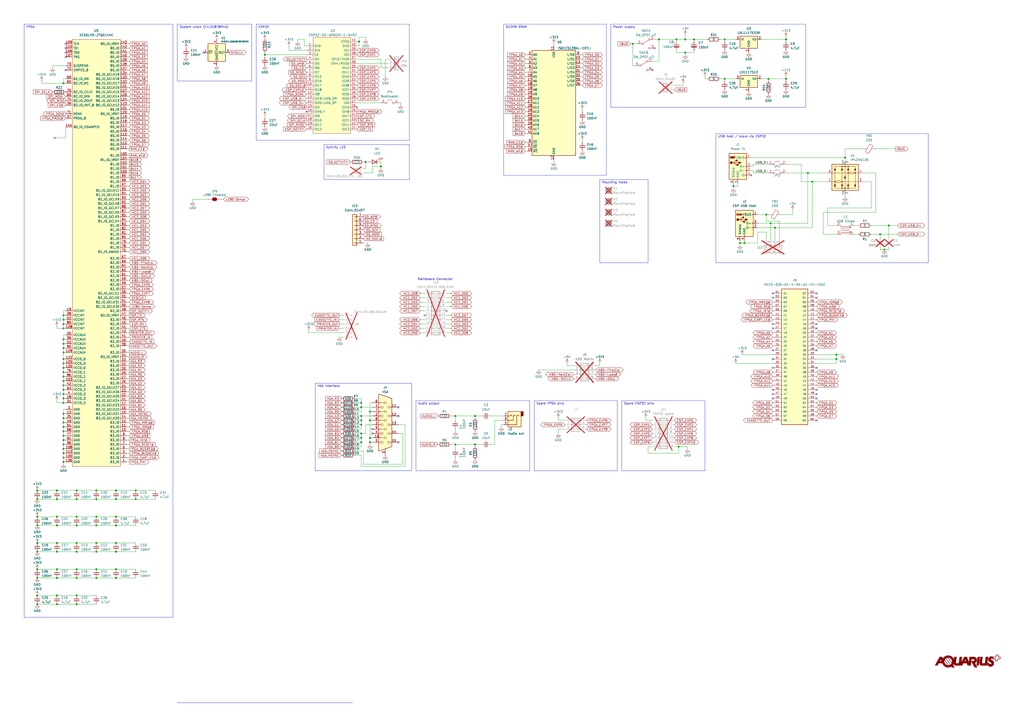
<source format=kicad_sch>
(kicad_sch (version 20231120) (generator "eeschema") (generator_version "8.0")
  (paper "A2")
  (title_block (title "Aquarius+ Standard") (date "2024-08-22") (rev "3") (company "Designed by Frank van den Hoef") (comment 1 "Updated 22 AUG 2024 by Sean P. Harrington"))
  (lib_symbols
    (symbol "Connector:AudioJack3"
      (property "Reference" "J" (at 0 8.89 0))
      (property "Value" "AudioJack3" (at 0 6.35 0))
      (symbol "AudioJack3_1_1"
        (pin passive line (at 5.08 0 180) (length 2.54) (name "~") (number "R"))
        (pin passive line (at 5.08 2.54 180) (length 2.54) (name "~") (number "S"))
        (pin passive line (at 5.08 -2.54 180) (length 2.54) (name "~") (number "T"))
      )
    )
    (symbol "Connector:Conn_01x02_Pin" (pin_names (offset 1.016) hide)
      (property "Reference" "J" (at 0 2.54 0))
      (property "Value" "Conn_01x02_Pin" (at 0 -5.08 0))
      (symbol "Conn_01x02_Pin_1_1"
        (pin passive line (at 5.08 0 180) (length 3.81) (name "Pin_1") (number "1"))
        (pin passive line (at 5.08 -2.54 180) (length 3.81) (name "Pin_2") (number "2"))
      )
    )
    (symbol "Connector:Conn_01x06_Socket" (pin_names (offset 1.016) hide)
      (property "Reference" "J" (at 0 7.62 0))
      (property "Value" "Conn_01x06_Socket" (at 0 -10.16 0))
      (symbol "Conn_01x06_Socket_1_1"
        (pin passive line (at -5.08 5.08 0) (length 3.81) (name "Pin_1") (number "1"))
        (pin passive line (at -5.08 2.54 0) (length 3.81) (name "Pin_2") (number "2"))
        (pin passive line (at -5.08 0 0) (length 3.81) (name "Pin_3") (number "3"))
        (pin passive line (at -5.08 -2.54 0) (length 3.81) (name "Pin_4") (number "4"))
        (pin passive line (at -5.08 -5.08 0) (length 3.81) (name "Pin_5") (number "5"))
        (pin passive line (at -5.08 -7.62 0) (length 3.81) (name "Pin_6") (number "6"))
      )
    )
    (symbol "Connector:DB15_Female_HighDensity_MountingHoles" (pin_names (offset 1.016) hide)
      (property "Reference" "J" (at 0 21.59 0))
      (property "Value" "DB15_Female_HighDensity_MountingHoles" (at 0 19.05 0))
      (symbol "DB15_Female_HighDensity_MountingHoles_1_1"
        (pin passive line (at 0 -17.78 90) (length 3.81) (name "~") (number "0"))
        (pin passive line (at -7.62 10.16 0) (length 5.08) (name "~") (number "1"))
        (pin passive line (at -7.62 -7.62 0) (length 5.08) (name "~") (number "10"))
        (pin passive line (at 7.62 10.16 180) (length 5.08) (name "~") (number "11"))
        (pin passive line (at 7.62 5.08 180) (length 5.08) (name "~") (number "12"))
        (pin passive line (at 7.62 0 180) (length 5.08) (name "~") (number "13"))
        (pin passive line (at 7.62 -5.08 180) (length 5.08) (name "~") (number "14"))
        (pin passive line (at 7.62 -10.16 180) (length 5.08) (name "~") (number "15"))
        (pin passive line (at -7.62 5.08 0) (length 5.08) (name "~") (number "2"))
        (pin passive line (at -7.62 0 0) (length 5.08) (name "~") (number "3"))
        (pin passive line (at -7.62 -5.08 0) (length 5.08) (name "~") (number "4"))
        (pin passive line (at -7.62 -10.16 0) (length 5.08) (name "~") (number "5"))
        (pin passive line (at -7.62 12.7 0) (length 5.08) (name "~") (number "6"))
        (pin passive line (at -7.62 7.62 0) (length 5.08) (name "~") (number "7"))
        (pin passive line (at -7.62 2.54 0) (length 5.08) (name "~") (number "8"))
        (pin passive line (at -7.62 -2.54 0) (length 5.08) (name "~") (number "9"))
      )
    )
    (symbol "Connector:USB_A" (pin_names (offset 1.016))
      (property "Reference" "J" (at -5.08 11.43 0))
      (property "Value" "USB_A" (at -5.08 8.89 0))
      (symbol "USB_A_1_1"
        (pin power_in line (at 7.62 5.08 180) (length 2.54) (name "VBUS") (number "1"))
        (pin bidirectional line (at 7.62 -2.54 180) (length 2.54) (name "D-") (number "2"))
        (pin bidirectional line (at 7.62 0 180) (length 2.54) (name "D+") (number "3"))
        (pin power_in line (at 0 -10.16 90) (length 2.54) (name "GND") (number "4"))
        (pin passive line (at -2.54 -10.16 90) (length 2.54) (name "Shield") (number "5"))
      )
    )
    (symbol "Connector:USB_B_Micro" (pin_names (offset 1.016))
      (property "Reference" "J" (at -5.08 11.43 0))
      (property "Value" "USB_B_Micro" (at -5.08 8.89 0))
      (symbol "USB_B_Micro_1_1"
        (pin power_out line (at 7.62 5.08 180) (length 2.54) (name "VBUS") (number "1"))
        (pin bidirectional line (at 7.62 -2.54 180) (length 2.54) (name "D-") (number "2"))
        (pin bidirectional line (at 7.62 0 180) (length 2.54) (name "D+") (number "3"))
        (pin passive line (at 7.62 -5.08 180) (length 2.54) (name "ID") (number "4"))
        (pin power_out line (at 0 -10.16 90) (length 2.54) (name "GND") (number "5"))
        (pin passive line (at -2.54 -10.16 90) (length 2.54) (name "Shield") (number "6"))
      )
    )
    (symbol "Connector_Generic:Conn_01x02" (pin_names (offset 1.016) hide)
      (property "Reference" "J" (at 0 2.54 0))
      (property "Value" "Conn_01x02" (at 0 -5.08 0))
      (symbol "Conn_01x02_1_1"
        (pin passive line (at -5.08 0 0) (length 3.81) (name "Pin_1") (number "1"))
        (pin passive line (at -5.08 -2.54 0) (length 3.81) (name "Pin_2") (number "2"))
      )
    )
    (symbol "Connector_Generic:Conn_01x03" (pin_names (offset 1.016) hide)
      (property "Reference" "J" (at 0 5.08 0))
      (property "Value" "Conn_01x03" (at 0 -5.08 0))
      (symbol "Conn_01x03_1_1"
        (pin passive line (at -5.08 2.54 0) (length 3.81) (name "Pin_1") (number "1"))
        (pin passive line (at -5.08 0 0) (length 3.81) (name "Pin_2") (number "2"))
        (pin passive line (at -5.08 -2.54 0) (length 3.81) (name "Pin_3") (number "3"))
      )
    )
    (symbol "Connector_Generic:Conn_01x04" (pin_names (offset 1.016) hide)
      (property "Reference" "J" (at 0 5.08 0))
      (property "Value" "Conn_01x04" (at 0 -7.62 0))
      (symbol "Conn_01x04_1_1"
        (pin passive line (at -5.08 2.54 0) (length 3.81) (name "Pin_1") (number "1"))
        (pin passive line (at -5.08 0 0) (length 3.81) (name "Pin_2") (number "2"))
        (pin passive line (at -5.08 -2.54 0) (length 3.81) (name "Pin_3") (number "3"))
        (pin passive line (at -5.08 -5.08 0) (length 3.81) (name "Pin_4") (number "4"))
      )
    )
    (symbol "Connector_Generic:Conn_01x07" (pin_names (offset 1.016) hide)
      (property "Reference" "J" (at 0 10.16 0))
      (property "Value" "Conn_01x07" (at 0 -10.16 0))
      (symbol "Conn_01x07_1_1"
        (pin passive line (at -5.08 7.62 0) (length 3.81) (name "Pin_1") (number "1"))
        (pin passive line (at -5.08 5.08 0) (length 3.81) (name "Pin_2") (number "2"))
        (pin passive line (at -5.08 2.54 0) (length 3.81) (name "Pin_3") (number "3"))
        (pin passive line (at -5.08 0 0) (length 3.81) (name "Pin_4") (number "4"))
        (pin passive line (at -5.08 -2.54 0) (length 3.81) (name "Pin_5") (number "5"))
        (pin passive line (at -5.08 -5.08 0) (length 3.81) (name "Pin_6") (number "6"))
        (pin passive line (at -5.08 -7.62 0) (length 3.81) (name "Pin_7") (number "7"))
      )
    )
    (symbol "Connector_Generic:Conn_02x03_Top_Bottom" (pin_names (offset 1.016) hide)
      (property "Reference" "J" (at 1.27 5.08 0))
      (property "Value" "Conn_02x03_Top_Bottom" (at 1.27 -5.08 0))
      (symbol "Conn_02x03_Top_Bottom_1_1"
        (pin passive line (at -5.08 2.54 0) (length 3.81) (name "Pin_1") (number "1"))
        (pin passive line (at -5.08 0 0) (length 3.81) (name "Pin_2") (number "2"))
        (pin passive line (at -5.08 -2.54 0) (length 3.81) (name "Pin_3") (number "3"))
        (pin passive line (at 7.62 2.54 180) (length 3.81) (name "Pin_4") (number "4"))
        (pin passive line (at 7.62 0 180) (length 3.81) (name "Pin_5") (number "5"))
        (pin passive line (at 7.62 -2.54 180) (length 3.81) (name "Pin_6") (number "6"))
      )
    )
    (symbol "Connector_Generic:Conn_02x04_Top_Bottom" (pin_names (offset 1.016) hide)
      (property "Reference" "J" (at 1.27 5.08 0))
      (property "Value" "Conn_02x04_Top_Bottom" (at 1.27 -7.62 0))
      (symbol "Conn_02x04_Top_Bottom_1_1"
        (pin passive line (at -5.08 2.54 0) (length 3.81) (name "Pin_1") (number "1"))
        (pin passive line (at -5.08 0 0) (length 3.81) (name "Pin_2") (number "2"))
        (pin passive line (at -5.08 -2.54 0) (length 3.81) (name "Pin_3") (number "3"))
        (pin passive line (at -5.08 -5.08 0) (length 3.81) (name "Pin_4") (number "4"))
        (pin passive line (at 7.62 2.54 180) (length 3.81) (name "Pin_5") (number "5"))
        (pin passive line (at 7.62 0 180) (length 3.81) (name "Pin_6") (number "6"))
        (pin passive line (at 7.62 -2.54 180) (length 3.81) (name "Pin_7") (number "7"))
        (pin passive line (at 7.62 -5.08 180) (length 3.81) (name "Pin_8") (number "8"))
      )
    )
    (symbol "Connector_Generic:Conn_02x07_Odd_Even" (pin_names (offset 1.016) hide)
      (property "Reference" "J" (at 1.27 10.16 0))
      (property "Value" "Conn_02x07_Odd_Even" (at 1.27 -10.16 0))
      (symbol "Conn_02x07_Odd_Even_1_1"
        (pin passive line (at -5.08 7.62 0) (length 3.81) (name "Pin_1") (number "1"))
        (pin passive line (at 7.62 -2.54 180) (length 3.81) (name "Pin_10") (number "10"))
        (pin passive line (at -5.08 -5.08 0) (length 3.81) (name "Pin_11") (number "11"))
        (pin passive line (at 7.62 -5.08 180) (length 3.81) (name "Pin_12") (number "12"))
        (pin passive line (at -5.08 -7.62 0) (length 3.81) (name "Pin_13") (number "13"))
        (pin passive line (at 7.62 -7.62 180) (length 3.81) (name "Pin_14") (number "14"))
        (pin passive line (at 7.62 7.62 180) (length 3.81) (name "Pin_2") (number "2"))
        (pin passive line (at -5.08 5.08 0) (length 3.81) (name "Pin_3") (number "3"))
        (pin passive line (at 7.62 5.08 180) (length 3.81) (name "Pin_4") (number "4"))
        (pin passive line (at -5.08 2.54 0) (length 3.81) (name "Pin_5") (number "5"))
        (pin passive line (at 7.62 2.54 180) (length 3.81) (name "Pin_6") (number "6"))
        (pin passive line (at -5.08 0 0) (length 3.81) (name "Pin_7") (number "7"))
        (pin passive line (at 7.62 0 180) (length 3.81) (name "Pin_8") (number "8"))
        (pin passive line (at -5.08 -2.54 0) (length 3.81) (name "Pin_9") (number "9"))
      )
    )
    (symbol "Connector_Generic:Conn_02x10_Odd_Even" (pin_names (offset 1.016) hide)
      (property "Reference" "J" (at 1.27 12.7 0))
      (property "Value" "Conn_02x10_Odd_Even" (at 1.27 -15.24 0))
      (symbol "Conn_02x10_Odd_Even_1_1"
        (pin passive line (at -5.08 10.16 0) (length 3.81) (name "Pin_1") (number "1"))
        (pin passive line (at 7.62 0 180) (length 3.81) (name "Pin_10") (number "10"))
        (pin passive line (at -5.08 -2.54 0) (length 3.81) (name "Pin_11") (number "11"))
        (pin passive line (at 7.62 -2.54 180) (length 3.81) (name "Pin_12") (number "12"))
        (pin passive line (at -5.08 -5.08 0) (length 3.81) (name "Pin_13") (number "13"))
        (pin passive line (at 7.62 -5.08 180) (length 3.81) (name "Pin_14") (number "14"))
        (pin passive line (at -5.08 -7.62 0) (length 3.81) (name "Pin_15") (number "15"))
        (pin passive line (at 7.62 -7.62 180) (length 3.81) (name "Pin_16") (number "16"))
        (pin passive line (at -5.08 -10.16 0) (length 3.81) (name "Pin_17") (number "17"))
        (pin passive line (at 7.62 -10.16 180) (length 3.81) (name "Pin_18") (number "18"))
        (pin passive line (at -5.08 -12.7 0) (length 3.81) (name "Pin_19") (number "19"))
        (pin passive line (at 7.62 10.16 180) (length 3.81) (name "Pin_2") (number "2"))
        (pin passive line (at 7.62 -12.7 180) (length 3.81) (name "Pin_20") (number "20"))
        (pin passive line (at -5.08 7.62 0) (length 3.81) (name "Pin_3") (number "3"))
        (pin passive line (at 7.62 7.62 180) (length 3.81) (name "Pin_4") (number "4"))
        (pin passive line (at -5.08 5.08 0) (length 3.81) (name "Pin_5") (number "5"))
        (pin passive line (at 7.62 5.08 180) (length 3.81) (name "Pin_6") (number "6"))
        (pin passive line (at -5.08 2.54 0) (length 3.81) (name "Pin_7") (number "7"))
        (pin passive line (at 7.62 2.54 180) (length 3.81) (name "Pin_8") (number "8"))
        (pin passive line (at -5.08 0 0) (length 3.81) (name "Pin_9") (number "9"))
      )
    )
    (symbol "Device:C_Polarized_Small" (pin_numbers hide) (pin_names (offset 0.254) hide)
      (property "Reference" "C" (at 0.254 1.778 0))
      (property "Value" "C_Polarized_Small" (at 0.254 -2.032 0))
      (symbol "C_Polarized_Small_1_1"
        (pin passive line (at 0 2.54 270) (length 1.8542) (name "~") (number "1"))
        (pin passive line (at 0 -2.54 90) (length 1.8542) (name "~") (number "2"))
      )
    )
    (symbol "Device:C_Small" (pin_numbers hide) (pin_names (offset 0.254) hide)
      (property "Reference" "C" (at 0.254 1.778 0))
      (property "Value" "C_Small" (at 0.254 -2.032 0))
      (symbol "C_Small_1_1"
        (pin passive line (at 0 2.54 270) (length 2.032) (name "~") (number "1"))
        (pin passive line (at 0 -2.54 90) (length 2.032) (name "~") (number "2"))
      )
    )
    (symbol "Device:FerriteBead" (pin_numbers hide) (pin_names (offset 0))
      (property "Reference" "FB" (at -3.81 0.635 90))
      (property "Value" "FerriteBead" (at 3.81 0 90))
      (symbol "FerriteBead_1_1"
        (pin passive line (at 0 3.81 270) (length 2.54) (name "~") (number "1"))
        (pin passive line (at 0 -3.81 90) (length 2.54) (name "~") (number "2"))
      )
    )
    (symbol "Device:LED" (pin_numbers hide) (pin_names (offset 1.016) hide)
      (property "Reference" "D" (at 0 2.54 0))
      (property "Value" "LED" (at 0 -2.54 0))
      (symbol "LED_1_1"
        (pin passive line (at -3.81 0 0) (length 2.54) (name "K") (number "1"))
        (pin passive line (at 3.81 0 180) (length 2.54) (name "A") (number "2"))
      )
    )
    (symbol "Device:R" (pin_numbers hide) (pin_names (offset 0))
      (property "Reference" "R" (at 2.032 0 90))
      (property "Value" "R" (at 0 0 90))
      (symbol "R_1_1"
        (pin passive line (at 0 3.81 270) (length 1.27) (name "~") (number "1"))
        (pin passive line (at 0 -3.81 90) (length 1.27) (name "~") (number "2"))
      )
    )
    (symbol "Filter:Choke_Wurth_WE-CNSW_744232090"
      (property "Reference" "L" (at 0 5.08 0))
      (property "Value" "Choke_Wurth_WE-CNSW_744232090" (at 0 -5.08 0))
      (symbol "Choke_Wurth_WE-CNSW_744232090_1_1"
        (pin passive line (at -5.08 2.54 0) (length 2.54) (name "") (number "1"))
        (pin passive line (at 5.08 2.54 180) (length 2.54) (name "") (number "2"))
        (pin passive line (at 5.08 -2.54 180) (length 2.54) (name "") (number "3"))
        (pin passive line (at -5.08 -2.54 0) (length 2.54) (name "") (number "4"))
      )
    )
    (symbol "Jumper:Jumper_2_Open" (pin_names (offset 0) hide)
      (property "Reference" "JP" (at 0 2.794 0))
      (property "Value" "Jumper_2_Open" (at 0 -2.286 0))
      (symbol "Jumper_2_Open_1_1"
        (pin passive line (at -5.08 0 0) (length 2.54) (name "A") (number "1"))
        (pin passive line (at 5.08 0 180) (length 2.54) (name "B") (number "2"))
      )
    )
    (symbol "Jumper:SolderJumper_2_Bridged" (pin_numbers hide) (pin_names (offset 0) hide) (exclude_from_sim yes) (in_bom no)
      (property "Reference" "JP" (at 0 2.032 0))
      (property "Value" "SolderJumper_2_Bridged" (at 0 -2.54 0))
      (symbol "SolderJumper_2_Bridged_1_1"
        (pin passive line (at -3.81 0 0) (length 2.54) (name "A") (number "1"))
        (pin passive line (at 3.81 0 180) (length 2.54) (name "B") (number "2"))
      )
    )
    (symbol "Mechanical:MountingHole" (pin_names (offset 1.016))
      (property "Reference" "H" (at 0 5.08 0))
      (property "Value" "MountingHole" (at 0 3.175 0))
    )
    (symbol "Memory_RAM:IS61C5128AL-10TLI"
      (property "Reference" "U" (at -10.16 31.75 0))
      (property "Value" "IS61C5128AL-10TLI" (at 12.7 31.75 0))
      (symbol "IS61C5128AL-10TLI_1_1"
        (pin no_connect line (at 12.7 -27.94 180) (length 2.54) hide (name "NC") (number "1"))
        (pin bidirectional line (at 15.24 25.4 180) (length 2.54) (name "I/O1") (number "10"))
        (pin power_in line (at 0 33.02 270) (length 2.54) (name "VDD") (number "11"))
        (pin power_in line (at 0 -33.02 90) (length 2.54) (name "GND") (number "12"))
        (pin bidirectional line (at 15.24 22.86 180) (length 2.54) (name "I/O2") (number "13"))
        (pin bidirectional line (at 15.24 20.32 180) (length 2.54) (name "I/O3") (number "14"))
        (pin input line (at -15.24 -27.94 0) (length 2.54) (name "~{WE}") (number "15"))
        (pin input line (at -15.24 15.24 0) (length 2.54) (name "A5") (number "16"))
        (pin input line (at -15.24 12.7 0) (length 2.54) (name "A6") (number "17"))
        (pin input line (at -15.24 10.16 0) (length 2.54) (name "A7") (number "18"))
        (pin input line (at -15.24 7.62 0) (length 2.54) (name "A8") (number "19"))
        (pin no_connect line (at 12.7 -25.4 180) (length 2.54) hide (name "NC") (number "2"))
        (pin input line (at -15.24 5.08 0) (length 2.54) (name "A9") (number "20"))
        (pin no_connect line (at 12.7 -22.86 180) (length 2.54) hide (name "NC") (number "21"))
        (pin no_connect line (at 12.7 -20.32 180) (length 2.54) hide (name "NC") (number "22"))
        (pin no_connect line (at 12.7 -17.78 180) (length 2.54) hide (name "NC") (number "23"))
        (pin no_connect line (at 12.7 -15.24 180) (length 2.54) hide (name "NC") (number "24"))
        (pin no_connect line (at 12.7 -12.7 180) (length 2.54) hide (name "NC") (number "25"))
        (pin input line (at -15.24 2.54 0) (length 2.54) (name "A10") (number "26"))
        (pin input line (at -15.24 0 0) (length 2.54) (name "A11") (number "27"))
        (pin input line (at -15.24 -2.54 0) (length 2.54) (name "A12") (number "28"))
        (pin input line (at -15.24 -5.08 0) (length 2.54) (name "A13") (number "29"))
        (pin input line (at -15.24 27.94 0) (length 2.54) (name "A0") (number "3"))
        (pin input line (at -15.24 -7.62 0) (length 2.54) (name "A14") (number "30"))
        (pin bidirectional line (at 15.24 17.78 180) (length 2.54) (name "I/O4") (number "31"))
        (pin bidirectional line (at 15.24 15.24 180) (length 2.54) (name "I/O5") (number "32"))
        (pin passive line (at 0 33.02 270) (length 2.54) hide (name "VDD") (number "33"))
        (pin passive line (at 0 -33.02 90) (length 2.54) hide (name "GND") (number "34"))
        (pin bidirectional line (at 15.24 12.7 180) (length 2.54) (name "I/O6") (number "35"))
        (pin bidirectional line (at 15.24 10.16 180) (length 2.54) (name "I/O7") (number "36"))
        (pin input line (at -15.24 -25.4 0) (length 2.54) (name "~{OE}") (number "37"))
        (pin input line (at -15.24 -10.16 0) (length 2.54) (name "A15") (number "38"))
        (pin input line (at -15.24 -12.7 0) (length 2.54) (name "A16") (number "39"))
        (pin input line (at -15.24 25.4 0) (length 2.54) (name "A1") (number "4"))
        (pin input line (at -15.24 -15.24 0) (length 2.54) (name "A17") (number "40"))
        (pin input line (at -15.24 -17.78 0) (length 2.54) (name "A18") (number "41"))
        (pin no_connect line (at 12.7 -10.16 180) (length 2.54) hide (name "NC") (number "42"))
        (pin no_connect line (at 12.7 -7.62 180) (length 2.54) hide (name "NC") (number "43"))
        (pin no_connect line (at 12.7 -5.08 180) (length 2.54) hide (name "NC") (number "44"))
        (pin input line (at -15.24 22.86 0) (length 2.54) (name "A2") (number "5"))
        (pin input line (at -15.24 20.32 0) (length 2.54) (name "A3") (number "6"))
        (pin input line (at -15.24 17.78 0) (length 2.54) (name "A4") (number "7"))
        (pin input line (at -15.24 -22.86 0) (length 2.54) (name "~{CE}") (number "8"))
        (pin bidirectional line (at 15.24 27.94 180) (length 2.54) (name "I/O0") (number "9"))
      )
    )
    (symbol "Oscillator:SG-5032CAN" (pin_names (offset 0.254))
      (property "Reference" "X" (at -5.08 6.35 0))
      (property "Value" "SG-5032CAN" (at 1.27 -6.35 0))
      (symbol "SG-5032CAN_1_1"
        (pin input line (at -7.62 0 0) (length 2.54) (name "~{ST}") (number "1"))
        (pin power_in line (at 0 -7.62 90) (length 2.54) (name "GND") (number "2"))
        (pin output line (at 7.62 0 180) (length 2.54) (name "OUT") (number "3"))
        (pin power_in line (at 0 7.62 270) (length 2.54) (name "VCC") (number "4"))
      )
    )
    (symbol "Power_Protection:IP4234CZ6" (pin_names (offset 0))
      (property "Reference" "U" (at -6.35 8.89 0))
      (property "Value" "IP4234CZ6" (at 2.794 8.89 0))
      (symbol "IP4234CZ6_1_1"
        (pin passive line (at -10.16 -2.54 0) (length 2.54) (name "") (number "1"))
        (pin passive line (at 0 -10.16 90) (length 2.54) (name "VN") (number "2"))
        (pin passive line (at 10.16 -2.54 180) (length 2.54) (name "") (number "3"))
        (pin passive line (at 10.16 2.54 180) (length 2.54) (name "") (number "4"))
        (pin passive line (at 0 10.16 270) (length 2.54) (name "VP") (number "5"))
        (pin passive line (at -10.16 2.54 0) (length 2.54) (name "") (number "6"))
      )
    )
    (symbol "Regulator_Linear:AP1117-33"
      (property "Reference" "U" (at -3.81 3.175 0))
      (property "Value" "AP1117-33" (at 0 3.175 0))
      (symbol "AP1117-33_1_1"
        (pin power_in line (at 0 -7.62 90) (length 2.54) (name "GND") (number "1"))
        (pin power_out line (at 7.62 0 180) (length 2.54) (name "VO") (number "2"))
        (pin power_in line (at -7.62 0 0) (length 2.54) (name "VI") (number "3"))
      )
    )
    (symbol "Switch:SW_DPDT_x2" (pin_names (offset 0) hide)
      (property "Reference" "SW" (at 0 4.318 0))
      (property "Value" "SW_DPDT_x2" (at 0 -5.08 0))
      (symbol "SW_DPDT_x2_1_1"
        (pin passive line (at 5.08 2.54 180) (length 2.54) (name "A") (number "1"))
        (pin passive line (at -5.08 0 0) (length 2.54) (name "B") (number "2"))
        (pin passive line (at 5.08 -2.54 180) (length 2.54) (name "C") (number "3"))
      )
      (symbol "SW_DPDT_x2_2_1"
        (pin passive line (at 5.08 2.54 180) (length 2.54) (name "A") (number "4"))
        (pin passive line (at -5.08 0 0) (length 2.54) (name "B") (number "5"))
        (pin passive line (at 5.08 -2.54 180) (length 2.54) (name "C") (number "6"))
      )
    )
    (symbol "aquarius-plus:AQPLUS_LOGO" (pin_names (offset 1.016)))
    (symbol "aquarius-plus:ESP32-S3-WROOM-1-N4R2"
      (property "Reference" "U" (at 0 3.81 0))
      (property "Value" "ESP32-S3-WROOM-1-N4R2" (at 0 1.27 0))
      (symbol "ESP32-S3-WROOM-1-N4R2_1_1"
        (pin power_in line (at -15.24 -5.08 0) (length 3.81) (name "GND") (number "1"))
        (pin bidirectional line (at -15.24 -27.94 0) (length 3.81) (name "IO17") (number "10"))
        (pin bidirectional line (at -15.24 -30.48 0) (length 3.81) (name "IO18") (number "11"))
        (pin bidirectional line (at -15.24 -33.02 0) (length 3.81) (name "IO8") (number "12"))
        (pin bidirectional line (at -15.24 -35.56 0) (length 3.81) (name "IO19/USB_DM") (number "13"))
        (pin bidirectional line (at -15.24 -38.1 0) (length 3.81) (name "IO20/USB_DP") (number "14"))
        (pin bidirectional line (at -15.24 -40.64 0) (length 3.81) (name "IO3") (number "15"))
        (pin input line (at -15.24 -43.18 0) (length 3.81) (name "IO46/I") (number "16"))
        (pin bidirectional line (at -15.24 -45.72 0) (length 3.81) (name "IO9") (number "17"))
        (pin bidirectional line (at -15.24 -48.26 0) (length 3.81) (name "IO10") (number "18"))
        (pin bidirectional line (at -15.24 -50.8 0) (length 3.81) (name "IO11") (number "19"))
        (pin power_in line (at -15.24 -7.62 0) (length 3.81) (name "3V3") (number "2"))
        (pin bidirectional line (at -15.24 -53.34 0) (length 3.81) (name "IO12") (number "20"))
        (pin bidirectional line (at 13.97 -53.34 180) (length 3.81) (name "IO13") (number "21"))
        (pin bidirectional line (at 13.97 -50.8 180) (length 3.81) (name "IO14") (number "22"))
        (pin bidirectional line (at 13.97 -48.26 180) (length 3.81) (name "IO21") (number "23"))
        (pin bidirectional line (at 13.97 -45.72 180) (length 3.81) (name "IO47") (number "24"))
        (pin bidirectional line (at 13.97 -43.18 180) (length 3.81) (name "IO48") (number "25"))
        (pin bidirectional line (at 13.97 -40.64 180) (length 3.81) (name "IO45") (number "26"))
        (pin bidirectional line (at 13.97 -38.1 180) (length 3.81) (name "IO0") (number "27"))
        (pin bidirectional line (at 13.97 -35.56 180) (length 3.81) (name "IO35") (number "28"))
        (pin bidirectional line (at 13.97 -33.02 180) (length 3.81) (name "IO36") (number "29"))
        (pin input line (at -15.24 -10.16 0) (length 3.81) (name "EN") (number "3"))
        (pin bidirectional line (at 13.97 -30.48 180) (length 3.81) (name "IO37") (number "30"))
        (pin bidirectional line (at 13.97 -27.94 180) (length 3.81) (name "IO38") (number "31"))
        (pin bidirectional line (at 13.97 -25.4 180) (length 3.81) (name "IO39") (number "32"))
        (pin bidirectional line (at 13.97 -22.86 180) (length 3.81) (name "IO40") (number "33"))
        (pin bidirectional line (at 13.97 -20.32 180) (length 3.81) (name "IO41") (number "34"))
        (pin bidirectional line (at 13.97 -17.78 180) (length 3.81) (name "IO42") (number "35"))
        (pin bidirectional line (at 13.97 -15.24 180) (length 3.81) (name "IO44/RXD0") (number "36"))
        (pin bidirectional line (at 13.97 -12.7 180) (length 3.81) (name "IO43/TXD0") (number "37"))
        (pin bidirectional line (at 13.97 -10.16 180) (length 3.81) (name "IO2") (number "38"))
        (pin bidirectional line (at 13.97 -7.62 180) (length 3.81) (name "IO1") (number "39"))
        (pin bidirectional line (at -15.24 -12.7 0) (length 3.81) (name "IO4") (number "4"))
        (pin power_in line (at 13.97 -5.08 180) (length 3.81) (name "GND") (number "40"))
        (pin power_in line (at 13.97 -2.54 180) (length 3.81) (name "EPAD") (number "41"))
        (pin bidirectional line (at -15.24 -15.24 0) (length 3.81) (name "IO5") (number "5"))
        (pin bidirectional line (at -15.24 -17.78 0) (length 3.81) (name "IO6") (number "6"))
        (pin bidirectional line (at -15.24 -20.32 0) (length 3.81) (name "IO7") (number "7"))
        (pin bidirectional line (at -15.24 -22.86 0) (length 3.81) (name "IO15") (number "8"))
        (pin bidirectional line (at -15.24 -25.4 0) (length 3.81) (name "IO16") (number "9"))
      )
    )
    (symbol "aquarius-plus:XC6SLX9-2TQG144C"
      (property "Reference" "U" (at 0 128.27 0))
      (property "Value" "XC6SLX9-2TQG144C" (at 0 125.73 0))
      (symbol "XC6SLX9-2TQG144C_1_1"
        (pin passive line (at 17.78 -121.92 180) (length 3.81) (name "B3_IO") (number "1"))
        (pin passive line (at 17.78 -104.14 180) (length 3.81) (name "B3_IO") (number "10"))
        (pin passive line (at 17.78 45.72 180) (length 3.81) (name "B1_IO") (number "100"))
        (pin passive line (at 17.78 48.26 180) (length 3.81) (name "B1_IO") (number "101"))
        (pin passive line (at 17.78 50.8 180) (length 3.81) (name "B1_IO") (number "102"))
        (pin power_in line (at -17.78 -74.93 0) (length 3.81) (name "VCCO_1") (number "103"))
        (pin passive line (at 17.78 53.34 180) (length 3.81) (name "B1_IO_VREF") (number "104"))
        (pin passive line (at 17.78 55.88 180) (length 3.81) (name "B1_IO") (number "105"))
        (pin output line (at -17.78 115.57 0) (length 3.81) (name "TDO") (number "106"))
        (pin input line (at -17.78 113.03 0) (length 3.81) (name "TMS") (number "107"))
        (pin power_in line (at -17.78 -114.3 0) (length 3.81) (name "GND") (number "108"))
        (pin input line (at -17.78 120.65 0) (length 3.81) (name "TCK") (number "109"))
        (pin passive line (at 17.78 -101.6 180) (length 3.81) (name "B3_IO") (number "11"))
        (pin input line (at -17.78 118.11 0) (length 3.81) (name "TDI") (number "110"))
        (pin passive line (at 17.78 59.69 180) (length 3.81) (name "B0_IO") (number "111"))
        (pin passive line (at 17.78 62.23 180) (length 3.81) (name "B0_IO") (number "112"))
        (pin power_in line (at -17.78 -116.84 0) (length 3.81) (name "GND") (number "113"))
        (pin passive line (at 17.78 64.77 180) (length 3.81) (name "B0_IO") (number "114"))
        (pin passive line (at 17.78 67.31 180) (length 3.81) (name "B0_IO") (number "115"))
        (pin passive line (at 17.78 69.85 180) (length 3.81) (name "B0_IO") (number "116"))
        (pin passive line (at 17.78 72.39 180) (length 3.81) (name "B0_IO") (number "117"))
        (pin passive line (at 17.78 74.93 180) (length 3.81) (name "B0_IO") (number "118"))
        (pin passive line (at 17.78 77.47 180) (length 3.81) (name "B0_IO") (number "119"))
        (pin passive line (at 17.78 -99.06 180) (length 3.81) (name "B3_IO") (number "12"))
        (pin passive line (at 17.78 80.01 180) (length 3.81) (name "B0_IO_VREF") (number "120"))
        (pin passive line (at 17.78 82.55 180) (length 3.81) (name "B0_IO") (number "121"))
        (pin power_in line (at -17.78 -62.23 0) (length 3.81) (name "VCCO_0") (number "122"))
        (pin passive line (at 17.78 85.09 180) (length 3.81) (name "B0_IO_GCLK12") (number "123"))
        (pin passive line (at 17.78 87.63 180) (length 3.81) (name "B0_IO_GCLK13") (number "124"))
        (pin power_in line (at -17.78 -64.77 0) (length 3.81) (name "VCCO_0") (number "125"))
        (pin passive line (at 17.78 90.17 180) (length 3.81) (name "B0_IO_GCLK14") (number "126"))
        (pin passive line (at 17.78 92.71 180) (length 3.81) (name "B0_IO_GCLK15") (number "127"))
        (pin power_in line (at -17.78 -44.45 0) (length 3.81) (name "VCCINT") (number "128"))
        (pin power_in line (at -17.78 -58.42 0) (length 3.81) (name "VCCAUX") (number "129"))
        (pin power_in line (at -17.78 -93.98 0) (length 3.81) (name "GND") (number "13"))
        (pin power_in line (at -17.78 -119.38 0) (length 3.81) (name "GND") (number "130"))
        (pin passive line (at 17.78 95.25 180) (length 3.81) (name "B0_IO_GCLK16") (number "131"))
        (pin passive line (at 17.78 97.79 180) (length 3.81) (name "B0_IO_GCLK17") (number "132"))
        (pin passive line (at 17.78 100.33 180) (length 3.81) (name "B0_IO_GCLK18") (number "133"))
        (pin passive line (at 17.78 102.87 180) (length 3.81) (name "B0_IO_GCLK19") (number "134"))
        (pin power_in line (at -17.78 -67.31 0) (length 3.81) (name "VCCO_0") (number "135"))
        (pin power_in line (at -17.78 -121.92 0) (length 3.81) (name "GND") (number "136"))
        (pin passive line (at 17.78 105.41 180) (length 3.81) (name "B0_IO") (number "137"))
        (pin passive line (at 17.78 107.95 180) (length 3.81) (name "B0_IO") (number "138"))
        (pin passive line (at 17.78 110.49 180) (length 3.81) (name "B0_IO") (number "139"))
        (pin passive line (at 17.78 -96.52 180) (length 3.81) (name "B3_IO_GCLK20") (number "14"))
        (pin passive line (at 17.78 113.03 180) (length 3.81) (name "B0_IO") (number "140"))
        (pin passive line (at 17.78 115.57 180) (length 3.81) (name "B0_IO") (number "141"))
        (pin passive line (at 17.78 118.11 180) (length 3.81) (name "B0_IO") (number "142"))
        (pin passive line (at 17.78 120.65 180) (length 3.81) (name "B0_IO_VREF") (number "143"))
        (pin passive line (at -17.78 72.39 0) (length 3.81) (name "B0_IO_HSWAPEN") (number "144"))
        (pin passive line (at 17.78 -93.98 180) (length 3.81) (name "B3_IO_GCLK21") (number "15"))
        (pin passive line (at 17.78 -91.44 180) (length 3.81) (name "B3_IO_GCLK22") (number "16"))
        (pin passive line (at 17.78 -88.9 180) (length 3.81) (name "B3_IO_GCLK23") (number "17"))
        (pin power_in line (at -17.78 -85.09 0) (length 3.81) (name "VCCO_3") (number "18"))
        (pin power_in line (at -17.78 -34.29 0) (length 3.81) (name "VCCINT") (number "19"))
        (pin passive line (at 17.78 -119.38 180) (length 3.81) (name "B3_IO") (number "2"))
        (pin power_in line (at -17.78 -48.26 0) (length 3.81) (name "VCCAUX") (number "20"))
        (pin passive line (at 17.78 -86.36 180) (length 3.81) (name "B3_IO_GCLK24") (number "21"))
        (pin passive line (at 17.78 -83.82 180) (length 3.81) (name "B3_IO_GCLK25") (number "22"))
        (pin passive line (at 17.78 -81.28 180) (length 3.81) (name "B3_IO_GCLK26") (number "23"))
        (pin passive line (at 17.78 -78.74 180) (length 3.81) (name "B3_IO_GCLK27") (number "24"))
        (pin power_in line (at -17.78 -96.52 0) (length 3.81) (name "GND") (number "25"))
        (pin passive line (at 17.78 -76.2 180) (length 3.81) (name "B3_IO") (number "26"))
        (pin passive line (at 17.78 -73.66 180) (length 3.81) (name "B3_IO") (number "27"))
        (pin power_in line (at -17.78 -36.83 0) (length 3.81) (name "VCCINT") (number "28"))
        (pin passive line (at 17.78 -71.12 180) (length 3.81) (name "B3_IO") (number "29"))
        (pin power_in line (at -17.78 -91.44 0) (length 3.81) (name "GND") (number "3"))
        (pin passive line (at 17.78 -68.58 180) (length 3.81) (name "B3_IO") (number "30"))
        (pin power_in line (at -17.78 -87.63 0) (length 3.81) (name "VCCO_3") (number "31"))
        (pin passive line (at 17.78 -66.04 180) (length 3.81) (name "B3_IO") (number "32"))
        (pin passive line (at 17.78 -63.5 180) (length 3.81) (name "B3_IO") (number "33"))
        (pin passive line (at 17.78 -60.96 180) (length 3.81) (name "B3_IO_VREF") (number "34"))
        (pin passive line (at 17.78 -58.42 180) (length 3.81) (name "B3_IO") (number "35"))
        (pin power_in line (at -17.78 -50.8 0) (length 3.81) (name "VCCAUX") (number "36"))
        (pin input line (at -17.78 77.47 0) (length 3.81) (name "PROG_B") (number "37"))
        (pin passive line (at 17.78 -54.61 180) (length 3.81) (name "B2_IO") (number "38"))
        (pin passive line (at -17.78 85.09 0) (length 3.81) (name "B2_IO_INIT_B") (number "39"))
        (pin power_in line (at -17.78 -82.55 0) (length 3.81) (name "VCCO_3") (number "4"))
        (pin passive line (at 17.78 -52.07 180) (length 3.81) (name "B2_IO") (number "40"))
        (pin passive line (at 17.78 -49.53 180) (length 3.81) (name "B2_IO") (number "41"))
        (pin power_in line (at -17.78 -77.47 0) (length 3.81) (name "VCCO_2") (number "42"))
        (pin passive line (at 17.78 -46.99 180) (length 3.81) (name "B2_IO") (number "43"))
        (pin passive line (at 17.78 -44.45 180) (length 3.81) (name "B2_IO") (number "44"))
        (pin passive line (at 17.78 -41.91 180) (length 3.81) (name "B2_IO") (number "45"))
        (pin passive line (at 17.78 -39.37 180) (length 3.81) (name "B2_IO") (number "46"))
        (pin passive line (at 17.78 -36.83 180) (length 3.81) (name "B2_IO_VREF") (number "47"))
        (pin passive line (at 17.78 -34.29 180) (length 3.81) (name "B2_IO") (number "48"))
        (pin power_in line (at -17.78 -99.06 0) (length 3.81) (name "GND") (number "49"))
        (pin passive line (at 17.78 -116.84 180) (length 3.81) (name "B3_IO") (number "5"))
        (pin passive line (at 17.78 -31.75 180) (length 3.81) (name "B2_IO_GCLK30") (number "50"))
        (pin passive line (at 17.78 -29.21 180) (length 3.81) (name "B2_IO_GCLK31") (number "51"))
        (pin power_in line (at -17.78 -39.37 0) (length 3.81) (name "VCCINT") (number "52"))
        (pin power_in line (at -17.78 -53.34 0) (length 3.81) (name "VCCAUX") (number "53"))
        (pin power_in line (at -17.78 -101.6 0) (length 3.81) (name "GND") (number "54"))
        (pin passive line (at 17.78 -26.67 180) (length 3.81) (name "B2_IO_GCLK0") (number "55"))
        (pin passive line (at 17.78 -24.13 180) (length 3.81) (name "B2_IO_GCLK1") (number "56"))
        (pin passive line (at 17.78 -21.59 180) (length 3.81) (name "B2_IO") (number "57"))
        (pin passive line (at 17.78 -19.05 180) (length 3.81) (name "B2_IO") (number "58"))
        (pin passive line (at 17.78 -16.51 180) (length 3.81) (name "B2_IO") (number "59"))
        (pin passive line (at 17.78 -114.3 180) (length 3.81) (name "B3_IO") (number "6"))
        (pin passive line (at -17.78 97.79 0) (length 3.81) (name "B2_IO_M1") (number "60"))
        (pin passive line (at 17.78 -13.97 180) (length 3.81) (name "B2_IO") (number "61"))
        (pin passive line (at 17.78 -11.43 180) (length 3.81) (name "B2_IO") (number "62"))
        (pin power_in line (at -17.78 -80.01 0) (length 3.81) (name "VCCO_2") (number "63"))
        (pin passive line (at 17.78 -8.89 180) (length 3.81) (name "B2_IO") (number "64"))
        (pin passive line (at -17.78 90.17 0) (length 3.81) (name "B2_IO_DIN") (number "65"))
        (pin passive line (at 17.78 -6.35 180) (length 3.81) (name "B2_IO") (number "66"))
        (pin passive line (at 17.78 -3.81 180) (length 3.81) (name "B2_IO") (number "67"))
        (pin power_in line (at -17.78 -104.14 0) (length 3.81) (name "GND") (number "68"))
        (pin passive line (at -17.78 100.33 0) (length 3.81) (name "B2_IO_M0") (number "69"))
        (pin passive line (at 17.78 -111.76 180) (length 3.81) (name "B3_IO") (number "7"))
        (pin passive line (at -17.78 92.71 0) (length 3.81) (name "B2_IO_CCLK") (number "70"))
        (pin output line (at -17.78 80.01 0) (length 3.81) (name "DONE") (number "71"))
        (pin input line (at -17.78 105.41 0) (length 3.81) (name "CMPCS_B") (number "72"))
        (pin input line (at -17.78 107.95 0) (length 3.81) (name "SUSPEND") (number "73"))
        (pin passive line (at -17.78 87.63 0) (length 3.81) (name "B2_IO_DOUT") (number "74"))
        (pin passive line (at 17.78 0 180) (length 3.81) (name "B1_IO_AWAKE") (number "75"))
        (pin power_in line (at -17.78 -69.85 0) (length 3.81) (name "VCCO_1") (number "76"))
        (pin power_in line (at -17.78 -106.68 0) (length 3.81) (name "GND") (number "77"))
        (pin passive line (at 17.78 2.54 180) (length 3.81) (name "B1_IO") (number "78"))
        (pin passive line (at 17.78 5.08 180) (length 3.81) (name "B1_IO") (number "79"))
        (pin passive line (at 17.78 -109.22 180) (length 3.81) (name "B3_IO") (number "8"))
        (pin passive line (at 17.78 7.62 180) (length 3.81) (name "B1_IO") (number "80"))
        (pin passive line (at 17.78 10.16 180) (length 3.81) (name "B1_IO") (number "81"))
        (pin passive line (at 17.78 12.7 180) (length 3.81) (name "B1_IO") (number "82"))
        (pin passive line (at 17.78 15.24 180) (length 3.81) (name "B1_IO") (number "83"))
        (pin passive line (at 17.78 17.78 180) (length 3.81) (name "B1_IO_GCLK4") (number "84"))
        (pin passive line (at 17.78 20.32 180) (length 3.81) (name "B1_IO_GCLK5") (number "85"))
        (pin power_in line (at -17.78 -72.39 0) (length 3.81) (name "VCCO_1") (number "86"))
        (pin passive line (at 17.78 22.86 180) (length 3.81) (name "B1_IO_GCLK6") (number "87"))
        (pin passive line (at 17.78 25.4 180) (length 3.81) (name "B1_IO_GCLK7") (number "88"))
        (pin power_in line (at -17.78 -41.91 0) (length 3.81) (name "VCCINT") (number "89"))
        (pin passive line (at 17.78 -106.68 180) (length 3.81) (name "B3_IO") (number "9"))
        (pin power_in line (at -17.78 -55.88 0) (length 3.81) (name "VCCAUX") (number "90"))
        (pin power_in line (at -17.78 -109.22 0) (length 3.81) (name "GND") (number "91"))
        (pin passive line (at 17.78 27.94 180) (length 3.81) (name "B1_IO_GCLK8") (number "92"))
        (pin passive line (at 17.78 30.48 180) (length 3.81) (name "B1_IO_GCLK9") (number "93"))
        (pin passive line (at 17.78 33.02 180) (length 3.81) (name "B1_IO_GCLK10") (number "94"))
        (pin passive line (at 17.78 35.56 180) (length 3.81) (name "B1_IO_GCLK11") (number "95"))
        (pin power_in line (at -17.78 -111.76 0) (length 3.81) (name "GND") (number "96"))
        (pin passive line (at 17.78 38.1 180) (length 3.81) (name "B1_IO") (number "97"))
        (pin passive line (at 17.78 40.64 180) (length 3.81) (name "B1_IO") (number "98"))
        (pin passive line (at 17.78 43.18 180) (length 3.81) (name "B1_IO") (number "99"))
      )
    )
    (symbol "power:+1V2" (power) (pin_names (offset 0))
      (property "Value" "+1V2" (at 0 3.556 0))
      (symbol "+1V2_1_1"
        (pin power_in line (at 0 0 90) (length 0) hide (name "+1V2") (number "1"))
      )
    )
    (symbol "power:+3V3" (power) (pin_names (offset 0))
      (property "Value" "+3V3" (at 0 3.556 0))
      (symbol "+3V3_1_1"
        (pin power_in line (at 0 0 90) (length 0) hide (name "+3V3") (number "1"))
      )
    )
    (symbol "power:+5V" (power) (pin_names (offset 0))
      (property "Value" "+5V" (at 0 3.556 0))
      (symbol "+5V_1_1"
        (pin power_in line (at 0 0 90) (length 0) hide (name "+5V") (number "1"))
      )
    )
    (symbol "power:GND" (power) (pin_names (offset 0))
      (property "Value" "GND" (at 0 -3.81 0))
      (symbol "GND_1_1"
        (pin power_in line (at 0 0 270) (length 0) hide (name "GND") (number "1"))
      )
    )
    (symbol "samtec-mec5-30:MEC5-030-01-X-RA-W1-XX" (pin_names (offset 1.016))
      (property "Reference" "J" (at -7.62 41.529 0))
      (property "Value" "MEC5-030-01-X-RA-W1-XX" (at -7.62 -40.64 0))
      (symbol "MEC5-030-01-X-RA-W1-XX_0_0"
        (pin passive line (at -12.7 38.1 0) (length 5.08) (name "01") (number "01"))
        (pin passive line (at 12.7 38.1 180) (length 5.08) (name "02") (number "02"))
        (pin passive line (at -12.7 35.56 0) (length 5.08) (name "03") (number "03"))
        (pin passive line (at 12.7 35.56 180) (length 5.08) (name "04") (number "04"))
        (pin passive line (at -12.7 33.02 0) (length 5.08) (name "05") (number "05"))
        (pin passive line (at 12.7 33.02 180) (length 5.08) (name "06") (number "06"))
        (pin passive line (at -12.7 30.48 0) (length 5.08) (name "07") (number "07"))
        (pin passive line (at 12.7 30.48 180) (length 5.08) (name "08") (number "08"))
        (pin passive line (at -12.7 27.94 0) (length 5.08) (name "09") (number "09"))
        (pin passive line (at 12.7 27.94 180) (length 5.08) (name "10") (number "10"))
        (pin passive line (at -12.7 25.4 0) (length 5.08) (name "11") (number "11"))
        (pin passive line (at 12.7 25.4 180) (length 5.08) (name "12") (number "12"))
        (pin passive line (at -12.7 22.86 0) (length 5.08) (name "13") (number "13"))
        (pin passive line (at 12.7 22.86 180) (length 5.08) (name "14") (number "14"))
        (pin passive line (at -12.7 20.32 0) (length 5.08) (name "15") (number "15"))
        (pin passive line (at 12.7 20.32 180) (length 5.08) (name "16") (number "16"))
        (pin passive line (at -12.7 17.78 0) (length 5.08) (name "17") (number "17"))
        (pin passive line (at 12.7 17.78 180) (length 5.08) (name "18") (number "18"))
        (pin passive line (at -12.7 15.24 0) (length 5.08) (name "19") (number "19"))
        (pin passive line (at 12.7 15.24 180) (length 5.08) (name "20") (number "20"))
        (pin passive line (at -12.7 12.7 0) (length 5.08) (name "21") (number "21"))
        (pin passive line (at 12.7 12.7 180) (length 5.08) (name "22") (number "22"))
        (pin passive line (at -12.7 10.16 0) (length 5.08) (name "23") (number "23"))
        (pin passive line (at 12.7 10.16 180) (length 5.08) (name "24") (number "24"))
        (pin passive line (at -12.7 7.62 0) (length 5.08) (name "25") (number "25"))
        (pin passive line (at 12.7 7.62 180) (length 5.08) (name "26") (number "26"))
        (pin passive line (at -12.7 5.08 0) (length 5.08) (name "27") (number "27"))
        (pin passive line (at 12.7 5.08 180) (length 5.08) (name "28") (number "28"))
        (pin passive line (at -12.7 2.54 0) (length 5.08) (name "29") (number "29"))
        (pin passive line (at 12.7 2.54 180) (length 5.08) (name "30") (number "30"))
        (pin passive line (at -12.7 0 0) (length 5.08) (name "31") (number "31"))
        (pin passive line (at 12.7 0 180) (length 5.08) (name "32") (number "32"))
        (pin passive line (at -12.7 -2.54 0) (length 5.08) (name "33") (number "33"))
        (pin passive line (at 12.7 -2.54 180) (length 5.08) (name "34") (number "34"))
        (pin passive line (at -12.7 -5.08 0) (length 5.08) (name "35") (number "35"))
        (pin passive line (at 12.7 -5.08 180) (length 5.08) (name "36") (number "36"))
        (pin passive line (at -12.7 -7.62 0) (length 5.08) (name "37") (number "37"))
        (pin passive line (at 12.7 -7.62 180) (length 5.08) (name "38") (number "38"))
        (pin passive line (at -12.7 -10.16 0) (length 5.08) (name "39") (number "39"))
        (pin passive line (at 12.7 -10.16 180) (length 5.08) (name "40") (number "40"))
        (pin passive line (at -12.7 -12.7 0) (length 5.08) (name "41") (number "41"))
        (pin passive line (at 12.7 -12.7 180) (length 5.08) (name "42") (number "42"))
        (pin passive line (at -12.7 -15.24 0) (length 5.08) (name "43") (number "43"))
        (pin passive line (at 12.7 -15.24 180) (length 5.08) (name "44") (number "44"))
        (pin passive line (at -12.7 -17.78 0) (length 5.08) (name "45") (number "45"))
        (pin passive line (at 12.7 -17.78 180) (length 5.08) (name "46") (number "46"))
        (pin passive line (at -12.7 -20.32 0) (length 5.08) (name "47") (number "47"))
        (pin passive line (at 12.7 -20.32 180) (length 5.08) (name "48") (number "48"))
        (pin passive line (at -12.7 -22.86 0) (length 5.08) (name "49") (number "49"))
        (pin passive line (at 12.7 -22.86 180) (length 5.08) (name "50") (number "50"))
        (pin passive line (at -12.7 -25.4 0) (length 5.08) (name "51") (number "51"))
        (pin passive line (at 12.7 -25.4 180) (length 5.08) (name "52") (number "52"))
        (pin passive line (at -12.7 -27.94 0) (length 5.08) (name "53") (number "53"))
        (pin passive line (at 12.7 -27.94 180) (length 5.08) (name "54") (number "54"))
        (pin passive line (at -12.7 -30.48 0) (length 5.08) (name "55") (number "55"))
        (pin passive line (at 12.7 -30.48 180) (length 5.08) (name "56") (number "56"))
        (pin passive line (at -12.7 -33.02 0) (length 5.08) (name "57") (number "57"))
        (pin passive line (at 12.7 -33.02 180) (length 5.08) (name "58") (number "58"))
        (pin passive line (at -12.7 -35.56 0) (length 5.08) (name "59") (number "59"))
        (pin passive line (at 12.7 -35.56 180) (length 5.08) (name "60") (number "60"))
      )
    )
  )
  (junction (at 214.63 254))
  (junction (at 367.03 25.4))
  (junction (at 21.59 299.72))
  (junction (at 36.83 233.68))
  (junction (at 36.83 242.57))
  (junction (at 36.83 247.65))
  (junction (at 67.31 304.8))
  (junction (at 55.88 320.04))
  (junction (at 33.02 289.56))
  (junction (at 209.55 233.68))
  (junction (at 209.55 254))
  (junction (at 393.7 259.08))
  (junction (at 36.83 267.97))
  (junction (at 55.88 299.72))
  (junction (at 220.98 96.52))
  (junction (at 264.16 257.81))
  (junction (at 36.83 196.85))
  (junction (at 209.55 243.84))
  (junction (at 78.74 289.56))
  (junction (at 67.31 320.04))
  (junction (at 425.45 107.95))
  (junction (at 214.63 238.76))
  (junction (at 485.14 205.74))
  (junction (at 33.02 345.44))
  (junction (at 55.88 289.56))
  (junction (at 67.31 335.28))
  (junction (at 36.83 220.98))
  (junction (at 208.28 24.13))
  (junction (at 44.45 330.2))
  (junction (at 471.17 105.41))
  (junction (at 36.83 199.39))
  (junction (at 55.88 284.48))
  (junction (at 36.83 204.47))
  (junction (at 44.45 314.96))
  (junction (at 36.83 226.06))
  (junction (at 209.55 241.3))
  (junction (at 44.45 345.44))
  (junction (at 209.55 246.38))
  (junction (at 36.83 265.43))
  (junction (at 67.31 289.56))
  (junction (at 397.51 30.48))
  (junction (at 36.83 250.19))
  (junction (at 445.77 45.72))
  (junction (at 21.59 350.52))
  (junction (at 67.31 284.48))
  (junction (at 21.59 320.04))
  (junction (at 212.09 93.98))
  (junction (at 397.51 22.86))
  (junction (at 55.88 330.2))
  (junction (at 444.5 124.46))
  (junction (at 55.88 335.28))
  (junction (at 275.59 241.3))
  (junction (at 36.83 218.44))
  (junction (at 468.63 100.33))
  (junction (at 36.83 231.14))
  (junction (at 275.59 257.81))
  (junction (at 485.14 208.28))
  (junction (at 33.02 350.52))
  (junction (at 36.83 240.03))
  (junction (at 36.83 255.27))
  (junction (at 402.59 22.86))
  (junction (at 429.26 140.97))
  (junction (at 449.58 132.08))
  (junction (at 431.8 140.97))
  (junction (at 33.02 304.8))
  (junction (at 33.02 320.04))
  (junction (at 36.83 257.81))
  (junction (at 209.55 251.46))
  (junction (at 36.83 262.89))
  (junction (at 44.45 320.04))
  (junction (at 36.83 252.73))
  (junction (at 153.67 31.75))
  (junction (at 420.37 22.86))
  (junction (at 67.31 330.2))
  (junction (at 36.83 215.9))
  (junction (at 33.02 314.96))
  (junction (at 382.27 22.86))
  (junction (at 36.83 245.11))
  (junction (at 36.83 260.35))
  (junction (at 36.83 210.82))
  (junction (at 33.02 284.48))
  (junction (at 455.93 45.72))
  (junction (at 36.83 208.28))
  (junction (at 67.31 299.72))
  (junction (at 21.59 345.44))
  (junction (at 33.02 330.2))
  (junction (at 44.45 289.56))
  (junction (at 44.45 350.52))
  (junction (at 33.02 299.72))
  (junction (at 44.45 304.8))
  (junction (at 513.08 144.78))
  (junction (at 36.83 223.52))
  (junction (at 209.55 236.22))
  (junction (at 510.54 135.89))
  (junction (at 36.83 213.36))
  (junction (at 36.83 182.88))
  (junction (at 44.45 299.72))
  (junction (at 36.83 185.42))
  (junction (at 36.83 228.6))
  (junction (at 44.45 335.28))
  (junction (at 490.22 91.44))
  (junction (at 21.59 314.96))
  (junction (at 214.63 243.84))
  (junction (at 67.31 314.96))
  (junction (at 33.02 335.28))
  (junction (at 36.83 190.5))
  (junction (at 78.74 284.48))
  (junction (at 515.62 130.81))
  (junction (at 21.59 304.8))
  (junction (at 36.83 201.93))
  (junction (at 21.59 335.28))
  (junction (at 55.88 304.8))
  (junction (at 420.37 45.72))
  (junction (at 36.83 187.96))
  (junction (at 21.59 289.56))
  (junction (at 209.55 256.54))
  (junction (at 455.93 22.86))
  (junction (at 264.16 241.3))
  (junction (at 44.45 284.48))
  (junction (at 21.59 284.48))
  (junction (at 447.04 129.54))
  (junction (at 21.59 330.2))
  (junction (at 392.43 22.86))
  (junction (at 55.88 314.96))
  (junction (at 36.83 48.26))
  (junction (at 214.63 256.54))
  (no_connect (at 473.71 203.2))
  (no_connect (at 473.71 243.84))
  (no_connect (at 448.31 187.96))
  (no_connect (at 118.11 30.48))
  (no_connect (at 38.1 27.94))
  (no_connect (at 38.1 40.64))
  (no_connect (at 379.73 27.94))
  (no_connect (at 378.46 40.64))
  (no_connect (at 473.71 231.14))
  (no_connect (at 448.31 190.5))
  (no_connect (at 207.01 62.23))
  (no_connect (at 473.71 228.6))
  (no_connect (at 473.71 187.96))
  (no_connect (at 448.31 208.28))
  (no_connect (at 259.08 180.34))
  (no_connect (at 435.61 101.6))
  (no_connect (at 38.1 33.02))
  (no_connect (at 448.31 226.06))
  (no_connect (at 473.71 170.18))
  (no_connect (at 246.38 182.88))
  (no_connect (at 473.71 226.06))
  (no_connect (at 473.71 172.72))
  (no_connect (at 448.31 228.6))
  (no_connect (at 31.75 80.01))
  (no_connect (at 177.8 64.77))
  (no_connect (at 38.1 30.48))
  (no_connect (at 448.31 172.72))
  (no_connect (at 448.31 203.2))
  (no_connect (at 473.71 213.36))
  (no_connect (at 231.14 256.54))
  (no_connect (at 231.14 236.22))
  (no_connect (at 231.14 241.3))
  (no_connect (at 215.9 248.92))
  (no_connect (at 215.9 251.46))
  (no_connect (at 38.1 25.4))
  (no_connect (at 473.71 190.5))
  (no_connect (at 448.31 231.14))
  (no_connect (at 448.31 170.18))
  (no_connect (at 448.31 213.36))
  (wire (pts (xy 337.82 39.37) (xy 336.55 39.37)))
  (wire (pts (xy 209.55 238.76) (xy 205.74 238.76)))
  (wire (pts (xy 261.62 257.81) (xy 264.16 257.81)))
  (polyline (pts (xy 292.1 101.6) (xy 351.79 101.6)) (stroke (width 0) (type solid)))
  (polyline (pts (xy 102.87 407.67) (xy 204.47 407.67)) (stroke (width 0) (type solid)))
  (wire (pts (xy 214.63 254) (xy 215.9 254)))
  (wire (pts (xy 44.45 330.2) (xy 55.88 330.2)))
  (wire (pts (xy 445.77 45.72) (xy 455.93 45.72)))
  (wire (pts (xy 396.24 49.53) (xy 391.16 49.53)))
  (wire (pts (xy 436.88 100.33) (xy 445.77 100.33)))
  (wire (pts (xy 477.52 135.89) (xy 485.14 135.89)))
  (wire (pts (xy 73.66 78.74) (xy 74.93 78.74)))
  (wire (pts (xy 36.83 228.6) (xy 36.83 231.14)))
  (wire (pts (xy 73.66 73.66) (xy 74.93 73.66)))
  (polyline (pts (xy 360.68 273.05) (xy 408.94 273.05)) (stroke (width 0) (type solid)))
  (wire (pts (xy 205.74 256.54) (xy 209.55 256.54)))
  (wire (pts (xy 212.09 21.59) (xy 212.09 22.86)))
  (wire (pts (xy 36.83 215.9) (xy 36.83 218.44)))
  (wire (pts (xy 33.02 335.28) (xy 44.45 335.28)))
  (wire (pts (xy 213.36 140.97) (xy 210.82 140.97)))
  (wire (pts (xy 215.9 233.68) (xy 214.63 233.68)))
  (wire (pts (xy 391.16 259.08) (xy 393.7 259.08)))
  (wire (pts (xy 345.44 212.09) (xy 347.98 212.09)))
  (wire (pts (xy 44.45 335.28) (xy 55.88 335.28)))
  (wire (pts (xy 393.7 262.89) (xy 393.7 259.08)))
  (wire (pts (xy 67.31 299.72) (xy 78.74 299.72)))
  (wire (pts (xy 36.83 237.49) (xy 38.1 237.49)))
  (wire (pts (xy 36.83 223.52) (xy 38.1 223.52)))
  (wire (pts (xy 290.83 247.65) (xy 290.83 246.38)))
  (polyline (pts (xy 354.33 62.23) (xy 467.36 62.23)) (stroke (width 0) (type solid)))
  (wire (pts (xy 420.37 22.86) (xy 420.37 24.13)))
  (wire (pts (xy 36.83 196.85) (xy 36.83 199.39)))
  (polyline (pts (xy 148.59 81.28) (xy 237.49 81.28)) (stroke (width 0) (type solid)))
  (wire (pts (xy 304.8 46.99) (xy 306.07 46.99)))
  (wire (pts (xy 220.98 96.52) (xy 220.98 93.98)))
  (wire (pts (xy 431.8 140.97) (xy 439.42 140.97)))
  (wire (pts (xy 220.98 97.79) (xy 220.98 96.52)))
  (wire (pts (xy 441.96 22.86) (xy 455.93 22.86)))
  (wire (pts (xy 73.66 48.26) (xy 74.93 48.26)))
  (wire (pts (xy 429.26 140.97) (xy 429.26 142.24)))
  (polyline (pts (xy 241.3 232.41) (xy 241.3 273.05)) (stroke (width 0) (type solid)))
  (wire (pts (xy 36.83 252.73) (xy 36.83 255.27)))
  (wire (pts (xy 38.1 194.31) (xy 36.83 194.31)))
  (wire (pts (xy 36.83 182.88) (xy 38.1 182.88)))
  (polyline (pts (xy 13.97 358.14) (xy 100.33 358.14)) (stroke (width 0) (type solid)))
  (wire (pts (xy 259.08 177.8) (xy 261.62 177.8)))
  (polyline (pts (xy 187.96 104.14) (xy 237.49 104.14)) (stroke (width 0) (type solid)))
  (wire (pts (xy 176.53 22.86) (xy 176.53 26.67)))
  (wire (pts (xy 24.13 46.99) (xy 24.13 48.26)))
  (wire (pts (xy 264.16 266.7) (xy 264.16 265.43)))
  (wire (pts (xy 73.66 100.33) (xy 74.93 100.33)))
  (wire (pts (xy 73.66 252.73) (xy 74.93 252.73)))
  (wire (pts (xy 73.66 118.11) (xy 74.93 118.11)))
  (wire (pts (xy 420.37 45.72) (xy 426.72 45.72)))
  (wire (pts (xy 323.85 243.84) (xy 327.66 243.84)))
  (wire (pts (xy 445.77 45.72) (xy 445.77 46.99)))
  (wire (pts (xy 397.51 22.86) (xy 392.43 22.86)))
  (wire (pts (xy 36.83 228.6) (xy 38.1 228.6)))
  (wire (pts (xy 417.83 45.72) (xy 420.37 45.72)))
  (wire (pts (xy 73.66 102.87) (xy 74.93 102.87)))
  (polyline (pts (xy 358.14 232.41) (xy 358.14 273.05)) (stroke (width 0) (type solid)))
  (wire (pts (xy 337.82 81.28) (xy 337.82 82.55)))
  (wire (pts (xy 73.66 165.1) (xy 74.93 165.1)))
  (wire (pts (xy 36.83 196.85) (xy 38.1 196.85)))
  (wire (pts (xy 444.5 124.46) (xy 444.5 128.27)))
  (wire (pts (xy 275.59 241.3) (xy 279.4 241.3)))
  (wire (pts (xy 231.14 246.38) (xy 234.95 246.38)))
  (wire (pts (xy 172.72 22.86) (xy 176.53 22.86)))
  (wire (pts (xy 510.54 143.51) (xy 510.54 144.78)))
  (wire (pts (xy 224.79 34.29) (xy 223.52 34.29)))
  (wire (pts (xy 73.66 157.48) (xy 74.93 157.48)))
  (wire (pts (xy 375.92 259.08) (xy 375.92 262.89)))
  (wire (pts (xy 44.45 314.96) (xy 55.88 314.96)))
  (wire (pts (xy 209.55 251.46) (xy 209.55 254)))
  (wire (pts (xy 73.66 55.88) (xy 74.93 55.88)))
  (polyline (pts (xy 182.88 222.25) (xy 238.76 222.25)) (stroke (width 0) (type solid)))
  (wire (pts (xy 231.14 251.46) (xy 233.68 251.46)))
  (wire (pts (xy 264.16 241.3) (xy 275.59 241.3)))
  (wire (pts (xy 33.02 304.8) (xy 44.45 304.8)))
  (polyline (pts (xy 102.87 13.97) (xy 102.87 46.99)) (stroke (width 0) (type solid)))
  (wire (pts (xy 243.84 180.34) (xy 246.38 180.34)))
  (wire (pts (xy 73.66 107.95) (xy 74.93 107.95)))
  (wire (pts (xy 209.55 248.92) (xy 205.74 248.92)))
  (wire (pts (xy 233.68 269.24) (xy 210.82 269.24)))
  (wire (pts (xy 495.3 135.89) (xy 497.84 135.89)))
  (wire (pts (xy 36.83 187.96) (xy 38.1 187.96)))
  (polyline (pts (xy 238.76 222.25) (xy 238.76 273.05)) (stroke (width 0) (type solid)))
  (wire (pts (xy 468.63 100.33) (xy 480.06 100.33)))
  (wire (pts (xy 284.48 241.3) (xy 292.1 241.3)))
  (wire (pts (xy 73.66 128.27) (xy 74.93 128.27)))
  (wire (pts (xy 153.67 30.48) (xy 153.67 31.75)))
  (wire (pts (xy 243.84 193.04) (xy 246.38 193.04)))
  (wire (pts (xy 500.38 105.41) (xy 505.46 105.41)))
  (wire (pts (xy 21.59 314.96) (xy 33.02 314.96)))
  (polyline (pts (xy 102.87 13.97) (xy 146.05 13.97)) (stroke (width 0) (type solid)))
  (wire (pts (xy 111.76 115.57) (xy 120.65 115.57)))
  (wire (pts (xy 21.59 320.04) (xy 33.02 320.04)))
  (wire (pts (xy 36.83 255.27) (xy 38.1 255.27)))
  (wire (pts (xy 323.85 248.92) (xy 323.85 251.46)))
  (wire (pts (xy 73.66 86.36) (xy 74.93 86.36)))
  (wire (pts (xy 21.59 330.2) (xy 33.02 330.2)))
  (wire (pts (xy 304.8 74.93) (xy 306.07 74.93)))
  (wire (pts (xy 327.66 248.92) (xy 323.85 248.92)))
  (wire (pts (xy 259.08 193.04) (xy 261.62 193.04)))
  (wire (pts (xy 36.83 242.57) (xy 38.1 242.57)))
  (wire (pts (xy 207.01 34.29) (xy 220.98 34.29)))
  (wire (pts (xy 312.42 214.63) (xy 332.74 214.63)))
  (wire (pts (xy 153.67 31.75) (xy 177.8 31.75)))
  (wire (pts (xy 397.51 31.75) (xy 397.51 30.48)))
  (wire (pts (xy 33.02 284.48) (xy 44.45 284.48)))
  (wire (pts (xy 436.88 95.25) (xy 445.77 95.25)))
  (wire (pts (xy 515.62 130.81) (xy 515.62 138.43)))
  (wire (pts (xy 36.83 242.57) (xy 36.83 245.11)))
  (wire (pts (xy 207.01 24.13) (xy 208.28 24.13)))
  (wire (pts (xy 36.83 48.26) (xy 38.1 48.26)))
  (wire (pts (xy 382.27 22.86) (xy 382.27 35.56)))
  (wire (pts (xy 67.31 320.04) (xy 78.74 320.04)))
  (wire (pts (xy 455.93 45.72) (xy 455.93 46.99)))
  (wire (pts (xy 36.83 267.97) (xy 38.1 267.97)))
  (wire (pts (xy 208.28 21.59) (xy 212.09 21.59)))
  (wire (pts (xy 21.59 304.8) (xy 33.02 304.8)))
  (wire (pts (xy 471.17 105.41) (xy 480.06 105.41)))
  (wire (pts (xy 21.59 350.52) (xy 33.02 350.52)))
  (wire (pts (xy 220.98 39.37) (xy 224.79 39.37)))
  (wire (pts (xy 73.66 68.58) (xy 74.93 68.58)))
  (wire (pts (xy 231.14 59.69) (xy 232.41 59.69)))
  (wire (pts (xy 36.83 265.43) (xy 38.1 265.43)))
  (wire (pts (xy 73.66 167.64) (xy 74.93 167.64)))
  (polyline (pts (xy 415.29 77.47) (xy 538.48 77.47)) (stroke (width 0) (type solid)))
  (polyline (pts (xy 307.34 232.41) (xy 307.34 273.05)) (stroke (width 0) (type solid)))
  (wire (pts (xy 36.83 231.14) (xy 36.83 233.68)))
  (wire (pts (xy 36.83 48.26) (xy 24.13 48.26)))
  (wire (pts (xy 444.5 124.46) (xy 445.77 124.46)))
  (wire (pts (xy 73.66 92.71) (xy 74.93 92.71)))
  (polyline (pts (xy 13.97 13.97) (xy 13.97 358.14)) (stroke (width 0) (type solid)))
  (wire (pts (xy 73.66 198.12) (xy 74.93 198.12)))
  (wire (pts (xy 21.59 345.44) (xy 33.02 345.44)))
  (wire (pts (xy 328.93 210.82) (xy 328.93 212.09)))
  (polyline (pts (xy 292.1 13.97) (xy 292.1 101.6)) (stroke (width 0) (type solid)))
  (wire (pts (xy 73.66 25.4) (xy 74.93 25.4)))
  (wire (pts (xy 464.82 95.25) (xy 464.82 105.41)))
  (wire (pts (xy 210.82 93.98) (xy 212.09 93.98)))
  (wire (pts (xy 210.82 97.79) (xy 212.09 97.79)))
  (wire (pts (xy 304.8 54.61) (xy 306.07 54.61)))
  (wire (pts (xy 73.66 207.01) (xy 74.93 207.01)))
  (polyline (pts (xy 347.98 104.14) (xy 375.92 104.14)) (stroke (width 0) (type solid)))
  (wire (pts (xy 209.55 241.3) (xy 215.9 241.3)))
  (wire (pts (xy 73.66 45.72) (xy 74.93 45.72)))
  (wire (pts (xy 510.54 135.89) (xy 510.54 138.43)))
  (polyline (pts (xy 360.68 232.41) (xy 408.94 232.41)) (stroke (width 0) (type solid)))
  (wire (pts (xy 36.83 255.27) (xy 36.83 257.81)))
  (wire (pts (xy 36.83 199.39) (xy 38.1 199.39)))
  (wire (pts (xy 36.83 204.47) (xy 36.83 208.28)))
  (wire (pts (xy 207.01 36.83) (xy 224.79 36.83)))
  (wire (pts (xy 78.74 284.48) (xy 90.17 284.48)))
  (wire (pts (xy 287.02 257.81) (xy 287.02 243.84)))
  (wire (pts (xy 73.66 222.25) (xy 74.93 222.25)))
  (wire (pts (xy 259.08 187.96) (xy 261.62 187.96)))
  (wire (pts (xy 73.66 149.86) (xy 74.93 149.86)))
  (wire (pts (xy 55.88 289.56) (xy 67.31 289.56)))
  (wire (pts (xy 209.55 231.14) (xy 209.55 233.68)))
  (wire (pts (xy 73.66 97.79) (xy 74.93 97.79)))
  (wire (pts (xy 153.67 31.75) (xy 153.67 33.02)))
  (wire (pts (xy 73.66 250.19) (xy 74.93 250.19)))
  (wire (pts (xy 243.84 172.72) (xy 246.38 172.72)))
  (wire (pts (xy 435.61 99.06) (xy 436.88 99.06)))
  (wire (pts (xy 55.88 320.04) (xy 67.31 320.04)))
  (wire (pts (xy 337.82 46.99) (xy 336.55 46.99)))
  (wire (pts (xy 38.1 215.9) (xy 36.83 215.9)))
  (wire (pts (xy 67.31 289.56) (xy 78.74 289.56)))
  (wire (pts (xy 304.8 49.53) (xy 306.07 49.53)))
  (wire (pts (xy 73.66 135.89) (xy 74.93 135.89)))
  (wire (pts (xy 234.95 270.51) (xy 209.55 270.51)))
  (wire (pts (xy 453.39 124.46) (xy 459.74 124.46)))
  (wire (pts (xy 455.93 22.86) (xy 455.93 24.13)))
  (wire (pts (xy 304.8 39.37) (xy 306.07 39.37)))
  (wire (pts (xy 212.09 93.98) (xy 213.36 93.98)))
  (wire (pts (xy 36.83 250.19) (xy 38.1 250.19)))
  (wire (pts (xy 209.55 233.68) (xy 209.55 236.22)))
  (wire (pts (xy 259.08 190.5) (xy 261.62 190.5)))
  (wire (pts (xy 431.8 139.7) (xy 431.8 140.97)))
  (wire (pts (xy 420.37 22.86) (xy 426.72 22.86)))
  (wire (pts (xy 447.04 129.54) (xy 447.04 138.43)))
  (wire (pts (xy 196.85 185.42) (xy 199.39 185.42)))
  (wire (pts (xy 323.85 242.57) (xy 323.85 243.84)))
  (wire (pts (xy 337.82 41.91) (xy 336.55 41.91)))
  (wire (pts (xy 73.66 125.73) (xy 74.93 125.73)))
  (wire (pts (xy 304.8 67.31) (xy 306.07 67.31)))
  (wire (pts (xy 347.98 210.82) (xy 347.98 212.09)))
  (wire (pts (xy 73.66 105.41) (xy 74.93 105.41)))
  (wire (pts (xy 44.45 284.48) (xy 55.88 284.48)))
  (wire (pts (xy 73.66 40.64) (xy 74.93 40.64)))
  (polyline (pts (xy 351.79 13.97) (xy 351.79 101.6)) (stroke (width 0) (type solid)))
  (wire (pts (xy 36.83 218.44) (xy 38.1 218.44)))
  (wire (pts (xy 207.01 59.69) (xy 220.98 59.69)))
  (wire (pts (xy 36.83 247.65) (xy 36.83 250.19)))
  (wire (pts (xy 73.66 162.56) (xy 74.93 162.56)))
  (wire (pts (xy 73.66 187.96) (xy 74.93 187.96)))
  (wire (pts (xy 73.66 267.97) (xy 74.93 267.97)))
  (wire (pts (xy 259.08 170.18) (xy 261.62 170.18)))
  (wire (pts (xy 209.55 236.22) (xy 209.55 238.76)))
  (wire (pts (xy 220.98 34.29) (xy 220.98 39.37)))
  (wire (pts (xy 304.8 77.47) (xy 306.07 77.47)))
  (wire (pts (xy 259.08 175.26) (xy 261.62 175.26)))
  (wire (pts (xy 365.76 25.4) (xy 367.03 25.4)))
  (polyline (pts (xy 347.98 104.14) (xy 347.98 152.4)) (stroke (width 0) (type solid)))
  (wire (pts (xy 209.55 256.54) (xy 209.55 259.08)))
  (wire (pts (xy 425.45 107.95) (xy 425.45 109.22)))
  (wire (pts (xy 73.66 60.96) (xy 74.93 60.96)))
  (wire (pts (xy 212.09 251.46) (xy 209.55 251.46)))
  (wire (pts (xy 473.71 210.82) (xy 485.14 210.82)))
  (wire (pts (xy 36.83 190.5) (xy 36.83 187.96)))
  (wire (pts (xy 243.84 170.18) (xy 246.38 170.18)))
  (wire (pts (xy 209.55 264.16) (xy 205.74 264.16)))
  (polyline (pts (xy 13.97 13.97) (xy 100.33 13.97)) (stroke (width 0) (type solid)))
  (wire (pts (xy 74.93 172.72) (xy 73.66 172.72)))
  (wire (pts (xy 215.9 96.52) (xy 220.98 96.52)))
  (polyline (pts (xy 237.49 13.97) (xy 237.49 81.28)) (stroke (width 0) (type solid)))
  (wire (pts (xy 38.1 213.36) (xy 36.83 213.36)))
  (wire (pts (xy 73.66 175.26) (xy 74.93 175.26)))
  (wire (pts (xy 304.8 85.09) (xy 306.07 85.09)))
  (wire (pts (xy 179.07 193.04) (xy 179.07 191.77)))
  (wire (pts (xy 73.66 133.35) (xy 74.93 133.35)))
  (wire (pts (xy 205.74 254) (xy 209.55 254)))
  (wire (pts (xy 490.22 91.44) (xy 490.22 86.36)))
  (wire (pts (xy 444.5 138.43) (xy 444.5 134.62)))
  (wire (pts (xy 33.02 289.56) (xy 44.45 289.56)))
  (wire (pts (xy 304.8 62.23) (xy 306.07 62.23)))
  (polyline (pts (xy 354.33 13.97) (xy 354.33 62.23)) (stroke (width 0) (type solid)))
  (wire (pts (xy 36.83 185.42) (xy 36.83 182.88)))
  (wire (pts (xy 44.45 345.44) (xy 55.88 345.44)))
  (wire (pts (xy 73.66 237.49) (xy 74.93 237.49)))
  (wire (pts (xy 73.66 217.17) (xy 74.93 217.17)))
  (wire (pts (xy 214.63 254) (xy 214.63 256.54)))
  (wire (pts (xy 73.66 38.1) (xy 74.93 38.1)))
  (wire (pts (xy 73.66 27.94) (xy 74.93 27.94)))
  (wire (pts (xy 287.02 243.84) (xy 292.1 243.84)))
  (wire (pts (xy 515.62 144.78) (xy 513.08 144.78)))
  (wire (pts (xy 495.3 130.81) (xy 497.84 130.81)))
  (wire (pts (xy 392.43 30.48) (xy 392.43 29.21)))
  (wire (pts (xy 215.9 100.33) (xy 215.9 96.52)))
  (wire (pts (xy 439.42 132.08) (xy 449.58 132.08)))
  (wire (pts (xy 30.48 38.1) (xy 30.48 39.37)))
  (wire (pts (xy 73.66 66.04) (xy 74.93 66.04)))
  (wire (pts (xy 73.66 146.05) (xy 74.93 146.05)))
  (wire (pts (xy 73.66 245.11) (xy 74.93 245.11)))
  (polyline (pts (xy 146.05 13.97) (xy 146.05 46.99)) (stroke (width 0) (type solid)))
  (wire (pts (xy 304.8 64.77) (xy 306.07 64.77)))
  (polyline (pts (xy 467.36 13.97) (xy 467.36 62.23)) (stroke (width 0) (type solid)))
  (wire (pts (xy 304.8 36.83) (xy 306.07 36.83)))
  (wire (pts (xy 33.02 330.2) (xy 44.45 330.2)))
  (wire (pts (xy 73.66 63.5) (xy 74.93 63.5)))
  (wire (pts (xy 214.63 238.76) (xy 214.63 243.84)))
  (wire (pts (xy 21.59 284.48) (xy 33.02 284.48)))
  (wire (pts (xy 73.66 195.58) (xy 74.93 195.58)))
  (wire (pts (xy 337.82 49.53) (xy 336.55 49.53)))
  (wire (pts (xy 223.52 34.29) (xy 223.52 44.45)))
  (wire (pts (xy 243.84 175.26) (xy 246.38 175.26)))
  (wire (pts (xy 36.83 262.89) (xy 38.1 262.89)))
  (wire (pts (xy 36.83 180.34) (xy 36.83 182.88)))
  (polyline (pts (xy 187.96 83.82) (xy 237.49 83.82)) (stroke (width 0) (type solid)))
  (wire (pts (xy 205.74 243.84) (xy 209.55 243.84)))
  (wire (pts (xy 73.66 35.56) (xy 74.93 35.56)))
  (wire (pts (xy 205.74 251.46) (xy 209.55 251.46)))
  (wire (pts (xy 36.83 199.39) (xy 36.83 201.93)))
  (wire (pts (xy 36.83 220.98) (xy 36.83 223.52)))
  (wire (pts (xy 209.55 246.38) (xy 209.55 248.92)))
  (wire (pts (xy 36.83 240.03) (xy 38.1 240.03)))
  (polyline (pts (xy 415.29 152.4) (xy 538.48 152.4)) (stroke (width 0) (type solid)))
  (wire (pts (xy 73.66 247.65) (xy 74.93 247.65)))
  (wire (pts (xy 36.83 204.47) (xy 38.1 204.47)))
  (wire (pts (xy 36.83 213.36) (xy 36.83 215.9)))
  (wire (pts (xy 73.66 212.09) (xy 74.93 212.09)))
  (wire (pts (xy 429.26 139.7) (xy 429.26 140.97)))
  (wire (pts (xy 36.83 250.19) (xy 36.83 252.73)))
  (wire (pts (xy 427.99 106.68) (xy 427.99 107.95)))
  (wire (pts (xy 73.66 260.35) (xy 74.93 260.35)))
  (wire (pts (xy 36.83 257.81) (xy 36.83 260.35)))
  (wire (pts (xy 508 100.33) (xy 500.38 100.33)))
  (wire (pts (xy 212.09 97.79) (xy 212.09 93.98)))
  (wire (pts (xy 36.83 262.89) (xy 36.83 265.43)))
  (wire (pts (xy 73.66 227.33) (xy 74.93 227.33)))
  (wire (pts (xy 196.85 182.88) (xy 199.39 182.88)))
  (wire (pts (xy 67.31 304.8) (xy 78.74 304.8)))
  (polyline (pts (xy 538.48 77.47) (xy 538.48 152.4)) (stroke (width 0) (type solid)))
  (wire (pts (xy 505.46 130.81) (xy 515.62 130.81)))
  (wire (pts (xy 73.66 229.87) (xy 74.93 229.87)))
  (wire (pts (xy 33.02 232.41) (xy 33.02 233.68)))
  (wire (pts (xy 214.63 243.84) (xy 214.63 254)))
  (wire (pts (xy 199.39 193.04) (xy 179.07 193.04)))
  (wire (pts (xy 73.66 177.8) (xy 74.93 177.8)))
  (wire (pts (xy 55.88 304.8) (xy 67.31 304.8)))
  (wire (pts (xy 243.84 187.96) (xy 246.38 187.96)))
  (wire (pts (xy 73.66 71.12) (xy 74.93 71.12)))
  (wire (pts (xy 485.14 210.82) (xy 485.14 208.28)))
  (wire (pts (xy 38.1 190.5) (xy 36.83 190.5)))
  (wire (pts (xy 510.54 135.89) (xy 520.7 135.89)))
  (wire (pts (xy 210.82 269.24) (xy 210.82 261.62)))
  (wire (pts (xy 429.26 140.97) (xy 431.8 140.97)))
  (wire (pts (xy 73.66 200.66) (xy 74.93 200.66)))
  (wire (pts (xy 33.02 350.52) (xy 44.45 350.52)))
  (wire (pts (xy 55.88 330.2) (xy 67.31 330.2)))
  (wire (pts (xy 38.1 245.11) (xy 36.83 245.11)))
  (wire (pts (xy 177.8 29.21) (xy 167.64 29.21)))
  (wire (pts (xy 393.7 259.08) (xy 398.78 259.08)))
  (wire (pts (xy 73.66 115.57) (xy 74.93 115.57)))
  (wire (pts (xy 73.66 43.18) (xy 74.93 43.18)))
  (wire (pts (xy 55.88 335.28) (xy 67.31 335.28)))
  (wire (pts (xy 455.93 95.25) (xy 464.82 95.25)))
  (wire (pts (xy 73.66 180.34) (xy 74.93 180.34)))
  (wire (pts (xy 392.43 30.48) (xy 397.51 30.48)))
  (wire (pts (xy 259.08 185.42) (xy 261.62 185.42)))
  (wire (pts (xy 468.63 129.54) (xy 468.63 100.33)))
  (wire (pts (xy 73.66 224.79) (xy 74.93 224.79)))
  (wire (pts (xy 374.65 242.57) (xy 374.65 243.84)))
  (wire (pts (xy 44.45 304.8) (xy 55.88 304.8)))
  (wire (pts (xy 439.42 129.54) (xy 447.04 129.54)))
  (wire (pts (xy 73.66 219.71) (xy 74.93 219.71)))
  (wire (pts (xy 378.46 259.08) (xy 375.92 259.08)))
  (wire (pts (xy 153.67 67.31) (xy 153.67 68.58)))
  (wire (pts (xy 214.63 256.54) (xy 214.63 257.81)))
  (wire (pts (xy 473.71 205.74) (xy 485.14 205.74)))
  (wire (pts (xy 449.58 132.08) (xy 471.17 132.08)))
  (wire (pts (xy 21.59 289.56) (xy 33.02 289.56)))
  (polyline (pts (xy 148.59 13.97) (xy 237.49 13.97)) (stroke (width 0) (type solid)))
  (wire (pts (xy 73.66 90.17) (xy 74.93 90.17)))
  (wire (pts (xy 196.85 195.58) (xy 199.39 195.58)))
  (wire (pts (xy 369.57 25.4) (xy 367.03 25.4)))
  (wire (pts (xy 452.12 128.27) (xy 444.5 128.27)))
  (wire (pts (xy 44.45 320.04) (xy 55.88 320.04)))
  (wire (pts (xy 73.66 209.55) (xy 74.93 209.55)))
  (wire (pts (xy 73.66 143.51) (xy 74.93 143.51)))
  (wire (pts (xy 337.82 34.29) (xy 336.55 34.29)))
  (polyline (pts (xy 187.96 83.82) (xy 187.96 104.14)) (stroke (width 0) (type solid)))
  (wire (pts (xy 209.55 270.51) (xy 209.55 264.16)))
  (wire (pts (xy 382.27 22.86) (xy 392.43 22.86)))
  (wire (pts (xy 452.12 138.43) (xy 452.12 128.27)))
  (polyline (pts (xy 309.88 232.41) (xy 309.88 273.05)) (stroke (width 0) (type solid)))
  (polyline (pts (xy 309.88 273.05) (xy 358.14 273.05)) (stroke (width 0) (type solid)))
  (wire (pts (xy 73.66 95.25) (xy 74.93 95.25)))
  (wire (pts (xy 73.66 110.49) (xy 74.93 110.49)))
  (wire (pts (xy 379.73 22.86) (xy 382.27 22.86)))
  (polyline (pts (xy 408.94 232.41) (xy 408.94 273.05)) (stroke (width 0) (type solid)))
  (wire (pts (xy 402.59 22.86) (xy 402.59 24.13)))
  (wire (pts (xy 36.83 237.49) (xy 36.83 240.03)))
  (wire (pts (xy 31.75 80.01) (xy 38.1 80.01)))
  (wire (pts (xy 505.46 135.89) (xy 510.54 135.89)))
  (polyline (pts (xy 354.33 13.97) (xy 467.36 13.97)) (stroke (width 0) (type solid)))
  (wire (pts (xy 36.83 260.35) (xy 36.83 262.89)))
  (wire (pts (xy 196.85 190.5) (xy 199.39 190.5)))
  (wire (pts (xy 73.66 240.03) (xy 74.93 240.03)))
  (wire (pts (xy 209.55 241.3) (xy 209.55 243.84)))
  (wire (pts (xy 459.74 121.92) (xy 459.74 124.46)))
  (wire (pts (xy 73.66 130.81) (xy 74.93 130.81)))
  (wire (pts (xy 176.53 26.67) (xy 177.8 26.67)))
  (wire (pts (xy 73.66 182.88) (xy 74.93 182.88)))
  (wire (pts (xy 439.42 134.62) (xy 439.42 140.97)))
  (wire (pts (xy 33.02 314.96) (xy 44.45 314.96)))
  (wire (pts (xy 480.06 120.65) (xy 480.06 130.81)))
  (wire (pts (xy 21.59 335.28) (xy 33.02 335.28)))
  (wire (pts (xy 36.83 187.96) (xy 36.83 185.42)))
  (wire (pts (xy 73.66 76.2) (xy 74.93 76.2)))
  (wire (pts (xy 508 123.19) (xy 508 100.33)))
  (polyline (pts (xy 347.98 152.4) (xy 375.92 152.4)) (stroke (width 0) (type solid)))
  (wire (pts (xy 73.66 33.02) (xy 74.93 33.02)))
  (wire (pts (xy 21.59 299.72) (xy 33.02 299.72)))
  (wire (pts (xy 33.02 299.72) (xy 44.45 299.72)))
  (wire (pts (xy 33.02 189.23) (xy 33.02 190.5)))
  (wire (pts (xy 36.83 190.5) (xy 33.02 190.5)))
  (wire (pts (xy 441.96 45.72) (xy 445.77 45.72)))
  (wire (pts (xy 439.42 124.46) (xy 444.5 124.46)))
  (polyline (pts (xy 148.59 13.97) (xy 148.59 81.28)) (stroke (width 0) (type solid)))
  (wire (pts (xy 485.14 205.74) (xy 485.14 208.28)))
  (wire (pts (xy 275.59 257.81) (xy 279.4 257.81)))
  (wire (pts (xy 473.71 208.28) (xy 485.14 208.28)))
  (wire (pts (xy 38.1 180.34) (xy 36.83 180.34)))
  (wire (pts (xy 304.8 59.69) (xy 306.07 59.69)))
  (wire (pts (xy 259.08 182.88) (xy 261.62 182.88)))
  (polyline (pts (xy 309.88 232.41) (xy 358.14 232.41)) (stroke (width 0) (type solid)))
  (wire (pts (xy 73.66 50.8) (xy 74.93 50.8)))
  (wire (pts (xy 128.27 115.57) (xy 129.54 115.57)))
  (wire (pts (xy 408.94 44.45) (xy 408.94 45.72)))
  (wire (pts (xy 304.8 52.07) (xy 306.07 52.07)))
  (wire (pts (xy 208.28 24.13) (xy 208.28 21.59)))
  (polyline (pts (xy 241.3 273.05) (xy 307.34 273.05)) (stroke (width 0) (type solid)))
  (wire (pts (xy 36.83 231.14) (xy 38.1 231.14)))
  (wire (pts (xy 205.74 241.3) (xy 209.55 241.3)))
  (wire (pts (xy 44.45 350.52) (xy 55.88 350.52)))
  (wire (pts (xy 207.01 26.67) (xy 208.28 26.67)))
  (wire (pts (xy 455.93 21.59) (xy 455.93 22.86)))
  (wire (pts (xy 402.59 22.86) (xy 410.21 22.86)))
  (wire (pts (xy 420.37 45.72) (xy 420.37 46.99)))
  (wire (pts (xy 425.45 106.68) (xy 425.45 107.95)))
  (wire (pts (xy 67.31 335.28) (xy 78.74 335.28)))
  (wire (pts (xy 36.83 194.31) (xy 36.83 196.85)))
  (polyline (pts (xy 182.88 222.25) (xy 182.88 273.05)) (stroke (width 0) (type solid)))
  (wire (pts (xy 398.78 259.08) (xy 398.78 260.35)))
  (wire (pts (xy 396.24 48.26) (xy 396.24 49.53)))
  (wire (pts (xy 67.31 284.48) (xy 78.74 284.48)))
  (wire (pts (xy 167.64 26.67) (xy 167.64 29.21)))
  (wire (pts (xy 436.88 96.52) (xy 435.61 96.52)))
  (wire (pts (xy 73.66 154.94) (xy 74.93 154.94)))
  (wire (pts (xy 337.82 31.75) (xy 336.55 31.75)))
  (wire (pts (xy 36.83 226.06) (xy 36.83 228.6)))
  (wire (pts (xy 480.06 130.81) (xy 485.14 130.81)))
  (wire (pts (xy 477.52 123.19) (xy 477.52 135.89)))
  (wire (pts (xy 212.09 246.38) (xy 212.09 251.46)))
  (wire (pts (xy 233.68 251.46) (xy 233.68 269.24)))
  (wire (pts (xy 73.66 214.63) (xy 74.93 214.63)))
  (wire (pts (xy 36.83 267.97) (xy 36.83 269.24)))
  (wire (pts (xy 210.82 100.33) (xy 215.9 100.33)))
  (wire (pts (xy 36.83 233.68) (xy 33.02 233.68)))
  (wire (pts (xy 234.95 246.38) (xy 234.95 270.51)))
  (wire (pts (xy 36.83 220.98) (xy 38.1 220.98)))
  (wire (pts (xy 209.55 259.08) (xy 205.74 259.08)))
  (wire (pts (xy 36.83 45.72) (xy 36.83 48.26)))
  (wire (pts (xy 449.58 132.08) (xy 449.58 138.43)))
  (wire (pts (xy 243.84 177.8) (xy 246.38 177.8)))
  (wire (pts (xy 304.8 44.45) (xy 306.07 44.45)))
  (wire (pts (xy 36.83 247.65) (xy 38.1 247.65)))
  (wire (pts (xy 408.94 45.72) (xy 410.21 45.72)))
  (wire (pts (xy 304.8 87.63) (xy 306.07 87.63)))
  (wire (pts (xy 67.31 330.2) (xy 78.74 330.2)))
  (wire (pts (xy 505.46 120.65) (xy 480.06 120.65)))
  (wire (pts (xy 515.62 130.81) (xy 520.7 130.81)))
  (wire (pts (xy 73.66 265.43) (xy 74.93 265.43)))
  (polyline (pts (xy 292.1 13.97) (xy 351.79 13.97)) (stroke (width 0) (type solid)))
  (wire (pts (xy 73.66 123.19) (xy 74.93 123.19)))
  (wire (pts (xy 73.66 185.42) (xy 74.93 185.42)))
  (wire (pts (xy 30.48 38.1) (xy 38.1 38.1)))
  (wire (pts (xy 209.55 254) (xy 209.55 256.54)))
  (wire (pts (xy 38.1 80.01) (xy 38.1 73.66)))
  (wire (pts (xy 38.1 208.28) (xy 36.83 208.28)))
  (wire (pts (xy 264.16 250.19) (xy 264.16 248.92)))
  (wire (pts (xy 44.45 299.72) (xy 55.88 299.72)))
  (wire (pts (xy 485.14 205.74) (xy 488.95 205.74)))
  (wire (pts (xy 73.66 113.03) (xy 74.93 113.03)))
  (wire (pts (xy 243.84 190.5) (xy 246.38 190.5)))
  (wire (pts (xy 444.5 134.62) (xy 439.42 134.62)))
  (wire (pts (xy 448.31 210.82) (xy 426.72 210.82)))
  (polyline (pts (xy 360.68 232.41) (xy 360.68 273.05)) (stroke (width 0) (type solid)))
  (wire (pts (xy 73.66 138.43) (xy 74.93 138.43)))
  (wire (pts (xy 214.63 238.76) (xy 215.9 238.76)))
  (wire (pts (xy 337.82 44.45) (xy 336.55 44.45)))
  (wire (pts (xy 73.66 120.65) (xy 74.93 120.65)))
  (wire (pts (xy 264.16 243.84) (xy 264.16 241.3)))
  (wire (pts (xy 73.66 257.81) (xy 74.93 257.81)))
  (wire (pts (xy 111.76 115.57) (xy 111.76 116.84)))
  (wire (pts (xy 321.31 25.4) (xy 321.31 26.67)))
  (wire (pts (xy 402.59 29.21) (xy 402.59 30.48)))
  (wire (pts (xy 36.83 252.73) (xy 38.1 252.73)))
  (wire (pts (xy 205.74 246.38) (xy 209.55 246.38)))
  (wire (pts (xy 515.62 143.51) (xy 515.62 144.78)))
  (wire (pts (xy 36.83 218.44) (xy 36.83 220.98)))
  (wire (pts (xy 205.74 261.62) (xy 210.82 261.62)))
  (wire (pts (xy 510.54 144.78) (xy 513.08 144.78)))
  (wire (pts (xy 73.66 190.5) (xy 74.93 190.5)))
  (wire (pts (xy 455.93 44.45) (xy 455.93 45.72)))
  (wire (pts (xy 73.66 81.28) (xy 74.93 81.28)))
  (polyline (pts (xy 241.3 232.41) (xy 307.34 232.41)) (stroke (width 0) (type solid)))
  (wire (pts (xy 464.82 105.41) (xy 471.17 105.41)))
  (wire (pts (xy 397.51 30.48) (xy 402.59 30.48)))
  (wire (pts (xy 275.59 241.3) (xy 275.59 242.57)))
  (wire (pts (xy 447.04 129.54) (xy 468.63 129.54)))
  (wire (pts (xy 73.66 193.04) (xy 74.93 193.04)))
  (wire (pts (xy 378.46 35.56) (xy 382.27 35.56)))
  (wire (pts (xy 477.52 123.19) (xy 508 123.19)))
  (wire (pts (xy 36.83 185.42) (xy 38.1 185.42)))
  (wire (pts (xy 73.66 83.82) (xy 74.93 83.82)))
  (wire (pts (xy 73.66 30.48) (xy 74.93 30.48)))
  (wire (pts (xy 436.88 95.25) (xy 436.88 96.52)))
  (wire (pts (xy 397.51 22.86) (xy 402.59 22.86)))
  (wire (pts (xy 36.83 210.82) (xy 36.83 213.36)))
  (wire (pts (xy 367.03 25.4) (xy 367.03 38.1)))
  (wire (pts (xy 73.66 234.95) (xy 74.93 234.95)))
  (wire (pts (xy 304.8 31.75) (xy 306.07 31.75)))
  (wire (pts (xy 44.45 289.56) (xy 55.88 289.56)))
  (wire (pts (xy 33.02 345.44) (xy 44.45 345.44)))
  (wire (pts (xy 36.83 257.81) (xy 38.1 257.81)))
  (wire (pts (xy 36.83 201.93) (xy 36.83 204.47)))
  (wire (pts (xy 375.92 262.89) (xy 393.7 262.89)))
  (wire (pts (xy 284.48 257.81) (xy 287.02 257.81)))
  (wire (pts (xy 490.22 113.03) (xy 490.22 114.3)))
  (wire (pts (xy 215.9 246.38) (xy 212.09 246.38)))
  (wire (pts (xy 36.83 226.06) (xy 38.1 226.06)))
  (wire (pts (xy 435.61 91.44) (xy 490.22 91.44)))
  (wire (pts (xy 259.08 172.72) (xy 261.62 172.72)))
  (wire (pts (xy 209.55 236.22) (xy 215.9 236.22)))
  (wire (pts (xy 214.63 243.84) (xy 215.9 243.84)))
  (wire (pts (xy 337.82 63.5) (xy 337.82 64.77)))
  (wire (pts (xy 397.51 20.32) (xy 397.51 22.86)))
  (wire (pts (xy 73.66 204.47) (xy 74.93 204.47)))
  (wire (pts (xy 73.66 262.89) (xy 74.93 262.89)))
  (wire (pts (xy 214.63 256.54) (xy 215.9 256.54)))
  (wire (pts (xy 33.02 320.04) (xy 44.45 320.04)))
  (wire (pts (xy 73.66 58.42) (xy 74.93 58.42)))
  (wire (pts (xy 436.88 99.06) (xy 436.88 100.33)))
  (polyline (pts (xy 415.29 77.47) (xy 415.29 152.4)) (stroke (width 0) (type solid)))
  (wire (pts (xy 55.88 284.48) (xy 67.31 284.48)))
  (wire (pts (xy 36.83 223.52) (xy 36.83 226.06)))
  (wire (pts (xy 304.8 82.55) (xy 306.07 82.55)))
  (wire (pts (xy 73.66 232.41) (xy 74.93 232.41)))
  (wire (pts (xy 417.83 22.86) (xy 420.37 22.86)))
  (wire (pts (xy 73.66 152.4) (xy 74.93 152.4)))
  (wire (pts (xy 290.83 246.38) (xy 292.1 246.38)))
  (wire (pts (xy 232.41 60.96) (xy 232.41 59.69)))
  (wire (pts (xy 378.46 243.84) (xy 374.65 243.84)))
  (wire (pts (xy 36.83 233.68) (xy 38.1 233.68)))
  (wire (pts (xy 205.74 231.14) (xy 209.55 231.14)))
  (wire (pts (xy 304.8 72.39) (xy 306.07 72.39)))
  (wire (pts (xy 214.63 233.68) (xy 214.63 238.76)))
  (polyline (pts (xy 100.33 13.97) (xy 100.33 358.14)) (stroke (width 0) (type solid)))
  (wire (pts (xy 367.03 38.1) (xy 368.3 38.1)))
  (wire (pts (xy 205.74 233.68) (xy 209.55 233.68)))
  (wire (pts (xy 455.93 100.33) (xy 468.63 100.33)))
  (wire (pts (xy 337.82 36.83) (xy 336.55 36.83)))
  (wire (pts (xy 205.74 236.22) (xy 209.55 236.22)))
  (polyline (pts (xy 237.49 83.82) (xy 237.49 104.14)) (stroke (width 0) (type solid)))
  (wire (pts (xy 38.1 45.72) (xy 36.83 45.72)))
  (wire (pts (xy 332.74 212.09) (xy 328.93 212.09)))
  (wire (pts (xy 55.88 314.96) (xy 67.31 314.96)))
  (wire (pts (xy 172.72 24.13) (xy 172.72 22.86)))
  (wire (pts (xy 243.84 185.42) (xy 246.38 185.42)))
  (wire (pts (xy 73.66 242.57) (xy 74.93 242.57)))
  (wire (pts (xy 209.55 243.84) (xy 209.55 246.38)))
  (wire (pts (xy 321.31 93.98) (xy 321.31 92.71)))
  (wire (pts (xy 73.66 170.18) (xy 74.93 170.18)))
  (wire (pts (xy 73.66 53.34) (xy 74.93 53.34)))
  (wire (pts (xy 73.66 255.27) (xy 74.93 255.27)))
  (wire (pts (xy 490.22 86.36) (xy 500.38 86.36)))
  (wire (pts (xy 427.99 107.95) (xy 425.45 107.95)))
  (wire (pts (xy 261.62 241.3) (xy 264.16 241.3)))
  (wire (pts (xy 36.83 201.93) (xy 38.1 201.93)))
  (wire (pts (xy 78.74 289.56) (xy 90.17 289.56)))
  (wire (pts (xy 508 86.36) (xy 519.43 86.36)))
  (polyline (pts (xy 375.92 104.14) (xy 375.92 152.4)) (stroke (width 0) (type solid)))
  (wire (pts (xy 304.8 69.85) (xy 306.07 69.85)))
  (wire (pts (xy 55.88 299.72) (xy 67.31 299.72)))
  (wire (pts (xy 471.17 105.41) (xy 471.17 132.08)))
  (wire (pts (xy 36.83 265.43) (xy 36.83 267.97)))
  (wire (pts (xy 505.46 105.41) (xy 505.46 120.65)))
  (wire (pts (xy 304.8 41.91) (xy 306.07 41.91)))
  (wire (pts (xy 73.66 140.97) (xy 74.93 140.97)))
  (wire (pts (xy 490.22 91.44) (xy 490.22 92.71)))
  (wire (pts (xy 36.83 208.28) (xy 36.83 210.82)))
  (wire (pts (xy 275.59 257.81) (xy 275.59 259.08)))
  (wire (pts (xy 38.1 210.82) (xy 36.83 210.82)))
  (wire (pts (xy 304.8 57.15) (xy 306.07 57.15)))
  (wire (pts (xy 430.53 205.74) (xy 448.31 205.74)))
  (polyline (pts (xy 182.88 273.05) (xy 238.76 273.05)) (stroke (width 0) (type solid)))
  (wire (pts (xy 304.8 34.29) (xy 306.07 34.29)))
  (wire (pts (xy 73.66 160.02) (xy 74.93 160.02)))
  (wire (pts (xy 264.16 260.35) (xy 264.16 257.81)))
  (wire (pts (xy 36.83 260.35) (xy 38.1 260.35)))
  (wire (pts (xy 264.16 257.81) (xy 275.59 257.81)))
  (wire (pts (xy 36.83 240.03) (xy 36.83 242.57)))
  (wire (pts (xy 392.43 22.86) (xy 392.43 24.13)))
  (wire (pts (xy 208.28 26.67) (xy 208.28 24.13)))
  (wire (pts (xy 67.31 314.96) (xy 78.74 314.96)))
  (polyline (pts (xy 102.87 46.99) (xy 146.05 46.99)) (stroke (width 0) (type solid)))
  (wire (pts (xy 196.85 187.96) (xy 199.39 187.96)))
  (wire (pts (xy 36.83 245.11) (xy 36.83 247.65)))
  (text "System clock (14.31818MHz)" (at 104.14 16.51 0) (effects (font (size 1.27 1.27)) (justify left bottom)))
  (text "USB host / slave via ESP32" (at 416.56 80.01 0) (effects (font (size 1.27 1.27)) (justify left bottom)))
  (text "Audio output" (at 242.57 234.95 0) (effects (font (size 1.27 1.27)) (justify left bottom)))
  (text "Activity LED" (at 189.23 86.36 0) (effects (font (size 1.27 1.27)) (justify left bottom)))
  (text "Power supply" (at 355.6 16.51 0) (effects (font (size 1.27 1.27)) (justify left bottom)))
  (text "Spare FPGA pins" (at 311.15 234.95 0) (effects (font (size 1.27 1.27)) (justify left bottom)))
  (text "ESP32" (at 149.86 16.51 0) (effects (font (size 1.27 1.27)) (justify left bottom)))
  (text "Mainboard Connector" (at 252.476 162.814 0) (effects (font (size 1.27 1.27)) (justify bottom)))
  (text "512KB SRAM" (at 293.37 16.51 0) (effects (font (size 1.27 1.27)) (justify left bottom)))
  (text "FPGA" (at 15.24 16.51 0) (effects (font (size 1.27 1.27)) (justify left bottom)))
  (text "Spare ESP32 pins" (at 361.95 234.95 0) (effects (font (size 1.27 1.27)) (justify left bottom)))
  (text "VGA interface" (at 184.15 224.79 0) (effects (font (size 1.27 1.27)) (justify left bottom)))
  (text "Mounting holes" (at 349.25 106.68 0) (effects (font (size 1.27 1.27)) (justify left bottom)))
  (label "USB_D-" (at 438.15 100.33 0))
  (label "USB_D+" (at 438.15 95.25 0))
  (global_label "AUDIO_R" (shape input) (at 254 257.81 180) (property "Intersheetrefs" "${INTERSHEET_REFS}" (effects (hide yes))))
  (global_label "ESP_EXP9" (shape bidirectional) (at 207.01 57.15 0) (property "Intersheetrefs" "${INTERSHEET_REFS}" (effects (hide yes))))
  (global_label "PRINTER_IN" (shape input) (at 74.93 195.58 0) (property "Intersheetrefs" "${INTERSHEET_REFS}" (effects (hide yes))))
  (global_label "ESP_EXP5" (shape bidirectional) (at 378.46 251.46 180) (property "Intersheetrefs" "${INTERSHEET_REFS}" (effects (hide yes))))
  (global_label "FPGA_D3" (shape bidirectional) (at 473.71 236.22 0) (property "Intersheetrefs" "${INTERSHEET_REFS}" (effects (hide yes))))
  (global_label "HC2_D00" (shape bidirectional) (at 74.93 123.19 0) (property "Intersheetrefs" "${INTERSHEET_REFS}" (effects (hide yes))))
  (global_label "FPGA_WR#" (shape bidirectional) (at 473.71 177.8 0) (property "Intersheetrefs" "${INTERSHEET_REFS}" (effects (hide yes))))
  (global_label "HC1_D04" (shape bidirectional) (at 261.62 175.26 0) (property "Intersheetrefs" "${INTERSHEET_REFS}" (effects (hide yes))))
  (global_label "SD_SCK" (shape input) (at 210.82 133.35 0) (property "Intersheetrefs" "${INTERSHEET_REFS}" (effects (hide yes))))
  (global_label "FPGA_A8" (shape input) (at 304.8 52.07 180) (property "Intersheetrefs" "${INTERSHEET_REFS}" (effects (hide yes))))
  (global_label "FPGA_A10" (shape bidirectional) (at 448.31 218.44 180) (property "Intersheetrefs" "${INTERSHEET_REFS}" (effects (hide yes))))
  (global_label "FPGA_A2" (shape bidirectional) (at 448.31 195.58 180) (property "Intersheetrefs" "${INTERSHEET_REFS}" (effects (hide yes))))
  (global_label "FPGA_A9" (shape input) (at 304.8 54.61 180) (property "Intersheetrefs" "${INTERSHEET_REFS}" (effects (hide yes))))
  (global_label "FPGA_D0" (shape bidirectional) (at 74.93 66.04 0) (property "Intersheetrefs" "${INTERSHEET_REFS}" (effects (hide yes))))
  (global_label "HC1_D01" (shape bidirectional) (at 243.84 172.72 180) (property "Intersheetrefs" "${INTERSHEET_REFS}" (effects (hide yes))))
  (global_label "CASSETTE_OUT" (shape output) (at 196.85 182.88 180) (property "Intersheetrefs" "${INTERSHEET_REFS}" (effects (hide yes))))
  (global_label "FPGA_INT#" (shape bidirectional) (at 448.31 180.34 180) (property "Intersheetrefs" "${INTERSHEET_REFS}" (effects (hide yes))))
  (global_label "KBD-NextCol" (shape bidirectional) (at 332.74 217.17 180) (property "Intersheetrefs" "${INTERSHEET_REFS}" (effects (hide yes))))
  (global_label "FPGA_PHI" (shape bidirectional) (at 473.71 185.42 0) (property "Intersheetrefs" "${INTERSHEET_REFS}" (effects (hide yes))))
  (global_label "HC2_D02" (shape bidirectional) (at 243.84 190.5 180) (property "Intersheetrefs" "${INTERSHEET_REFS}" (effects (hide yes))))
  (global_label "CASSETTE_OUT" (shape bidirectional) (at 448.31 243.84 180) (property "Intersheetrefs" "${INTERSHEET_REFS}" (effects (hide yes))))
  (global_label "FPGA_A2" (shape input) (at 74.93 30.48 0) (property "Intersheetrefs" "${INTERSHEET_REFS}" (effects (hide yes))))
  (global_label "FPGA_RESET#" (shape bidirectional) (at 473.71 180.34 0) (property "Intersheetrefs" "${INTERSHEET_REFS}" (effects (hide yes))))
  (global_label "VGA_R3" (shape input) (at 198.12 231.14 180) (property "Intersheetrefs" "${INTERSHEET_REFS}" (effects (hide yes))))
  (global_label "BA14" (shape input) (at 304.8 67.31 180) (property "Intersheetrefs" "${INTERSHEET_REFS}" (effects (hide yes))))
  (global_label "VGA_G0" (shape input) (at 198.12 248.92 180) (property "Intersheetrefs" "${INTERSHEET_REFS}" (effects (hide yes))))
  (global_label "ESP_EXP0" (shape bidirectional) (at 207.01 29.21 0) (property "Intersheetrefs" "${INTERSHEET_REFS}" (effects (hide yes))))
  (global_label "HC2_D06" (shape bidirectional) (at 74.93 115.57 0) (property "Intersheetrefs" "${INTERSHEET_REFS}" (effects (hide yes))))
  (global_label "SD_ACTIVITY" (shape input) (at 203.2 93.98 180) (property "Intersheetrefs" "${INTERSHEET_REFS}" (effects (hide yes))))
  (global_label "BA16" (shape output) (at 74.93 100.33 0) (property "Intersheetrefs" "${INTERSHEET_REFS}" (effects (hide yes))))
  (global_label "VGA_VSYNC" (shape input) (at 198.12 261.62 180) (property "Intersheetrefs" "${INTERSHEET_REFS}" (effects (hide yes))))
  (global_label "FPGA_RESET#" (shape input) (at 74.93 257.81 0) (property "Intersheetrefs" "${INTERSHEET_REFS}" (effects (hide yes))))
  (global_label "HC2_D04" (shape bidirectional) (at 74.93 105.41 0) (property "Intersheetrefs" "${INTERSHEET_REFS}" (effects (hide yes))))
  (global_label "KBD-ShCLK" (shape bidirectional) (at 74.93 160.02 0) (property "Intersheetrefs" "${INTERSHEET_REFS}" (effects (hide yes))))
  (global_label "BA18" (shape output) (at 74.93 92.71 0) (property "Intersheetrefs" "${INTERSHEET_REFS}" (effects (hide yes))))
  (global_label "HC2_D07" (shape bidirectional) (at 261.62 182.88 0) (property "Intersheetrefs" "${INTERSHEET_REFS}" (effects (hide yes))))
  (global_label "KBD-DOut" (shape bidirectional) (at 74.93 162.56 0) (property "Intersheetrefs" "${INTERSHEET_REFS}" (effects (hide yes))))
  (global_label "AUDIO_L" (shape input) (at 254 241.3 180) (property "Intersheetrefs" "${INTERSHEET_REFS}" (effects (hide yes))))
  (global_label "CASSETTE_OUT" (shape output) (at 74.93 200.66 0) (property "Intersheetrefs" "${INTERSHEET_REFS}" (effects (hide yes))))
  (global_label "FPGA_D5" (shape bidirectional) (at 74.93 78.74 0) (property "Intersheetrefs" "${INTERSHEET_REFS}" (effects (hide yes))))
  (global_label "HC1_D02" (shape bidirectional) (at 74.93 135.89 0) (property "Intersheetrefs" "${INTERSHEET_REFS}" (effects (hide yes))))
  (global_label "FPGA_A7" (shape input) (at 304.8 49.53 180) (property "Intersheetrefs" "${INTERSHEET_REFS}" (effects (hide yes))))
  (global_label "VGA_R1" (shape output) (at 74.93 214.63 0) (property "Intersheetrefs" "${INTERSHEET_REFS}" (effects (hide yes))))
  (global_label "VGA_VSYNC" (shape output) (at 74.93 240.03 0) (property "Intersheetrefs" "${INTERSHEET_REFS}" (effects (hide yes))))
  (global_label "FPGA_D4" (shape bidirectional) (at 448.31 238.76 180) (property "Intersheetrefs" "${INTERSHEET_REFS}" (effects (hide yes))))
  (global_label "ESP_CTS" (shape output) (at 207.01 67.31 0) (property "Intersheetrefs" "${INTERSHEET_REFS}" (effects (hide yes))))
  (global_label "VGA_B1" (shape output) (at 74.93 234.95 0) (property "Intersheetrefs" "${INTERSHEET_REFS}" (effects (hide yes))))
  (global_label "ESP_EXP7" (shape bidirectional) (at 378.46 254 180) (property "Intersheetrefs" "${INTERSHEET_REFS}" (effects (hide yes))))
  (global_label "FPGA_A1" (shape input) (at 74.93 27.94 0) (property "Intersheetrefs" "${INTERSHEET_REFS}" (effects (hide yes))))
  (global_label "CASSETTE_IN" (shape input) (at 196.85 185.42 180) (property "Intersheetrefs" "${INTERSHEET_REFS}" (effects (hide yes))))
  (global_label "HC2_D06" (shape bidirectional) (at 243.84 185.42 180) (property "Intersheetrefs" "${INTERSHEET_REFS}" (effects (hide yes))))
  (global_label "VGA_R3" (shape output) (at 74.93 209.55 0) (property "Intersheetrefs" "${INTERSHEET_REFS}" (effects (hide yes))))
  (global_label "ESP_EXP8" (shape bidirectional) (at 207.01 54.61 0) (property "Intersheetrefs" "${INTERSHEET_REFS}" (effects (hide yes))))
  (global_label "ESP_EXP8" (shape bidirectional) (at 391.16 254 0) (property "Intersheetrefs" "${INTERSHEET_REFS}" (effects (hide yes))))
  (global_label "VGA_G0" (shape output) (at 74.93 227.33 0) (property "Intersheetrefs" "${INTERSHEET_REFS}" (effects (hide yes))))
  (global_label "FPGA_PHI" (shape output) (at 74.93 267.97 0) (property "Intersheetrefs" "${INTERSHEET_REFS}" (effects (hide yes))))
  (global_label "HC1_D05" (shape bidirectional) (at 74.93 133.35 0) (property "Intersheetrefs" "${INTERSHEET_REFS}" (effects (hide yes))))
  (global_label "FPGA_A6" (shape bidirectional) (at 448.31 200.66 180) (property "Intersheetrefs" "${INTERSHEET_REFS}" (effects (hide yes))))
  (global_label "VBUS" (shape output) (at 519.43 86.36 0) (property "Intersheetrefs" "${INTERSHEET_REFS}" (effects (hide yes))))
  (global_label "FPGA_EXP5" (shape bidirectional) (at 327.66 246.38 180) (property "Intersheetrefs" "${INTERSHEET_REFS}" (effects (hide yes))))
  (global_label "AUDIO_R" (shape output) (at 74.93 207.01 0) (property "Intersheetrefs" "${INTERSHEET_REFS}" (effects (hide yes))))
  (global_label "VGA_G1" (shape input) (at 198.12 246.38 180) (property "Intersheetrefs" "${INTERSHEET_REFS}" (effects (hide yes))))
  (global_label "FPGA_A2" (shape input) (at 304.8 36.83 180) (property "Intersheetrefs" "${INTERSHEET_REFS}" (effects (hide yes))))
  (global_label "KBD-NextCol" (shape bidirectional) (at 74.93 154.94 0) (property "Intersheetrefs" "${INTERSHEET_REFS}" (effects (hide yes))))
  (global_label "FPGA_D1" (shape bidirectional) (at 473.71 233.68 0) (property "Intersheetrefs" "${INTERSHEET_REFS}" (effects (hide yes))))
  (global_label "KBD-DOut" (shape bidirectional) (at 345.44 219.71 0) (property "Intersheetrefs" "${INTERSHEET_REFS}" (effects (hide yes))))
  (global_label "VGA_B3" (shape output) (at 74.93 229.87 0) (property "Intersheetrefs" "${INTERSHEET_REFS}" (effects (hide yes))))
  (global_label "VGA_R2" (shape output) (at 74.93 212.09 0) (property "Intersheetrefs" "${INTERSHEET_REFS}" (effects (hide yes))))
  (global_label "HC2_D05" (shape bidirectional) (at 261.62 185.42 0) (property "Intersheetrefs" "${INTERSHEET_REFS}" (effects (hide yes))))
  (global_label "ESP_RX" (shape output) (at 207.01 69.85 0) (property "Intersheetrefs" "${INTERSHEET_REFS}" (effects (hide yes))))
  (global_label "FPGA_EXP5" (shape bidirectional) (at 74.93 165.1 0) (property "Intersheetrefs" "${INTERSHEET_REFS}" (effects (hide yes))))
  (global_label "SD_CD" (shape output) (at 210.82 128.27 0) (property "Intersheetrefs" "${INTERSHEET_REFS}" (effects (hide yes))))
  (global_label "FPGA_A8" (shape bidirectional) (at 448.31 215.9 180) (property "Intersheetrefs" "${INTERSHEET_REFS}" (effects (hide yes))))
  (global_label "VGA_R1" (shape input) (at 198.12 236.22 180) (property "Intersheetrefs" "${INTERSHEET_REFS}" (effects (hide yes))))
  (global_label "SPI_MOSI" (shape output) (at 177.8 67.31 180) (property "Intersheetrefs" "${INTERSHEET_REFS}" (effects (hide yes))))
  (global_label "FPGA_A10" (shape input) (at 74.93 50.8 0) (property "Intersheetrefs" "${INTERSHEET_REFS}" (effects (hide yes))))
  (global_label "HC1_D07" (shape bidirectional) (at 74.93 143.51 0) (property "Intersheetrefs" "${INTERSHEET_REFS}" (effects (hide yes))))
  (global_label "FPGA_A15" (shape input) (at 74.93 63.5 0) (property "Intersheetrefs" "${INTERSHEET_REFS}" (effects (hide yes))))
  (global_label "VGA_R0" (shape input) (at 198.12 238.76 180) (property "Intersheetrefs" "${INTERSHEET_REFS}" (effects (hide yes))))
  (global_label "FPGA_BUSACK#" (shape input) (at 74.93 262.89 0) (property "Intersheetrefs" "${INTERSHEET_REFS}" (effects (hide yes))))
  (global_label "VGA_B0" (shape input) (at 198.12 259.08 180) (property "Intersheetrefs" "${INTERSHEET_REFS}" (effects (hide yes))))
  (global_label "ESP_NOTIFY" (shape output) (at 74.93 180.34 0) (property "Intersheetrefs" "${INTERSHEET_REFS}" (effects (hide yes))))
  (global_label "FPGA_A15" (shape bidirectional) (at 473.71 223.52 0) (property "Intersheetrefs" "${INTERSHEET_REFS}" (effects (hide yes))))
  (global_label "HC2_D02" (shape bidirectional) (at 74.93 113.03 0) (property "Intersheetrefs" "${INTERSHEET_REFS}" (effects (hide yes))))
  (global_label "FPGA_A14" (shape bidirectional) (at 448.31 223.52 180) (property "Intersheetrefs" "${INTERSHEET_REFS}" (effects (hide yes))))
  (global_label "vZ80 Sense" (shape bidirectional) (at 74.93 177.8 0) (property "Intersheetrefs" "${INTERSHEET_REFS}" (effects (hide yes))))
  (global_label "CASSETTE_IN" (shape input) (at 74.93 198.12 0) (property "Intersheetrefs" "${INTERSHEET_REFS}" (effects (hide yes))))
  (global_label "ESP_CTS" (shape input) (at 74.93 190.5 0) (property "Intersheetrefs" "${INTERSHEET_REFS}" (effects (hide yes))))
  (global_label "HC1_D00" (shape bidirectional) (at 74.93 146.05 0) (property "Intersheetrefs" "${INTERSHEET_REFS}" (effects (hide yes))))
  (global_label "HC1_D06" (shape bidirectional) (at 261.62 177.8 0) (property "Intersheetrefs" "${INTERSHEET_REFS}" (effects (hide yes))))
  (global_label "FPGA_D1" (shape bidirectional) (at 74.93 68.58 0) (property "Intersheetrefs" "${INTERSHEET_REFS}" (effects (hide yes))))
  (global_label "ESP_EXP3" (shape bidirectional) (at 378.46 248.92 180) (property "Intersheetrefs" "${INTERSHEET_REFS}" (effects (hide yes))))
  (global_label "SD_SCK" (shape output) (at 177.8 44.45 180) (property "Intersheetrefs" "${INTERSHEET_REFS}" (effects (hide yes))))
  (global_label "FPGA_A12" (shape input) (at 304.8 62.23 180) (property "Intersheetrefs" "${INTERSHEET_REFS}" (effects (hide yes))))
  (global_label "VGA_B2" (shape output) (at 74.93 232.41 0) (property "Intersheetrefs" "${INTERSHEET_REFS}" (effects (hide yes))))
  (global_label "HC1_D03" (shape bidirectional) (at 243.84 175.26 180) (property "Intersheetrefs" "${INTERSHEET_REFS}" (effects (hide yes))))
  (global_label "FPGA_D4" (shape bidirectional) (at 74.93 76.2 0) (property "Intersheetrefs" "${INTERSHEET_REFS}" (effects (hide yes))))
  (global_label "ESP_USB_D-" (shape bidirectional) (at 520.7 135.89 0) (property "Intersheetrefs" "${INTERSHEET_REFS}" (effects (hide yes))))
  (global_label "FPGA_CART_CE#" (shape bidirectional) (at 448.31 185.42 180) (property "Intersheetrefs" "${INTERSHEET_REFS}" (effects (hide yes))))
  (global_label "ESP_EXP1" (shape bidirectional) (at 378.46 246.38 180) (property "Intersheetrefs" "${INTERSHEET_REFS}" (effects (hide yes))))
  (global_label "FPGA_PROG#" (shape output) (at 207.01 64.77 0) (property "Intersheetrefs" "${INTERSHEET_REFS}" (effects (hide yes))))
  (global_label "AUDIO_L" (shape output) (at 74.93 204.47 0) (property "Intersheetrefs" "${INTERSHEET_REFS}" (effects (hide yes))))
  (global_label "BA15" (shape output) (at 74.93 95.25 0) (property "Intersheetrefs" "${INTERSHEET_REFS}" (effects (hide yes))))
  (global_label "RAM_WE#" (shape input) (at 304.8 87.63 180) (property "Intersheetrefs" "${INTERSHEET_REFS}" (effects (hide yes))))
  (global_label "FPGA_INT#" (shape output) (at 74.93 255.27 0) (property "Intersheetrefs" "${INTERSHEET_REFS}" (effects (hide yes))))
  (global_label "KBD-FirstCol" (shape bidirectional) (at 345.44 214.63 0) (property "Intersheetrefs" "${INTERSHEET_REFS}" (effects (hide yes))))
  (global_label "KBD-Load#" (shape bidirectional) (at 74.93 157.48 0) (property "Intersheetrefs" "${INTERSHEET_REFS}" (effects (hide yes))))
  (global_label "ESP_EXP10" (shape bidirectional) (at 177.8 52.07 180) (property "Intersheetrefs" "${INTERSHEET_REFS}" (effects (hide yes))))
  (global_label "PRINTER_IN" (shape input) (at 196.85 190.5 180) (property "Intersheetrefs" "${INTERSHEET_REFS}" (effects (hide yes))))
  (global_label "BA14" (shape output) (at 74.93 97.79 0) (property "Intersheetrefs" "${INTERSHEET_REFS}" (effects (hide yes))))
  (global_label "VGA_B2" (shape input) (at 198.12 254 180) (property "Intersheetrefs" "${INTERSHEET_REFS}" (effects (hide yes))))
  (global_label "FPGA_A4" (shape input) (at 74.93 35.56 0) (property "Intersheetrefs" "${INTERSHEET_REFS}" (effects (hide yes))))
  (global_label "HC1_D04" (shape bidirectional) (at 74.93 128.27 0) (property "Intersheetrefs" "${INTERSHEET_REFS}" (effects (hide yes))))
  (global_label "FPGA_BUSREQ#" (shape bidirectional) (at 448.31 182.88 180) (property "Intersheetrefs" "${INTERSHEET_REFS}" (effects (hide yes))))
  (global_label "SPI_MOSI" (shape input) (at 38.1 55.88 180) (property "Intersheetrefs" "${INTERSHEET_REFS}" (effects (hide yes))))
  (global_label "HC2_D01" (shape bidirectional) (at 261.62 190.5 0) (property "Intersheetrefs" "${INTERSHEET_REFS}" (effects (hide yes))))
  (global_label "HC2_D04" (shape bidirectional) (at 243.84 187.96 180) (property "Intersheetrefs" "${INTERSHEET_REFS}" (effects (hide yes))))
  (global_label "VBUS" (shape input) (at 391.16 52.07 0) (property "Intersheetrefs" "${INTERSHEET_REFS}" (effects (hide yes))))
  (global_label "HC1_D07" (shape bidirectional) (at 243.84 180.34 180) (property "Intersheetrefs" "${INTERSHEET_REFS}" (effects (hide yes))))
  (global_label "ESP_USB_D+" (shape bidirectional) (at 520.7 130.81 0) (property "Intersheetrefs" "${INTERSHEET_REFS}" (effects (hide yes))))
  (global_label "SD_WP#" (shape input) (at 177.8 36.83 180) (property "Intersheetrefs" "${INTERSHEET_REFS}" (effects (hide yes))))
  (global_label "HC2_D07" (shape bidirectional) (at 74.93 120.65 0) (property "Intersheetrefs" "${INTERSHEET_REFS}" (effects (hide yes))))
  (global_label "SD_SSEL#" (shape input) (at 210.82 138.43 0) (property "Intersheetrefs" "${INTERSHEET_REFS}" (effects (hide yes))))
  (global_label "SPI_SCLK" (shape output) (at 177.8 69.85 180) (property "Intersheetrefs" "${INTERSHEET_REFS}" (effects (hide yes))))
  (global_label "ESP_USB_D+" (shape bidirectional) (at 177.8 59.69 180) (property "Intersheetrefs" "${INTERSHEET_REFS}" (effects (hide yes))))
  (global_label "FPGA_D0" (shape bidirectional) (at 448.31 233.68 180) (property "Intersheetrefs" "${INTERSHEET_REFS}" (effects (hide yes))))
  (global_label "HC2_D00" (shape bidirectional) (at 243.84 193.04 180) (property "Intersheetrefs" "${INTERSHEET_REFS}" (effects (hide yes))))
  (global_label "ESP_EXP6" (shape bidirectional) (at 391.16 251.46 0) (property "Intersheetrefs" "${INTERSHEET_REFS}" (effects (hide yes))))
  (global_label "FPGA_BUSACK#" (shape bidirectional) (at 473.71 182.88 0) (property "Intersheetrefs" "${INTERSHEET_REFS}" (effects (hide yes))))
  (global_label "FPGA_A11" (shape bidirectional) (at 473.71 218.44 0) (property "Intersheetrefs" "${INTERSHEET_REFS}" (effects (hide yes))))
  (global_label "BA18" (shape input) (at 304.8 77.47 180) (property "Intersheetrefs" "${INTERSHEET_REFS}" (effects (hide yes))))
  (global_label "FPGA_A6" (shape input) (at 304.8 46.99 180) (property "Intersheetrefs" "${INTERSHEET_REFS}" (effects (hide yes))))
  (global_label "VGA_G3" (shape input) (at 198.12 241.3 180) (property "Intersheetrefs" "${INTERSHEET_REFS}" (effects (hide yes))))
  (global_label "FPGA_A0" (shape input) (at 304.8 31.75 180) (property "Intersheetrefs" "${INTERSHEET_REFS}" (effects (hide yes))))
  (global_label "FPGA_A11" (shape input) (at 74.93 53.34 0) (property "Intersheetrefs" "${INTERSHEET_REFS}" (effects (hide yes))))
  (global_label "BA15" (shape input) (at 304.8 69.85 180) (property "Intersheetrefs" "${INTERSHEET_REFS}" (effects (hide yes))))
  (global_label "SPI_CS#" (shape input) (at 38.1 60.96 180) (property "Intersheetrefs" "${INTERSHEET_REFS}" (effects (hide yes))))
  (global_label "FPGA_MREQ#" (shape input) (at 74.93 245.11 0) (property "Intersheetrefs" "${INTERSHEET_REFS}" (effects (hide yes))))
  (global_label "FPGA_EXP7" (shape bidirectional) (at 74.93 170.18 0) (property "Intersheetrefs" "${INTERSHEET_REFS}" (effects (hide yes))))
  (global_label "FPGA_WR#" (shape input) (at 74.93 252.73 0) (property "Intersheetrefs" "${INTERSHEET_REFS}" (effects (hide yes))))
  (global_label "FPGA_A13" (shape input) (at 74.93 58.42 0) (property "Intersheetrefs" "${INTERSHEET_REFS}" (effects (hide yes))))
  (global_label "FPGA_PROG#" (shape input) (at 38.1 68.58 180) (property "Intersheetrefs" "${INTERSHEET_REFS}" (effects (hide yes))))
  (global_label "FPGA_CART_CE#" (shape output) (at 74.93 265.43 0) (property "Intersheetrefs" "${INTERSHEET_REFS}" (effects (hide yes))))
  (global_label "FPGA_D5" (shape bidirectional) (at 337.82 44.45 0) (property "Intersheetrefs" "${INTERSHEET_REFS}" (effects (hide yes))))
  (global_label "ESP_EXP0" (shape bidirectional) (at 391.16 243.84 0) (property "Intersheetrefs" "${INTERSHEET_REFS}" (effects (hide yes))))
  (global_label "FPGA_BUSREQ#" (shape output) (at 74.93 260.35 0) (property "Intersheetrefs" "${INTERSHEET_REFS}" (effects (hide yes))))
  (global_label "HC1_D08" (shape bidirectional) (at 243.84 170.18 180) (property "Intersheetrefs" "${INTERSHEET_REFS}" (effects (hide yes))))
  (global_label "FPGA_D7" (shape bidirectional) (at 74.93 83.82 0) (property "Intersheetrefs" "${INTERSHEET_REFS}" (effects (hide yes))))
  (global_label "FPGA_A1" (shape input) (at 304.8 34.29 180) (property "Intersheetrefs" "${INTERSHEET_REFS}" (effects (hide yes))))
  (global_label "FPGA_EXP8" (shape bidirectional) (at 340.36 248.92 0) (property "Intersheetrefs" "${INTERSHEET_REFS}" (effects (hide yes))))
  (global_label "FPGA_D7" (shape bidirectional) (at 473.71 241.3 0) (property "Intersheetrefs" "${INTERSHEET_REFS}" (effects (hide yes))))
  (global_label "ESP_RTS" (shape input) (at 207.01 72.39 0) (property "Intersheetrefs" "${INTERSHEET_REFS}" (effects (hide yes))))
  (global_label "KBD-FirstCol" (shape bidirectional) (at 74.93 152.4 0) (property "Intersheetrefs" "${INTERSHEET_REFS}" (effects (hide yes))))
  (global_label "VGA_HSYNC" (shape input) (at 198.12 264.16 180) (property "Intersheetrefs" "${INTERSHEET_REFS}" (effects (hide yes))))
  (global_label "HC1_D05" (shape bidirectional) (at 243.84 177.8 180) (property "Intersheetrefs" "${INTERSHEET_REFS}" (effects (hide yes))))
  (global_label "SD_ACTIVITY" (shape output) (at 177.8 34.29 180) (property "Intersheetrefs" "${INTERSHEET_REFS}" (effects (hide yes))))
  (global_label "vZ80 Sense" (shape bidirectional) (at 129.54 115.57 0) (property "Intersheetrefs" "${INTERSHEET_REFS}" (effects (hide yes))))
  (global_label "PRINTER_OUT" (shape output) (at 74.93 193.04 0) (property "Intersheetrefs" "${INTERSHEET_REFS}" (effects (hide yes))))
  (global_label "FPGA_A6" (shape input) (at 74.93 40.64 0) (property "Intersheetrefs" "${INTERSHEET_REFS}" (effects (hide yes))))
  (global_label "FPGA_A3" (shape bidirectional) (at 473.71 195.58 0) (property "Intersheetrefs" "${INTERSHEET_REFS}" (effects (hide yes))))
  (global_label "ESP_EXP2" (shape bidirectional) (at 207.01 39.37 0) (property "Intersheetrefs" "${INTERSHEET_REFS}" (effects (hide yes))))
  (global_label "ESP_EXP3" (shape bidirectional) (at 207.01 41.91 0) (property "Intersheetrefs" "${INTERSHEET_REFS}" (effects (hide yes))))
  (global_label "ESP_EXP4" (shape bidirectional) (at 207.01 44.45 0) (property "Intersheetrefs" "${INTERSHEET_REFS}" (effects (hide yes))))
  (global_label "VGA_R2" (shape input) (at 198.12 233.68 180) (property "Intersheetrefs" "${INTERSHEET_REFS}" (effects (hide yes))))
  (global_label "VGA_HSYNC" (shape output) (at 74.93 242.57 0) (property "Intersheetrefs" "${INTERSHEET_REFS}" (effects (hide yes))))
  (global_label "FPGA_DONE" (shape output) (at 38.1 66.04 180) (property "Intersheetrefs" "${INTERSHEET_REFS}" (effects (hide yes))))
  (global_label "SPI_SCLK" (shape input) (at 30.48 53.34 180) (property "Intersheetrefs" "${INTERSHEET_REFS}" (effects (hide yes))))
  (global_label "FPGA_D2" (shape bidirectional) (at 337.82 36.83 0) (property "Intersheetrefs" "${INTERSHEET_REFS}" (effects (hide yes))))
  (global_label "FPGA_D7" (shape bidirectional) (at 337.82 49.53 0) (property "Intersheetrefs" "${INTERSHEET_REFS}" (effects (hide yes))))
  (global_label "PRINTER_OUT" (shape output) (at 196.85 187.96 180) (property "Intersheetrefs" "${INTERSHEET_REFS}" (effects (hide yes))))
  (global_label "ESP_EXP10" (shape bidirectional) (at 391.16 256.54 0) (property "Intersheetrefs" "${INTERSHEET_REFS}" (effects (hide yes))))
  (global_label "VGA_B1" (shape input) (at 198.12 256.54 180) (property "Intersheetrefs" "${INTERSHEET_REFS}" (effects (hide yes))))
  (global_label "FPGA_A8" (shape input) (at 74.93 45.72 0) (property "Intersheetrefs" "${INTERSHEET_REFS}" (effects (hide yes))))
  (global_label "BA16" (shape input) (at 304.8 72.39 180) (property "Intersheetrefs" "${INTERSHEET_REFS}" (effects (hide yes))))
  (global_label "SD_SSEL#" (shape output) (at 177.8 49.53 180) (property "Intersheetrefs" "${INTERSHEET_REFS}" (effects (hide yes))))
  (global_label "FPGA_D4" (shape bidirectional) (at 337.82 41.91 0) (property "Intersheetrefs" "${INTERSHEET_REFS}" (effects (hide yes))))
  (global_label "ESP_TX" (shape output) (at 74.93 182.88 0) (property "Intersheetrefs" "${INTERSHEET_REFS}" (effects (hide yes))))
  (global_label "BA17" (shape input) (at 304.8 74.93 180) (property "Intersheetrefs" "${INTERSHEET_REFS}" (effects (hide yes))))
  (global_label "FPGA_EXP8" (shape bidirectional) (at 74.93 175.26 0) (property "Intersheetrefs" "${INTERSHEET_REFS}" (effects (hide yes))))
  (global_label "ESP_RX" (shape input) (at 74.93 187.96 0) (property "Intersheetrefs" "${INTERSHEET_REFS}" (effects (hide yes))))
  (global_label "ESP_EXP5" (shape bidirectional) (at 207.01 46.99 0) (property "Intersheetrefs" "${INTERSHEET_REFS}" (effects (hide yes))))
  (global_label "RAM_WE#" (shape output) (at 74.93 90.17 0) (property "Intersheetrefs" "${INTERSHEET_REFS}" (effects (hide yes))))
  (global_label "FPGA_A10" (shape input) (at 304.8 57.15 180) (property "Intersheetrefs" "${INTERSHEET_REFS}" (effects (hide yes))))
  (global_label "HC2_D03" (shape bidirectional) (at 74.93 107.95 0) (property "Intersheetrefs" "${INTERSHEET_REFS}" (effects (hide yes))))
  (global_label "FPGA_A1" (shape bidirectional) (at 473.71 193.04 0) (property "Intersheetrefs" "${INTERSHEET_REFS}" (effects (hide yes))))
  (global_label "FPGA_A3" (shape input) (at 74.93 33.02 0) (property "Intersheetrefs" "${INTERSHEET_REFS}" (effects (hide yes))))
  (global_label "FPGA_A12" (shape bidirectional) (at 448.31 220.98 180) (property "Intersheetrefs" "${INTERSHEET_REFS}" (effects (hide yes))))
  (global_label "RAM_CE#" (shape input) (at 304.8 82.55 180) (property "Intersheetrefs" "${INTERSHEET_REFS}" (effects (hide yes))))
  (global_label "FPGA_A12" (shape input) (at 74.93 55.88 0) (property "Intersheetrefs" "${INTERSHEET_REFS}" (effects (hide yes))))
  (global_label "ESP_EXP7" (shape bidirectional) (at 207.01 52.07 0) (property "Intersheetrefs" "${INTERSHEET_REFS}" (effects (hide yes))))
  (global_label "FPGA_IORQ#" (shape bidirectional) (at 473.71 175.26 0) (property "Intersheetrefs" "${INTERSHEET_REFS}" (effects (hide yes))))
  (global_label "FPGA_A5" (shape input) (at 74.93 38.1 0) (property "Intersheetrefs" "${INTERSHEET_REFS}" (effects (hide yes))))
  (global_label "FPGA_A9" (shape input) (at 74.93 48.26 0) (property "Intersheetrefs" "${INTERSHEET_REFS}" (effects (hide yes))))
  (global_label "FPGA_RD#" (shape input) (at 304.8 85.09 180) (property "Intersheetrefs" "${INTERSHEET_REFS}" (effects (hide yes))))
  (global_label "FPGA_MREQ#" (shape bidirectional) (at 448.31 175.26 180) (property "Intersheetrefs" "${INTERSHEET_REFS}" (effects (hide yes))))
  (global_label "HC1_D01" (shape bidirectional) (at 74.93 140.97 0) (property "Intersheetrefs" "${INTERSHEET_REFS}" (effects (hide yes))))
  (global_label "VBUS" (shape input) (at 365.76 25.4 180) (property "Intersheetrefs" "${INTERSHEET_REFS}" (effects (hide yes))))
  (global_label "FPGA_A11" (shape input) (at 304.8 59.69 180) (property "Intersheetrefs" "${INTERSHEET_REFS}" (effects (hide yes))))
  (global_label "FPGA_D1" (shape bidirectional) (at 337.82 34.29 0) (property "Intersheetrefs" "${INTERSHEET_REFS}" (effects (hide yes))))
  (global_label "SD_MISO" (shape output) (at 210.82 130.81 0) (property "Intersheetrefs" "${INTERSHEET_REFS}" (effects (hide yes))))
  (global_label "FPGA_A13" (shape bidirectional) (at 473.71 220.98 0) (property "Intersheetrefs" "${INTERSHEET_REFS}" (effects (hide yes))))
  (global_label "VGA_G2" (shape input) (at 198.12 243.84 180) (property "Intersheetrefs" "${INTERSHEET_REFS}" (effects (hide yes))))
  (global_label "FPGA_EXP6" (shape bidirectional) (at 74.93 167.64 0) (property "Intersheetrefs" "${INTERSHEET_REFS}" (effects (hide yes))))
  (global_label "HC2_D05" (shape bidirectional) (at 74.93 110.49 0) (property "Intersheetrefs" "${INTERSHEET_REFS}" (effects (hide yes))))
  (global_label "HC2_D03" (shape bidirectional) (at 261.62 187.96 0) (property "Intersheetrefs" "${INTERSHEET_REFS}" (effects (hide yes))))
  (global_label "VGA_G2" (shape output) (at 74.93 222.25 0) (property "Intersheetrefs" "${INTERSHEET_REFS}" (effects (hide yes))))
  (global_label "FPGA_D6" (shape bidirectional) (at 448.31 241.3 180) (property "Intersheetrefs" "${INTERSHEET_REFS}" (effects (hide yes))))
  (global_label "FPGA_DONE" (shape input) (at 177.8 54.61 180) (property "Intersheetrefs" "${INTERSHEET_REFS}" (effects (hide yes))))
  (global_label "FPGA_A4" (shape input) (at 304.8 41.91 180) (property "Intersheetrefs" "${INTERSHEET_REFS}" (effects (hide yes))))
  (global_label "HC1_D03" (shape bidirectional) (at 74.93 130.81 0) (property "Intersheetrefs" "${INTERSHEET_REFS}" (effects (hide yes))))
  (global_label "HC1_D08" (shape bidirectional) (at 74.93 149.86 0) (property "Intersheetrefs" "${INTERSHEET_REFS}" (effects (hide yes))))
  (global_label "RAM_CE#" (shape output) (at 74.93 86.36 0) (property "Intersheetrefs" "${INTERSHEET_REFS}" (effects (hide yes))))
  (global_label "BA17" (shape output) (at 74.93 102.87 0) (property "Intersheetrefs" "${INTERSHEET_REFS}" (effects (hide yes))))
  (global_label "FPGA_D6" (shape bidirectional) (at 74.93 81.28 0) (property "Intersheetrefs" "${INTERSHEET_REFS}" (effects (hide yes))))
  (global_label "SPI_CS#" (shape output) (at 177.8 62.23 180) (property "Intersheetrefs" "${INTERSHEET_REFS}" (effects (hide yes))))
  (global_label "FPGA_RD#" (shape bidirectional) (at 448.31 177.8 180) (property "Intersheetrefs" "${INTERSHEET_REFS}" (effects (hide yes))))
  (global_label "VGA_R0" (shape output) (at 74.93 217.17 0) (property "Intersheetrefs" "${INTERSHEET_REFS}" (effects (hide yes))))
  (global_label "SPI_MISO" (shape output) (at 38.1 58.42 180) (property "Intersheetrefs" "${INTERSHEET_REFS}" (effects (hide yes))))
  (global_label "FPGA_A14" (shape input) (at 74.93 60.96 0) (property "Intersheetrefs" "${INTERSHEET_REFS}" (effects (hide yes))))
  (global_label "SYSCLK" (shape output) (at 133.35 30.48 0) (property "Intersheetrefs" "${INTERSHEET_REFS}" (effects (hide yes))))
  (global_label "FPGA_A4" (shape bidirectional) (at 448.31 198.12 180) (property "Intersheetrefs" "${INTERSHEET_REFS}" (effects (hide yes))))
  (global_label "FPGA_D2" (shape bidirectional) (at 74.93 71.12 0) (property "Intersheetrefs" "${INTERSHEET_REFS}" (effects (hide yes))))
  (global_label "FPGA_D5" (shape bidirectional) (at 473.71 238.76 0) (property "Intersheetrefs" "${INTERSHEET_REFS}" (effects (hide yes))))
  (global_label "ESP_EXP2" (shape bidirectional) (at 391.16 246.38 0) (property "Intersheetrefs" "${INTERSHEET_REFS}" (effects (hide yes))))
  (global_label "FPGA_RD#" (shape input) (at 74.93 250.19 0) (property "Intersheetrefs" "${INTERSHEET_REFS}" (effects (hide yes))))
  (global_label "FPGA_D3" (shape bidirectional) (at 74.93 73.66 0) (property "Intersheetrefs" "${INTERSHEET_REFS}" (effects (hide yes))))
  (global_label "HC2_D01" (shape bidirectional) (at 74.93 118.11 0) (property "Intersheetrefs" "${INTERSHEET_REFS}" (effects (hide yes))))
  (global_label "FPGA_A9" (shape bidirectional) (at 473.71 215.9 0) (property "Intersheetrefs" "${INTERSHEET_REFS}" (effects (hide yes))))
  (global_label "FPGA_D3" (shape bidirectional) (at 337.82 39.37 0) (property "Intersheetrefs" "${INTERSHEET_REFS}" (effects (hide yes))))
  (global_label "HC1_D02" (shape bidirectional) (at 261.62 172.72 0) (property "Intersheetrefs" "${INTERSHEET_REFS}" (effects (hide yes))))
  (global_label "FPGA_D2" (shape bidirectional) (at 448.31 236.22 180) (property "Intersheetrefs" "${INTERSHEET_REFS}" (effects (hide yes))))
  (global_label "KBD-Load#" (shape bidirectional) (at 345.44 217.17 0) (property "Intersheetrefs" "${INTERSHEET_REFS}" (effects (hide yes))))
  (global_label "FPGA_A3" (shape input) (at 304.8 39.37 180) (property "Intersheetrefs" "${INTERSHEET_REFS}" (effects (hide yes))))
  (global_label "VGA_B3" (shape input) (at 198.12 251.46 180) (property "Intersheetrefs" "${INTERSHEET_REFS}" (effects (hide yes))))
  (global_label "SD_CD" (shape input) (at 177.8 39.37 180) (property "Intersheetrefs" "${INTERSHEET_REFS}" (effects (hide yes))))
  (global_label "HC2_D08" (shape bidirectional) (at 74.93 125.73 0) (property "Intersheetrefs" "${INTERSHEET_REFS}" (effects (hide yes))))
  (global_label "VGA_B0" (shape output) (at 74.93 237.49 0) (property "Intersheetrefs" "${INTERSHEET_REFS}" (effects (hide yes))))
  (global_label "ESP_NOTIFY" (shape input) (at 177.8 74.93 180) (property "Intersheetrefs" "${INTERSHEET_REFS}" (effects (hide yes))))
  (global_label "ESP_RTS" (shape output) (at 74.93 185.42 0) (property "Intersheetrefs" "${INTERSHEET_REFS}" (effects (hide yes))))
  (global_label "ESP_EXP9" (shape bidirectional) (at 378.46 256.54 180) (property "Intersheetrefs" "${INTERSHEET_REFS}" (effects (hide yes))))
  (global_label "SD_MOSI" (shape output) (at 177.8 46.99 180) (property "Intersheetrefs" "${INTERSHEET_REFS}" (effects (hide yes))))
  (global_label "FPGA_A0" (shape bidirectional) (at 448.31 193.04 180) (property "Intersheetrefs" "${INTERSHEET_REFS}" (effects (hide yes))))
  (global_label "ESP_EXP4" (shape bidirectional) (at 391.16 248.92 0) (property "Intersheetrefs" "${INTERSHEET_REFS}" (effects (hide yes))))
  (global_label "HC1_D06" (shape bidirectional) (at 74.93 138.43 0) (property "Intersheetrefs" "${INTERSHEET_REFS}" (effects (hide yes))))
  (global_label "HC1_D00" (shape bidirectional) (at 261.62 170.18 0) (property "Intersheetrefs" "${INTERSHEET_REFS}" (effects (hide yes))))
  (global_label "ESP_EXP6" (shape bidirectional) (at 207.01 49.53 0) (property "Intersheetrefs" "${INTERSHEET_REFS}" (effects (hide yes))))
  (global_label "ESP_USB_D-" (shape bidirectional) (at 177.8 57.15 180) (property "Intersheetrefs" "${INTERSHEET_REFS}" (effects (hide yes))))
  (global_label "SD_MISO" (shape input) (at 177.8 41.91 180) (property "Intersheetrefs" "${INTERSHEET_REFS}" (effects (hide yes))))
  (global_label "FPGA_EXP7" (shape bidirectional) (at 340.36 246.38 0) (property "Intersheetrefs" "${INTERSHEET_REFS}" (effects (hide yes))))
  (global_label "FPGA_A5" (shape input) (at 304.8 44.45 180) (property "Intersheetrefs" "${INTERSHEET_REFS}" (effects (hide yes))))
  (global_label "KBD-ShCLK" (shape bidirectional) (at 332.74 219.71 180) (property "Intersheetrefs" "${INTERSHEET_REFS}" (effects (hide yes))))
  (global_label "FPGA_D6" (shape bidirectional) (at 337.82 46.99 0) (property "Intersheetrefs" "${INTERSHEET_REFS}" (effects (hide yes))))
  (global_label "FPGA_A7" (shape bidirectional) (at 473.71 200.66 0) (property "Intersheetrefs" "${INTERSHEET_REFS}" (effects (hide yes))))
  (global_label "FPGA_A13" (shape input) (at 304.8 64.77 180) (property "Intersheetrefs" "${INTERSHEET_REFS}" (effects (hide yes))))
  (global_label "FPGA_IORQ#" (shape input) (at 74.93 247.65 0) (property "Intersheetrefs" "${INTERSHEET_REFS}" (effects (hide yes))))
  (global_label "FPGA_A5" (shape bidirectional) (at 473.71 198.12 0) (property "Intersheetrefs" "${INTERSHEET_REFS}" (effects (hide yes))))
  (global_label "SYSCLK" (shape input) (at 74.93 172.72 0) (property "Intersheetrefs" "${INTERSHEET_REFS}" (effects (hide yes))))
  (global_label "HC2_D08" (shape bidirectional) (at 261.62 193.04 0) (property "Intersheetrefs" "${INTERSHEET_REFS}" (effects (hide yes))))
  (global_label "FPGA_EXP6" (shape bidirectional) (at 340.36 243.84 0) (property "Intersheetrefs" "${INTERSHEET_REFS}" (effects (hide yes))))
  (global_label "FPGA_A7" (shape input) (at 74.93 43.18 0) (property "Intersheetrefs" "${INTERSHEET_REFS}" (effects (hide yes))))
  (global_label "SD_WP#" (shape output) (at 210.82 125.73 0) (property "Intersheetrefs" "${INTERSHEET_REFS}" (effects (hide yes))))
  (global_label "ESP_EXP1" (shape bidirectional) (at 207.01 31.75 0) (property "Intersheetrefs" "${INTERSHEET_REFS}" (effects (hide yes))))
  (global_label "VGA_G1" (shape output) (at 74.93 224.79 0) (property "Intersheetrefs" "${INTERSHEET_REFS}" (effects (hide yes))))
  (global_label "FPGA_A0" (shape input) (at 74.93 25.4 0) (property "Intersheetrefs" "${INTERSHEET_REFS}" (effects (hide yes))))
  (global_label "SD_MOSI" (shape input) (at 210.82 135.89 0) (property "Intersheetrefs" "${INTERSHEET_REFS}" (effects (hide yes))))
  (global_label "SPI_MISO" (shape input) (at 177.8 72.39 180) (property "Intersheetrefs" "${INTERSHEET_REFS}" (effects (hide yes))))
  (global_label "VGA_G3" (shape output) (at 74.93 219.71 0) (property "Intersheetrefs" "${INTERSHEET_REFS}" (effects (hide yes))))
  (global_label "FPGA_D0" (shape bidirectional) (at 337.82 31.75 0) (property "Intersheetrefs" "${INTERSHEET_REFS}" (effects (hide yes))))
  (global_label "ESP_TX" (shape input) (at 207.01 74.93 0) (property "Intersheetrefs" "${INTERSHEET_REFS}" (effects (hide yes))))
  (symbol (lib_id "power:GND") (at 420.37 29.21 0) (unit 1)
    (property "Reference" "#PWR0166" (effects (hide yes)))
    (property "Value" "GND" (at 420.37 33.02 0))
  )
  (symbol (lib_id "power:+5V") (at 396.24 48.26 0) (unit 1)
    (property "Reference" "#PWR012" (effects (hide yes)))
    (property "Value" "+5V" (at 396.24 44.45 0))
  )
  (symbol (lib_id "Mechanical:MountingHole") (at 353.06 123.19 0) (unit 1) (in_bom no) (dnp yes)
    (property "Reference" "H3" (at 355.6 121.9199 0) (effects (justify left)))
    (property "Value" "MountingHole" (at 355.6 124.4599 0) (effects (justify left)))
    (property "Footprint" "MountingHole:MountingHole_3.2mm_M3" (effects (hide yes)))
    (property "Datasheet" "DNP" (effects (hide yes)))
  )
  (symbol (lib_id "Device:C_Small") (at 33.02 287.02 0) (unit 1)
    (property "Reference" "C21" (at 35.56 285.7562 0) (effects (justify left)))
    (property "Value" "100nF" (at 35.56 288.2962 0) (effects (justify left)))
    (property "Footprint" "Capacitor_SMD:C_0603_1608Metric" (effects (hide yes)))
    (property "JLCPCB" "C14663" (effects (hide yes)))
  )
  (symbol (lib_id "power:GND") (at 220.98 97.79 0) (unit 1)
    (property "Reference" "#PWR081" (effects (hide yes)))
    (property "Value" "GND" (at 220.98 101.6 0))
  )
  (symbol (lib_id "Device:FerriteBead") (at 504.19 86.36 90) (unit 1)
    (property "Reference" "FB1" (at 504.1392 78.74 90))
    (property "Value" "220" (at 504.1392 81.28 90))
    (property "Footprint" "Inductor_SMD:L_0603_1608Metric" (effects (hide yes)))
    (property "Description" "Ferrite bead" (effects (hide yes)))
    (property "JLCPCB" "C2661695" (effects (hide yes)))
  )
  (symbol (lib_id "Memory_RAM:IS61C5128AL-10TLI") (at 321.31 59.69 0) (unit 1)
    (property "Reference" "U6" (at 323.088 24.384 0) (effects (justify left)))
    (property "Value" "IS61C5128AL-10TLI" (at 323.5041 27.94 0) (effects (justify left)))
    (property "Footprint" "Package_SO:TSOP-II-44_10.16x18.41mm_P0.8mm" (effects (hide yes)))
    (property "Datasheet" "http://www.issi.com/WW/pdf/61-64C5128AL.pdf" (effects (hide yes)))
    (property "Description" "512K x 8 HIGH-SPEED CMOS STATIC RAM, 10ns, TSOP II-44" (effects (hide yes)))
  )
  (symbol (lib_id "Connector_Generic:Conn_02x04_Top_Bottom") (at 337.82 214.63 0) (unit 1) (in_bom no) (dnp yes)
    (property "Reference" "J8" (at 339.09 205.74 0))
    (property "Value" "KBD Matrix" (at 339.09 208.28 0))
    (property "Footprint" "Connector_PinHeader_2.54mm:PinHeader_2x04_P2.54mm_Vertical" (effects (hide yes)))
    (property "Description" "Generic connector, double row, 02x04, top/bottom pin numbering scheme (row 1: 1...pins_per_row, row2: pins_per_row+1 ... num_pins), script generated (kicad-library-utils/schlib/autogen/connector/)" (effects (hide yes)))
  )
  (symbol (lib_id "power:GND") (at 434.34 30.48 0) (unit 1)
    (property "Reference" "#PWR0169" (effects (hide yes)))
    (property "Value" "GND" (at 434.34 34.29 0))
  )
  (symbol (lib_id "power:+3V3") (at 153.67 67.31 0) (unit 1)
    (property "Reference" "#PWR029" (effects (hide yes)))
    (property "Value" "+3V3" (at 153.67 63.5 0))
  )
  (symbol (lib_id "Connector_Generic:Conn_02x10_Odd_Even") (at 251.46 180.34 0) (unit 1) (in_bom no) (dnp yes)
    (property "Reference" "J13" (at 252.73 163.83 0))
    (property "Value" "Conn_02x10_Odd_Even" (at 252.73 166.37 0))
    (property "Footprint" "Connector_IDC:IDC-Header_2x10_P2.54mm_Vertical" (effects (hide yes)))
    (property "Description" "Generic connector, double row, 02x10, odd/even pin numbering scheme (row 1 odd numbers, row 2 even numbers), script generated (kicad-library-utils/schlib/autogen/connector/)" (effects (hide yes)))
  )
  (symbol (lib_id "power:GND") (at 455.93 52.07 0) (unit 1)
    (property "Reference" "#PWR0178" (effects (hide yes)))
    (property "Value" "GND" (at 455.93 55.88 0))
  )
  (symbol (lib_id "Device:C_Small") (at 107.95 30.48 0) (unit 1)
    (property "Reference" "C11" (at 110.49 29.2162 0) (effects (justify left)))
    (property "Value" "100nF" (at 110.49 31.7562 0) (effects (justify left)))
    (property "Footprint" "Capacitor_SMD:C_0603_1608Metric" (effects (hide yes)))
    (property "JLCPCB" "C14663" (effects (hide yes)))
  )
  (symbol (lib_id "power:GND") (at 21.59 320.04 0) (unit 1)
    (property "Reference" "#PWR06" (effects (hide yes)))
    (property "Value" "GND" (at 21.59 323.85 0))
  )
  (symbol (lib_id "Device:C_Small") (at 33.02 317.5 0) (unit 1)
    (property "Reference" "C17" (at 35.56 316.2362 0) (effects (justify left)))
    (property "Value" "100nF" (at 35.56 318.7762 0) (effects (justify left)))
    (property "Footprint" "Capacitor_SMD:C_0603_1608Metric" (effects (hide yes)))
    (property "JLCPCB" "C14663" (effects (hide yes)))
  )
  (symbol (lib_id "Device:C_Small") (at 455.93 49.53 0) (unit 1)
    (property "Reference" "C29" (at 458.47 48.2662 0) (effects (justify left)))
    (property "Value" "4.7uF" (at 458.47 50.8062 0) (effects (justify left)))
    (property "Footprint" "Capacitor_SMD:C_0603_1608Metric" (effects (hide yes)))
    (property "JLCPCB" "C19666" (effects (hide yes)))
  )
  (symbol (lib_id "Device:C_Small") (at 55.88 317.5 0) (unit 1)
    (property "Reference" "C12" (at 58.42 316.2362 0) (effects (justify left)))
    (property "Value" "100nF" (at 58.42 318.7762 0) (effects (justify left)))
    (property "Footprint" "Capacitor_SMD:C_0603_1608Metric" (effects (hide yes)))
    (property "JLCPCB" "C14663" (effects (hide yes)))
  )
  (symbol (lib_id "Device:C_Small") (at 90.17 287.02 0) (unit 1)
    (property "Reference" "C34" (at 92.71 285.7562 0) (effects (justify left)))
    (property "Value" "4.7uF" (at 92.71 288.2962 0) (effects (justify left)))
    (property "Footprint" "Capacitor_SMD:C_0603_1608Metric" (effects (hide yes)))
    (property "JLCPCB" "C19666" (effects (hide yes)))
  )
  (symbol (lib_id "Device:C_Small") (at 55.88 347.98 0) (unit 1)
    (property "Reference" "C39" (at 58.42 346.7162 0) (effects (justify left)))
    (property "Value" "4.7uF" (at 58.42 349.2562 0) (effects (justify left)))
    (property "Footprint" "Capacitor_SMD:C_0603_1608Metric" (effects (hide yes)))
    (property "JLCPCB" "C19666" (effects (hide yes)))
  )
  (symbol (lib_id "power:GND") (at 513.08 144.78 0) (unit 1)
    (property "Reference" "#PWR086" (effects (hide yes)))
    (property "Value" "GND" (at 513.08 148.59 0))
  )
  (symbol (lib_id "power:+3V3") (at 167.64 26.67 0) (unit 1)
    (property "Reference" "#PWR058" (effects (hide yes)))
    (property "Value" "+3V3" (at 167.64 22.86 0))
  )
  (symbol (lib_id "Device:R") (at 201.93 241.3 90) (unit 1)
    (property "Reference" "R11" (at 206.375 240.03 90))
    (property "Value" "536" (at 201.93 241.3 90))
    (property "Footprint" "Resistor_SMD:R_0603_1608Metric" (effects (hide yes)))
    (property "JLCPCB" "C227956" (effects (hide yes)))
  )
  (symbol (lib_id "power:+3V3") (at 323.85 242.57 0) (unit 1)
    (property "Reference" "#PWR0125" (effects (hide yes)))
    (property "Value" "+3V3" (at 323.85 238.76 0))
  )
  (symbol (lib_id "power:GND") (at 111.76 116.84 0) (unit 1)
    (property "Reference" "#PWR011" (effects (hide yes)))
    (property "Value" "GND" (at 111.76 120.65 0))
  )
  (symbol (lib_id "power:GND") (at 21.59 304.8 0) (unit 1)
    (property "Reference" "#PWR04" (effects (hide yes)))
    (property "Value" "GND" (at 21.59 308.61 0))
  )
  (symbol (lib_id "power:GND") (at 425.45 109.22 0) (unit 1)
    (property "Reference" "#PWR0116" (effects (hide yes)))
    (property "Value" "GND" (at 425.45 113.03 0))
  )
  (symbol (lib_id "Device:R") (at 414.02 22.86 90) (unit 1)
    (property "Reference" "R21" (at 414.02 20.32 90))
    (property "Value" "0" (at 414.02 22.86 90))
    (property "Footprint" "Resistor_SMD:R_0603_1608Metric" (effects (hide yes)))
    (property "JLCPCB" "C2784885" (effects (hide yes)))
  )
  (symbol (lib_id "power:+3V3") (at 430.53 205.74 0) (unit 1)
    (property "Reference" "#PWR099" (effects (hide yes)))
    (property "Value" "+3V3" (at 430.53 201.93 0))
  )
  (symbol (lib_id "power:+1V2") (at 455.93 44.45 0) (unit 1)
    (property "Reference" "#PWR0177" (effects (hide yes)))
    (property "Value" "+1V2" (at 455.93 40.64 0))
  )
  (symbol (lib_id "Device:C_Small") (at 78.74 287.02 0) (unit 1)
    (property "Reference" "C15" (at 81.28 285.7562 0) (effects (justify left)))
    (property "Value" "4.7uF" (at 81.28 288.2962 0) (effects (justify left)))
    (property "Footprint" "Capacitor_SMD:C_0603_1608Metric" (effects (hide yes)))
    (property "JLCPCB" "C19666" (effects (hide yes)))
  )
  (symbol (lib_id "Device:R") (at 414.02 45.72 90) (unit 1)
    (property "Reference" "R25" (at 414.02 43.18 90))
    (property "Value" "0" (at 414.02 45.72 90))
    (property "Footprint" "Resistor_SMD:R_0603_1608Metric" (effects (hide yes)))
    (property "JLCPCB" "C2784885" (effects (hide yes)))
  )
  (symbol (lib_id "power:GND") (at 445.77 54.61 0) (unit 1)
    (property "Reference" "#PWR0176" (effects (hide yes)))
    (property "Value" "GND" (at 445.77 58.42 0))
  )
  (symbol (lib_id "Jumper:Jumper_2_Open") (at 450.85 100.33 0) (unit 1)
    (property "Reference" "JP2" (at 450.85 101.6 0))
    (property "Value" "Pin Header" (effects (hide yes)))
    (property "Footprint" "Connector_PinHeader_2.54mm:PinHeader_1x02_P2.54mm_Vertical" (effects (hide yes)))
    (property "JLCPCB" "C5116481" (effects (hide yes)))
  )
  (symbol (lib_id "Device:C_Small") (at 21.59 332.74 0) (unit 1)
    (property "Reference" "C36" (at 24.13 331.4762 0) (effects (justify left)))
    (property "Value" "100nF" (at 24.13 334.0162 0) (effects (justify left)))
    (property "Footprint" "Capacitor_SMD:C_0603_1608Metric" (effects (hide yes)))
    (property "JLCPCB" "C14663" (effects (hide yes)))
  )
  (symbol (lib_id "Device:C_Small") (at 44.45 287.02 0) (unit 1)
    (property "Reference" "C14" (at 46.99 285.7562 0) (effects (justify left)))
    (property "Value" "100nF" (at 46.99 288.2962 0) (effects (justify left)))
    (property "Footprint" "Capacitor_SMD:C_0603_1608Metric" (effects (hide yes)))
    (property "JLCPCB" "C14663" (effects (hide yes)))
  )
  (symbol (lib_id "power:+3V3") (at 408.94 44.45 0) (unit 1)
    (property "Reference" "#PWR0165" (effects (hide yes)))
    (property "Value" "+3V3" (at 408.94 40.64 0))
  )
  (symbol (lib_id "power:+3V3") (at 107.95 27.94 0) (unit 1)
    (property "Reference" "#PWR021" (effects (hide yes)))
    (property "Value" "+3V3" (at 107.95 24.13 0))
  )
  (symbol (lib_id "Device:C_Small") (at 78.74 302.26 0) (unit 1)
    (property "Reference" "C18" (at 81.28 300.9962 0) (effects (justify left)))
    (property "Value" "4.7uF" (at 81.28 303.5362 0) (effects (justify left)))
    (property "Footprint" "Capacitor_SMD:C_0603_1608Metric" (effects (hide yes)))
    (property "JLCPCB" "C19666" (effects (hide yes)))
  )
  (symbol (lib_id "power:GND") (at 107.95 33.02 0) (unit 1)
    (property "Reference" "#PWR022" (effects (hide yes)))
    (property "Value" "GND" (at 107.95 36.83 0))
  )
  (symbol (lib_id "Device:C_Polarized_Small") (at 402.59 26.67 0) (unit 1)
    (property "Reference" "C7" (at 405.13 24.8538 0) (effects (justify left)))
    (property "Value" "100uF" (at 405.13 27.3938 0) (effects (justify left)))
    (property "Footprint" "Capacitor_SMD:CP_Elec_6.3x7.7" (effects (hide yes)))
    (property "JLCPCB" "C264047" (effects (hide yes)))
  )
  (symbol (lib_id "Jumper:Jumper_2_Open") (at 226.06 59.69 0) (mirror y) (unit 1)
    (property "Reference" "JP4" (at 226.06 53.34 0))
    (property "Value" "Bootloader" (at 226.06 55.88 0))
    (property "Footprint" "Connector_PinHeader_2.54mm:PinHeader_1x02_P2.54mm_Vertical" (effects (hide yes)))
    (property "JLCPCB" "C5116481" (effects (hide yes)))
  )
  (symbol (lib_id "Device:C_Small") (at 510.54 140.97 0) (mirror x) (unit 1) (in_bom no) (dnp yes)
    (property "Reference" "C1" (at 508 139.6935 0) (effects (justify right)))
    (property "Value" "DNP" (at 508 142.2335 0) (effects (justify right)))
    (property "Footprint" "Capacitor_SMD:C_0603_1608Metric" (effects (hide yes)))
    (property "Datasheet" "DNP" (effects (hide yes)))
  )
  (symbol (lib_id "Mechanical:MountingHole") (at 353.06 129.54 0) (unit 1) (in_bom no) (dnp yes)
    (property "Reference" "H4" (at 355.6 128.2699 0) (effects (justify left)))
    (property "Value" "MountingHole" (at 355.6 130.8099 0) (effects (justify left)))
    (property "Footprint" "MountingHole:MountingHole_3.2mm_M3" (effects (hide yes)))
    (property "Datasheet" "DNP" (effects (hide yes)))
  )
  (symbol (lib_id "power:GND") (at 337.82 87.63 0) (unit 1)
    (property "Reference" "#PWR0134" (effects (hide yes)))
    (property "Value" "GND" (at 337.82 91.44 0))
  )
  (symbol (lib_id "Switch:SW_DPDT_x2") (at 373.38 38.1 0) (unit 2)
    (property "Reference" "SW1" (at 373.38 30.48 0))
    (property "Value" "SW_DPDT_x2" (at 373.38 33.02 0))
    (property "Footprint" "Button_Switch_THT:SW_E-Switch_EG2219_DPDT_Angled" (effects (hide yes)))
    (property "JLCPCB" "C3664594" (effects (hide yes)))
  )
  (symbol (lib_id "power:GND") (at 172.72 24.13 0) (unit 1)
    (property "Reference" "#PWR059" (effects (hide yes)))
    (property "Value" "GND" (at 172.72 27.94 0))
  )
  (symbol (lib_id "power:GND") (at 196.85 195.58 0) (unit 1)
    (property "Reference" "#PWR0106" (effects (hide yes)))
    (property "Value" "GND" (at 196.85 199.39 0))
  )
  (symbol (lib_id "power:+3V3") (at 153.67 22.86 0) (unit 1)
    (property "Reference" "#PWR046" (effects (hide yes)))
    (property "Value" "+3V3" (at 153.67 19.05 0))
  )
  (symbol (lib_id "power:+3V3") (at 24.13 46.99 0) (unit 1)
    (property "Reference" "#PWR080" (effects (hide yes)))
    (property "Value" "+3V3" (at 24.13 43.18 0))
  )
  (symbol (lib_id "Connector_Generic:Conn_01x07") (at 205.74 133.35 180) (unit 1)
    (property "Reference" "J12" (at 205.74 119.38 0))
    (property "Value" "Conn_01x07" (at 205.74 121.92 0))
    (property "Footprint" "Connector_PinHeader_2.54mm:PinHeader_1x07_P2.54mm_Vertical" (effects (hide yes)))
    (property "Description" "Generic connector, single row, 01x07, script generated (kicad-library-utils/schlib/autogen/connector/)" (effects (hide yes)))
  )
  (symbol (lib_id "Device:C_Polarized_Small") (at 392.43 26.67 0) (unit 1)
    (property "Reference" "C8" (at 388.112 24.384 0) (effects (justify left)))
    (property "Value" "100uF" (at 390.652 27.178 0) (effects (justify right)))
    (property "Footprint" "Capacitor_SMD:CP_Elec_6.3x7.7" (effects (hide yes)))
    (property "JLCPCB" "C264047" (effects (hide yes)))
  )
  (symbol (lib_id "power:GND") (at 264.16 266.7 0) (unit 1)
    (property "Reference" "#PWR097" (effects (hide yes)))
    (property "Value" "GND" (at 264.16 270.51 0))
  )
  (symbol (lib_id "Device:R") (at 201.93 251.46 90) (unit 1)
    (property "Reference" "R15" (at 206.375 250.19 90))
    (property "Value" "536" (at 201.93 251.46 90))
    (property "Footprint" "Resistor_SMD:R_0603_1608Metric" (effects (hide yes)))
    (property "JLCPCB" "C227956" (effects (hide yes)))
  )
  (symbol (lib_id "power:+3V3") (at 33.02 232.41 0) (unit 1)
    (property "Reference" "#PWR0182" (effects (hide yes)))
    (property "Value" "+3V3" (at 33.02 228.6 0))
  )
  (symbol (lib_id "power:GND") (at 323.85 251.46 0) (unit 1)
    (property "Reference" "#PWR0138" (effects (hide yes)))
    (property "Value" "GND" (at 323.85 255.27 0))
  )
  (symbol (lib_id "Device:C_Small") (at 420.37 26.67 0) (unit 1)
    (property "Reference" "C10" (at 422.91 25.4062 0) (effects (justify left)))
    (property "Value" "4.7uF" (at 422.91 27.9462 0) (effects (justify left)))
    (property "Footprint" "Capacitor_SMD:C_0603_1608Metric" (effects (hide yes)))
    (property "JLCPCB" "C19666" (effects (hide yes)))
  )
  (symbol (lib_id "power:+3V3") (at 21.59 299.72 0) (unit 1)
    (property "Reference" "#PWR03" (effects (hide yes)))
    (property "Value" "+3V3" (at 21.59 295.91 0))
  )
  (symbol (lib_id "power:GND") (at 420.37 52.07 0) (unit 1)
    (property "Reference" "#PWR0168" (effects (hide yes)))
    (property "Value" "GND" (at 420.37 55.88 0))
  )
  (symbol (lib_id "Power_Protection:IP4234CZ6") (at 490.22 102.87 0) (unit 1)
    (property "Reference" "U1" (at 493.2365 90.17 0) (effects (justify left)))
    (property "Value" "IP4234CZ6" (at 493.2365 92.71 0) (effects (justify left)))
    (property "Footprint" "Package_TO_SOT_SMD:SC-74-6_1.55x2.9mm_P0.95mm" (effects (hide yes)))
    (property "Description" "ESD Protection, 2 channel, USB 2.0 to IEC 61000-4-2 level 4, 5.5V, SOT457 (SC-74-6)" (effects (hide yes)))
    (property "JLCPCB" "C455086" (effects (hide yes)))
  )
  (symbol (lib_id "power:GND") (at 125.73 38.1 0) (unit 1)
    (property "Reference" "#PWR030" (effects (hide yes)))
    (property "Value" "GND" (at 125.73 41.91 0))
  )
  (symbol (lib_id "power:GND") (at 232.41 60.96 0) (unit 1)
    (property "Reference" "#PWR079" (effects (hide yes)))
    (property "Value" "GND" (at 232.41 64.77 0))
  )
  (symbol (lib_id "power:+5V") (at 328.93 210.82 0) (mirror y) (unit 1)
    (property "Reference" "#PWR0118" (effects (hide yes)))
    (property "Value" "+5V" (at 328.93 207.01 0))
  )
  (symbol (lib_id "power:GND") (at 223.52 264.16 0) (unit 1)
    (property "Reference" "#PWR075" (effects (hide yes)))
    (property "Value" "GND" (at 223.52 267.97 0))
  )
  (symbol (lib_id "Jumper:SolderJumper_2_Bridged") (at 124.46 115.57 0) (unit 1)
    (property "Reference" "JP5" (at 124.46 110.998 0))
    (property "Value" "vZ80 Enabled" (at 124.46 113.03 0))
    (property "Footprint" "Jumper:SolderJumper-2_P1.3mm_Bridged_RoundedPad1.0x1.5mm" (effects (hide yes)))
    (property "Datasheet" "DNP" (effects (hide yes)))
    (property "Description" "Solder Jumper, 2-pole, closed/bridged" (effects (hide yes)))
  )
  (symbol (lib_id "power:GND") (at 434.34 53.34 0) (unit 1)
    (property "Reference" "#PWR0171" (effects (hide yes)))
    (property "Value" "GND" (at 434.34 57.15 0))
  )
  (symbol (lib_id "Device:C_Small") (at 21.59 287.02 0) (unit 1)
    (property "Reference" "C23" (at 24.13 285.7562 0) (effects (justify left)))
    (property "Value" "100nF" (at 24.13 288.2962 0) (effects (justify left)))
    (property "Footprint" "Capacitor_SMD:C_0603_1608Metric" (effects (hide yes)))
    (property "JLCPCB" "C14663" (effects (hide yes)))
  )
  (symbol (lib_id "power:GND") (at 264.16 250.19 0) (unit 1)
    (property "Reference" "#PWR096" (effects (hide yes)))
    (property "Value" "GND" (at 264.16 254 0))
  )
  (symbol (lib_id "power:GND") (at 214.63 257.81 0) (unit 1)
    (property "Reference" "#PWR071" (effects (hide yes)))
    (property "Value" "GND" (at 214.63 261.62 0))
  )
  (symbol (lib_id "samtec-mec5-30:MEC5-030-01-X-RA-W1-XX") (at 461.01 208.28 0) (unit 1)
    (property "Reference" "J9" (at 461.01 162.56 0))
    (property "Value" "MEC5-030-01-X-RA-W1-XX-EDGE" (at 461.01 165.1 0))
    (property "Footprint" "samtec-mec5-30:SAMTEC_MEC5-030-01-X-RA-W1-XX-EDGE" (effects (hide yes)))
    (property "PARTREV" "C" (effects (hide yes)))
    (property "STANDARD" "Manufacturer Recommendations" (effects (hide yes)))
    (property "MAXIMUM_PACKAGE_HIEGHT" "5.45mm" (effects (hide yes)))
    (property "MANUFACTURER" "Samtec" (effects (hide yes)))
  )
  (symbol (lib_id "Device:C_Small") (at 55.88 287.02 0) (unit 1)
    (property "Reference" "C35" (at 58.42 285.7562 0) (effects (justify left)))
    (property "Value" "100nF" (at 58.42 288.2962 0) (effects (justify left)))
    (property "Footprint" "Capacitor_SMD:C_0603_1608Metric" (effects (hide yes)))
    (property "JLCPCB" "C14663" (effects (hide yes)))
  )
  (symbol (lib_id "power:+1V2") (at 33.02 189.23 0) (unit 1)
    (property "Reference" "#PWR0180" (effects (hide yes)))
    (property "Value" "+1V2" (at 33.02 185.42 0))
  )
  (symbol (lib_id "Device:C_Small") (at 420.37 49.53 0) (unit 1)
    (property "Reference" "C30" (at 422.91 48.2662 0) (effects (justify left)))
    (property "Value" "4.7uF" (at 422.91 50.8062 0) (effects (justify left)))
    (property "Footprint" "Capacitor_SMD:C_0603_1608Metric" (effects (hide yes)))
    (property "JLCPCB" "C19666" (effects (hide yes)))
  )
  (symbol (lib_id "Connector:USB_B_Micro") (at 427.99 96.52 0) (unit 1)
    (property "Reference" "J1" (at 427.99 83.82 0))
    (property "Value" "Power in" (at 427.99 86.36 0))
    (property "Footprint" "aquarius-plus:AMPHENOL_10118194-0001LF" (effects (hide yes)))
    (property "JLCPCB" "C132563" (effects (hide yes)))
  )
  (symbol (lib_id "Device:R") (at 257.81 241.3 90) (unit 1)
    (property "Reference" "R4" (at 257.81 238.76 90))
    (property "Value" "330" (at 257.81 241.3 90))
    (property "Footprint" "Resistor_SMD:R_0603_1608Metric" (effects (hide yes)))
    (property "JLCPCB" "C23138" (effects (hide yes)))
  )
  (symbol (lib_id "Device:C_Small") (at 21.59 347.98 0) (unit 1)
    (property "Reference" "C25" (at 24.13 346.7162 0) (effects (justify left)))
    (property "Value" "4.7uF" (at 24.13 349.2562 0) (effects (justify left)))
    (property "Footprint" "Capacitor_SMD:C_0603_1608Metric" (effects (hide yes)))
    (property "JLCPCB" "C19666" (effects (hide yes)))
  )
  (symbol (lib_id "Device:C_Small") (at 44.45 302.26 0) (unit 1)
    (property "Reference" "C22" (at 46.99 300.9962 0) (effects (justify left)))
    (property "Value" "100nF" (at 46.99 303.5362 0) (effects (justify left)))
    (property "Footprint" "Capacitor_SMD:C_0603_1608Metric" (effects (hide yes)))
    (property "JLCPCB" "C14663" (effects (hide yes)))
  )
  (symbol (lib_id "Device:R") (at 201.93 236.22 90) (unit 1)
    (property "Reference" "R9" (at 206.375 234.95 90))
    (property "Value" "2150" (at 201.93 236.22 90))
    (property "Footprint" "Resistor_SMD:R_0603_1608Metric" (effects (hide yes)))
    (property "JLCPCB" "C170518" (effects (hide yes)))
  )
  (symbol (lib_id "Device:R") (at 275.59 262.89 180) (unit 1)
    (property "Reference" "R5" (at 273.05 262.89 90))
    (property "Value" "150" (at 275.59 262.89 90))
    (property "Footprint" "Resistor_SMD:R_0603_1608Metric" (effects (hide yes)))
    (property "JLCPCB" "C22808" (effects (hide yes)))
  )
  (symbol (lib_id "Device:R") (at 201.93 233.68 90) (unit 1)
    (property "Reference" "R8" (at 206.375 232.41 90))
    (property "Value" "1070" (at 201.93 233.68 90))
    (property "Footprint" "Resistor_SMD:R_0603_1608Metric" (effects (hide yes)))
    (property "JLCPCB" "C137783" (effects (hide yes)))
  )
  (symbol (lib_id "power:GND") (at 213.36 140.97 0) (unit 1)
    (property "Reference" "#PWR013" (effects (hide yes)))
    (property "Value" "GND" (at 213.36 144.78 0))
  )
  (symbol (lib_id "Device:C_Small") (at 67.31 287.02 0) (unit 1)
    (property "Reference" "C42" (at 69.85 285.7562 0) (effects (justify left)))
    (property "Value" "100nF" (at 69.85 288.2962 0) (effects (justify left)))
    (property "Footprint" "Capacitor_SMD:C_0603_1608Metric" (effects (hide yes)))
    (property "JLCPCB" "C14663" (effects (hide yes)))
  )
  (symbol (lib_id "Connector_Generic:Conn_01x02") (at 386.08 52.07 180) (unit 1) (in_bom no) (dnp yes)
    (property "Reference" "J5" (at 386.08 43.18 0))
    (property "Value" "Conn_01x02" (at 386.08 45.72 0))
    (property "Footprint" "Connector_PinHeader_2.54mm:PinHeader_1x02_P2.54mm_Horizontal" (effects (hide yes)))
    (property "Description" "Generic connector, single row, 01x02, script generated (kicad-library-utils/schlib/autogen/connector/)" (effects (hide yes)))
  )
  (symbol (lib_id "Device:R") (at 201.93 238.76 90) (unit 1)
    (property "Reference" "R10" (at 206.375 237.49 90))
    (property "Value" "4300" (at 201.93 238.76 90))
    (property "Footprint" "Resistor_SMD:R_0603_1608Metric" (effects (hide yes)))
    (property "JLCPCB" "C23159" (effects (hide yes)))
  )
  (symbol (lib_id "Device:C_Small") (at 515.62 140.97 180) (unit 1) (in_bom no) (dnp yes)
    (property "Reference" "C2" (at 518.16 139.6935 0) (effects (justify right)))
    (property "Value" "DNP" (at 518.16 142.2335 0) (effects (justify right)))
    (property "Footprint" "Capacitor_SMD:C_0603_1608Metric" (effects (hide yes)))
    (property "Datasheet" "DNP" (effects (hide yes)))
  )
  (symbol (lib_id "Device:C_Small") (at 21.59 302.26 0) (unit 1)
    (property "Reference" "C26" (at 24.13 300.9962 0) (effects (justify left)))
    (property "Value" "100nF" (at 24.13 303.5362 0) (effects (justify left)))
    (property "Footprint" "Capacitor_SMD:C_0603_1608Metric" (effects (hide yes)))
    (property "JLCPCB" "C14663" (effects (hide yes)))
  )
  (symbol (lib_id "power:GND") (at 21.59 289.56 0) (unit 1)
    (property "Reference" "#PWR02" (effects (hide yes)))
    (property "Value" "GND" (at 21.59 293.37 0))
  )
  (symbol (lib_id "Oscillator:SG-5032CAN") (at 125.73 30.48 0) (unit 1)
    (property "Reference" "X1" (at 128.27 22.1107 0) (effects (justify left)))
    (property "Value" "SX3M14.31818M20F30TNN" (at 128.27 24.13 0) (effects (font (size 0.8 0.8)) (justify left)))
    (property "Footprint" "Oscillator:Oscillator_SMD_SeikoEpson_SG8002CE-4Pin_3.2x2.5mm" (effects (hide yes)))
    (property "JLCPCB" "C2901565" (effects (hide yes)))
  )
  (symbol (lib_id "Connector_Generic:Conn_01x04") (at 449.58 143.51 270) (unit 1) (exclude_from_sim yes) (in_bom no) (dnp yes)
    (property "Reference" "J22" (at 440.69 143.51 90))
    (property "Value" "Conn_01x04" (at 448.31 146.304 90))
    (property "Footprint" "Connector_PinHeader_2.54mm:PinHeader_1x04_P2.54mm_Vertical" (effects (hide yes)))
    (property "Description" "Generic connector, single row, 01x04, script generated (kicad-library-utils/schlib/autogen/connector/)" (effects (hide yes)))
  )
  (symbol (lib_id "power:+3V3") (at 21.59 314.96 0) (unit 1)
    (property "Reference" "#PWR05" (effects (hide yes)))
    (property "Value" "+3V3" (at 21.59 311.15 0))
  )
  (symbol (lib_id "Regulator_Linear:AP1117-33") (at 434.34 45.72 0) (unit 1)
    (property "Reference" "U4" (at 434.34 39.37 0))
    (property "Value" "LD1117S12" (at 434.34 41.91 0))
    (property "Footprint" "Package_TO_SOT_SMD:SOT-223-3_TabPin2" (effects (hide yes)))
    (property "JLCPCB" "C155612" (effects (hide yes)))
  )
  (symbol (lib_id "Device:R") (at 201.93 231.14 90) (unit 1)
    (property "Reference" "R7" (at 206.375 229.87 90))
    (property "Value" "536" (at 201.93 231.14 90))
    (property "Footprint" "Resistor_SMD:R_0603_1608Metric" (effects (hide yes)))
    (property "JLCPCB" "C227956" (effects (hide yes)))
  )
  (symbol (lib_id "Device:R") (at 445.77 50.8 180) (unit 1)
    (property "Reference" "R24" (at 443.23 50.8 90))
    (property "Value" "100" (at 445.77 50.8 90))
    (property "Footprint" "Resistor_SMD:R_0603_1608Metric" (effects (hide yes)))
    (property "JLCPCB" "C22775" (effects (hide yes)))
  )
  (symbol (lib_id "Device:C_Small") (at 33.02 332.74 0) (unit 1)
    (property "Reference" "C37" (at 35.56 331.4762 0) (effects (justify left)))
    (property "Value" "100nF" (at 35.56 334.0162 0) (effects (justify left)))
    (property "Footprint" "Capacitor_SMD:C_0603_1608Metric" (effects (hide yes)))
    (property "JLCPCB" "C14663" (effects (hide yes)))
  )
  (symbol (lib_id "Connector:USB_A") (at 431.8 129.54 0) (unit 1)
    (property "Reference" "J2" (at 431.8 116.84 0))
    (property "Value" "ESP USB Host" (at 431.8 119.38 0))
    (property "Footprint" "Connector_USB:USB_A_Molex_67643_Horizontal" (effects (hide yes)))
    (property "JLCPCB" "C2798029" (effects (hide yes)))
  )
  (symbol (lib_id "Connector:DB15_Female_HighDensity_MountingHoles") (at 223.52 246.38 0) (unit 1)
    (property "Reference" "J4" (at 223.52 224.79 0))
    (property "Value" "VGA" (at 223.52 227.33 0))
    (property "Footprint" "aquarius-plus:ICD15S13E4GV00LF" (effects (hide yes)))
    (property "JLCPCB" "C138387" (effects (hide yes)))
  )
  (symbol (lib_id "Device:C_Small") (at 281.94 257.81 90) (unit 1)
    (property "Reference" "C5" (at 281.9463 251.46 90))
    (property "Value" "10uF" (at 281.9463 254 90))
    (property "Footprint" "Capacitor_SMD:C_0805_2012Metric" (effects (hide yes)))
    (property "JLCPCB" "C15850" (effects (hide yes)))
  )
  (symbol (lib_id "power:GND") (at 21.59 350.52 0) (unit 1)
    (property "Reference" "#PWR010" (effects (hide yes)))
    (property "Value" "GND" (at 21.59 354.33 0))
  )
  (symbol (lib_id "Device:C_Small") (at 455.93 26.67 0) (unit 1)
    (property "Reference" "C9" (at 458.47 25.4062 0) (effects (justify left)))
    (property "Value" "4.7uF" (at 458.47 27.9462 0) (effects (justify left)))
    (property "Footprint" "Capacitor_SMD:C_0603_1608Metric" (effects (hide yes)))
    (property "JLCPCB" "C19666" (effects (hide yes)))
  )
  (symbol (lib_id "Device:R") (at 34.29 53.34 90) (unit 1)
    (property "Reference" "R22" (at 34.29 50.8 90))
    (property "Value" "220" (at 34.29 53.34 90))
    (property "Footprint" "Resistor_SMD:R_0603_1608Metric" (effects (hide yes)))
    (property "JLCPCB" "C22962" (effects (hide yes)))
  )
  (symbol (lib_id "power:GND") (at 429.26 142.24 0) (unit 1)
    (property "Reference" "#PWR0115" (effects (hide yes)))
    (property "Value" "GND" (at 429.26 146.05 0))
  )
  (symbol (lib_id "power:+5V") (at 459.74 121.92 0) (unit 1)
    (property "Reference" "#PWR048" (effects (hide yes)))
    (property "Value" "+5V" (at 459.74 118.11 0))
  )
  (symbol (lib_id "Device:C_Small") (at 55.88 332.74 0) (unit 1)
    (property "Reference" "C41" (at 58.42 331.4762 0) (effects (justify left)))
    (property "Value" "100nF" (at 58.42 334.0162 0) (effects (justify left)))
    (property "Footprint" "Capacitor_SMD:C_0603_1608Metric" (effects (hide yes)))
    (property "JLCPCB" "C14663" (effects (hide yes)))
  )
  (symbol (lib_id "Device:R") (at 201.93 246.38 90) (unit 1)
    (property "Reference" "R13" (at 206.375 245.11 90))
    (property "Value" "2150" (at 201.93 246.38 90))
    (property "Footprint" "Resistor_SMD:R_0603_1608Metric" (effects (hide yes)))
    (property "JLCPCB" "C170518" (effects (hide yes)))
  )
  (symbol (lib_id "Device:R") (at 201.93 254 90) (unit 1)
    (property "Reference" "R16" (at 206.375 252.73 90))
    (property "Value" "1070" (at 201.93 254 90))
    (property "Footprint" "Resistor_SMD:R_0603_1608Metric" (effects (hide yes)))
    (property "JLCPCB" "C137783" (effects (hide yes)))
  )
  (symbol (lib_id "Mechanical:MountingHole") (at 353.06 116.84 0) (unit 1) (in_bom no) (dnp yes)
    (property "Reference" "H2" (at 355.6 115.5699 0) (effects (justify left)))
    (property "Value" "MountingHole" (at 355.6 118.1099 0) (effects (justify left)))
    (property "Footprint" "MountingHole:MountingHole_3.2mm_M3" (effects (hide yes)))
    (property "Datasheet" "DNP" (effects (hide yes)))
  )
  (symbol (lib_id "power:+5V") (at 426.72 210.82 0) (mirror y) (unit 1)
    (property "Reference" "#PWR0110" (effects (hide yes)))
    (property "Value" "+5V" (at 426.72 207.01 0))
  )
  (symbol (lib_id "Device:R") (at 201.93 261.62 90) (unit 1)
    (property "Reference" "R19" (at 206.375 260.35 90))
    (property "Value" "820" (at 201.93 261.62 90))
    (property "Footprint" "Resistor_SMD:R_0603_1608Metric" (effects (hide yes)))
    (property "JLCPCB" "C23253" (effects (hide yes)))
  )
  (symbol (lib_id "power:GND") (at 398.78 260.35 0) (unit 1)
    (property "Reference" "#PWR0156" (effects (hide yes)))
    (property "Value" "GND" (at 398.78 264.16 0))
  )
  (symbol (lib_id "power:+3V3") (at 455.93 21.59 0) (unit 1)
    (property "Reference" "#PWR0172" (effects (hide yes)))
    (property "Value" "+3V3" (at 455.93 17.78 0))
  )
  (symbol (lib_id "Device:R") (at 201.93 248.92 90) (unit 1)
    (property "Reference" "R14" (at 206.375 247.65 90))
    (property "Value" "4300" (at 201.93 248.92 90))
    (property "Footprint" "Resistor_SMD:R_0603_1608Metric" (effects (hide yes)))
    (property "JLCPCB" "C23159" (effects (hide yes)))
  )
  (symbol (lib_id "Device:R") (at 201.93 259.08 90) (unit 1)
    (property "Reference" "R18" (at 206.375 257.81 90))
    (property "Value" "4300" (at 201.93 259.08 90))
    (property "Footprint" "Resistor_SMD:R_0603_1608Metric" (effects (hide yes)))
    (property "JLCPCB" "C23159" (effects (hide yes)))
  )
  (symbol (lib_id "Mechanical:MountingHole") (at 353.06 110.49 0) (unit 1) (in_bom no) (dnp yes)
    (property "Reference" "H1" (at 355.6 109.2199 0) (effects (justify left)))
    (property "Value" "MountingHole" (at 355.6 111.7599 0) (effects (justify left)))
    (property "Footprint" "MountingHole:MountingHole_3.2mm_M3" (effects (hide yes)))
    (property "Datasheet" "DNP" (effects (hide yes)))
  )
  (symbol (lib_id "Device:R") (at 207.01 93.98 90) (unit 1)
    (property "Reference" "R26" (at 207.01 91.44 90))
    (property "Value" "220" (at 207.01 93.98 90))
    (property "Footprint" "Resistor_SMD:R_0603_1608Metric" (effects (hide yes)))
    (property "JLCPCB" "C22962" (effects (hide yes)))
  )
  (symbol (lib_id "Device:C_Small") (at 264.16 246.38 0) (unit 1)
    (property "Reference" "C4" (at 267.335 248.92 90) (effects (justify left)))
    (property "Value" "100nF" (at 269.24 248.92 90) (effects (justify left)))
    (property "Footprint" "Capacitor_SMD:C_0603_1608Metric" (effects (hide yes)))
    (property "JLCPCB" "C14663" (effects (hide yes)))
  )
  (symbol (lib_id "aquarius-plus:ESP32-S3-WROOM-1-N4R2") (at 193.04 21.59 0) (unit 1)
    (property "Reference" "U2" (at 193.04 17.78 0))
    (property "Value" "ESP32-S3-WROOM-1-N4R2" (at 193.04 20.32 0))
    (property "Footprint" "aquarius-plus:ESP32-S2-SOLO-N4R2" (effects (hide yes)))
    (property "JLCPCB" "C2913203" (effects (hide yes)))
  )
  (symbol (lib_id "Device:C_Small") (at 55.88 302.26 0) (unit 1)
    (property "Reference" "C20" (at 58.42 300.9962 0) (effects (justify left)))
    (property "Value" "100nF" (at 58.42 303.5362 0) (effects (justify left)))
    (property "Footprint" "Capacitor_SMD:C_0603_1608Metric" (effects (hide yes)))
    (property "JLCPCB" "C14663" (effects (hide yes)))
  )
  (symbol (lib_id "Device:C_Small") (at 78.74 332.74 0) (unit 1)
    (property "Reference" "C44" (at 81.28 331.4762 0) (effects (justify left)))
    (property "Value" "100nF" (at 81.28 334.0162 0) (effects (justify left)))
    (property "Footprint" "Capacitor_SMD:C_0603_1608Metric" (effects (hide yes)))
    (property "JLCPCB" "C14663" (effects (hide yes)))
  )
  (symbol (lib_id "Connector:AudioJack3") (at 297.18 243.84 180) (unit 1)
    (property "Reference" "J3" (at 294.64 248.92 0) (effects (justify right)))
    (property "Value" "Audio out" (at 294.64 251.46 0) (effects (justify right)))
    (property "Footprint" "aquarius-plus:C2939180" (effects (hide yes)))
    (property "JLCPCB" "C2939180" (effects (hide yes)))
  )
  (symbol (lib_id "Device:C_Small") (at 67.31 317.5 0) (unit 1)
    (property "Reference" "C31" (at 69.85 316.2362 0) (effects (justify left)))
    (property "Value" "100nF" (at 69.85 318.7762 0) (effects (justify left)))
    (property "Footprint" "Capacitor_SMD:C_0603_1608Metric" (effects (hide yes)))
    (property "JLCPCB" "C14663" (effects (hide yes)))
  )
  (symbol (lib_id "Device:R") (at 201.93 243.84 90) (unit 1)
    (property "Reference" "R12" (at 206.375 242.57 90))
    (property "Value" "1070" (at 201.93 243.84 90))
    (property "Footprint" "Resistor_SMD:R_0603_1608Metric" (effects (hide yes)))
    (property "JLCPCB" "C137783" (effects (hide yes)))
  )
  (symbol (lib_id "power:GND") (at 275.59 266.7 0) (unit 1)
    (property "Reference" "#PWR0103" (effects (hide yes)))
    (property "Value" "GND" (at 275.59 270.51 0))
  )
  (symbol (lib_id "Device:C_Small") (at 281.94 241.3 90) (unit 1)
    (property "Reference" "C3" (at 281.9463 234.95 90))
    (property "Value" "10uF" (at 281.9463 237.49 90))
    (property "Footprint" "Capacitor_SMD:C_0805_2012Metric" (effects (hide yes)))
    (property "JLCPCB" "C15850" (effects (hide yes)))
  )
  (symbol (lib_id "Device:C_Small") (at 67.31 302.26 0) (unit 1)
    (property "Reference" "C38" (at 69.85 300.9962 0) (effects (justify left)))
    (property "Value" "4.7uF" (at 69.85 303.5362 0) (effects (justify left)))
    (property "Footprint" "Capacitor_SMD:C_0603_1608Metric" (effects (hide yes)))
    (property "JLCPCB" "C19666" (effects (hide yes)))
  )
  (symbol (lib_id "power:GND") (at 488.95 205.74 0) (unit 1)
    (property "Reference" "#PWR0109" (effects (hide yes)))
    (property "Value" "GND" (at 488.95 209.55 0))
  )
  (symbol (lib_id "aquarius-plus:XC6SLX9-2TQG144C") (at 55.88 146.05 0) (unit 1)
    (property "Reference" "U5" (at 55.88 17.78 0))
    (property "Value" "XC6SLX9-2TQG144C" (at 55.88 20.32 0))
    (property "Footprint" "Package_QFP:TQFP-144_20x20mm_P0.5mm" (effects (hide yes)))
    (property "JLCPCB" "C27408" (effects (hide yes)))
  )
  (symbol (lib_id "power:+3V3") (at 337.82 63.5 0) (unit 1)
    (property "Reference" "#PWR0107" (effects (hide yes)))
    (property "Value" "+3V3" (at 337.82 59.69 0))
  )
  (symbol (lib_id "power:+3V3") (at 21.59 345.44 0) (unit 1)
    (property "Reference" "#PWR09" (effects (hide yes)))
    (property "Value" "+3V3" (at 21.59 341.63 0))
  )
  (symbol (lib_id "Device:R") (at 257.81 257.81 90) (unit 1)
    (property "Reference" "R6" (at 257.81 255.27 90))
    (property "Value" "330" (at 257.81 257.81 90))
    (property "Footprint" "Resistor_SMD:R_0603_1608Metric" (effects (hide yes)))
    (property "JLCPCB" "C23138" (effects (hide yes)))
  )
  (symbol (lib_id "Regulator_Linear:AP1117-33") (at 434.34 22.86 0) (unit 1)
    (property "Reference" "U3" (at 434.34 16.51 0))
    (property "Value" "LDL1117S33R" (at 434.34 19.05 0))
    (property "Footprint" "Package_TO_SOT_SMD:SOT-223-3_TabPin2" (effects (hide yes)))
    (property "JLCPCB" "C155612" (effects (hide yes)))
  )
  (symbol (lib_id "power:+3V3") (at 321.31 25.4 0) (unit 1)
    (property "Reference" "#PWR095" (effects (hide yes)))
    (property "Value" "+3V3" (at 321.31 21.59 0))
  )
  (symbol (lib_id "power:+3V3") (at 21.59 330.2 0) (unit 1)
    (property "Reference" "#PWR07" (effects (hide yes)))
    (property "Value" "+3V3" (at 21.59 326.39 0))
  )
  (symbol (lib_id "Device:R") (at 201.93 264.16 90) (unit 1)
    (property "Reference" "R20" (at 206.375 262.89 90))
    (property "Value" "820" (at 201.93 264.16 90))
    (property "Footprint" "Resistor_SMD:R_0603_1608Metric" (effects (hide yes)))
    (property "JLCPCB" "C23253" (effects (hide yes)))
  )
  (symbol (lib_id "power:GND") (at 153.67 38.1 0) (unit 1)
    (property "Reference" "#PWR047" (effects (hide yes)))
    (property "Value" "GND" (at 153.67 41.91 0))
  )
  (symbol (lib_id "Device:C_Small") (at 44.45 332.74 0) (unit 1)
    (property "Reference" "C40" (at 46.99 331.4762 0) (effects (justify left)))
    (property "Value" "100nF" (at 46.99 334.0162 0) (effects (justify left)))
    (property "Footprint" "Capacitor_SMD:C_0603_1608Metric" (effects (hide yes)))
    (property "JLCPCB" "C14663" (effects (hide yes)))
  )
  (symbol (lib_id "Device:C_Small") (at 44.45 347.98 0) (unit 1)
    (property "Reference" "C32" (at 46.99 346.7162 0) (effects (justify left)))
    (property "Value" "4.7uF" (at 46.99 349.2562 0) (effects (justify left)))
    (property "Footprint" "Capacitor_SMD:C_0603_1608Metric" (effects (hide yes)))
    (property "JLCPCB" "C19666" (effects (hide yes)))
  )
  (symbol (lib_id "Device:R") (at 201.93 256.54 90) (unit 1)
    (property "Reference" "R17" (at 206.375 255.27 90))
    (property "Value" "2150" (at 201.93 256.54 90))
    (property "Footprint" "Resistor_SMD:R_0603_1608Metric" (effects (hide yes)))
    (property "JLCPCB" "C170518" (effects (hide yes)))
  )
  (symbol (lib_id "power:+3V3") (at 347.98 210.82 0) (unit 1)
    (property "Reference" "#PWR0117" (effects (hide yes)))
    (property "Value" "+3V3" (at 347.98 207.01 0))
  )
  (symbol (lib_id "Connector:Conn_01x06_Socket") (at 204.47 187.96 0) (unit 1) (in_bom no) (dnp yes)
    (property "Reference" "J6" (at 205.74 187.9599 0) (effects (justify left)))
    (property "Value" "Conn_01x06_Socket" (at 205.486 180.848 0) (effects (justify left)))
    (property "Footprint" "Connector_PinHeader_2.54mm:PinHeader_1x06_P2.54mm_Vertical" (effects (hide yes)))
    (property "Description" "Generic connector, single row, 01x06, script generated" (effects (hide yes)))
  )
  (symbol (lib_id "power:GND") (at 312.42 214.63 0) (unit 1)
    (property "Reference" "#PWR0119" (effects (hide yes)))
    (property "Value" "GND" (at 312.42 218.44 0))
  )
  (symbol (lib_id "power:GND") (at 490.22 114.3 0) (unit 1)
    (property "Reference" "#PWR087" (effects (hide yes)))
    (property "Value" "GND" (at 490.22 118.11 0))
  )
  (symbol (lib_id "power:GND") (at 275.59 250.19 0) (unit 1)
    (property "Reference" "#PWR0102" (effects (hide yes)))
    (property "Value" "GND" (at 275.59 254 0))
  )
  (symbol (lib_id "Device:C_Small") (at 33.02 302.26 0) (unit 1)
    (property "Reference" "C24" (at 35.56 300.9962 0) (effects (justify left)))
    (property "Value" "100nF" (at 35.56 303.5362 0) (effects (justify left)))
    (property "Footprint" "Capacitor_SMD:C_0603_1608Metric" (effects (hide yes)))
    (property "JLCPCB" "C14663" (effects (hide yes)))
  )
  (symbol (lib_id "Device:R") (at 501.65 135.89 90) (unit 1)
    (property "Reference" "R1" (at 501.65 138.684 90))
    (property "Value" "0" (at 501.65 135.89 90))
    (property "Footprint" "Resistor_SMD:R_0603_1608Metric" (effects (hide yes)))
    (property "JLCPCB" "C2784885" (effects (hide yes)))
  )
  (symbol (lib_id "power:GND") (at 223.52 44.45 0) (unit 1)
    (property "Reference" "#PWR074" (effects (hide yes)))
    (property "Value" "GND" (at 223.52 48.26 0))
  )
  (symbol (lib_id "power:GND") (at 30.48 39.37 0) (unit 1)
    (property "Reference" "#PWR072" (effects (hide yes)))
    (property "Value" "GND" (at 30.48 43.18 0))
  )
  (symbol (lib_id "Connector:Conn_01x02_Pin") (at 205.74 97.79 0) (unit 1) (in_bom no) (dnp yes)
    (property "Reference" "J10" (at 208.534 102.108 0))
    (property "Value" "Conn_01x02_Pin" (at 197.358 102.108 0))
    (property "Footprint" "Connector_PinHeader_2.54mm:PinHeader_1x02_P2.54mm_Vertical" (effects (hide yes)))
    (property "Description" "Generic connector, single row, 01x02, script generated" (effects (hide yes)))
  )
  (symbol (lib_id "power:+3V3") (at 125.73 22.86 0) (unit 1)
    (property "Reference" "#PWR083" (effects (hide yes)))
    (property "Value" "+3V3" (at 125.73 19.05 0))
  )
  (symbol (lib_id "Device:C_Small") (at 264.16 262.89 0) (unit 1)
    (property "Reference" "C6" (at 267.335 265.43 90) (effects (justify left)))
    (property "Value" "100nF" (at 269.24 265.43 90) (effects (justify left)))
    (property "Footprint" "Capacitor_SMD:C_0603_1608Metric" (effects (hide yes)))
    (property "JLCPCB" "C14663" (effects (hide yes)))
  )
  (symbol (lib_id "power:GND") (at 21.59 335.28 0) (unit 1)
    (property "Reference" "#PWR08" (effects (hide yes)))
    (property "Value" "GND" (at 21.59 339.09 0))
  )
  (symbol (lib_id "Connector_Generic:Conn_02x07_Odd_Even") (at 383.54 251.46 0) (unit 1) (in_bom no) (dnp yes)
    (property "Reference" "J11" (at 384.81 237.49 0))
    (property "Value" "ESP32 spare" (at 384.81 240.03 0))
    (property "Footprint" "Connector_PinHeader_2.54mm:PinHeader_2x07_P2.54mm_Vertical" (effects (hide yes)))
    (property "Datasheet" "DNP" (effects (hide yes)))
  )
  (symbol (lib_id "Device:LED") (at 217.17 93.98 180) (unit 1)
    (property "Reference" "D1" (at 218.7575 86.36 0))
    (property "Value" "LED" (at 218.7575 88.9 0))
    (property "Footprint" "LED_SMD:LED_0805_2012Metric" (effects (hide yes)))
    (property "Description" "Light emitting diode" (effects (hide yes)))
    (property "JLCPCB" "C2293" (effects (hide yes)))
  )
  (symbol (lib_id "power:+3V3") (at 179.07 191.77 0) (unit 1)
    (property "Reference" "#PWR0105" (effects (hide yes)))
    (property "Value" "+3V3" (at 179.07 187.96 0))
  )
  (symbol (lib_id "Device:FerriteBead") (at 449.58 124.46 90) (unit 1)
    (property "Reference" "FB2" (at 449.5292 116.84 90))
    (property "Value" "220" (at 449.5292 119.38 90))
    (property "Footprint" "Inductor_SMD:L_0603_1608Metric" (effects (hide yes)))
    (property "Description" "Ferrite bead" (effects (hide yes)))
    (property "JLCPCB" "C2661695" (effects (hide yes)))
  )
  (symbol (lib_id "Connector_Generic:Conn_02x03_Top_Bottom") (at 332.74 246.38 0) (unit 1) (in_bom no) (dnp yes)
    (property "Reference" "J7" (at 334.01 237.49 0))
    (property "Value" "Conn_02x03_Top_Bottom" (effects (hide yes)))
    (property "Footprint" "Connector_PinSocket_2.54mm:PinSocket_2x03_P2.54mm_Vertical" (effects (hide yes)))
    (property "Description" "Generic connector, double row, 02x03, top/bottom pin numbering scheme (row 1: 1...pins_per_row, row2: pins_per_row+1 ... num_pins), script generated (kicad-library-utils/schlib/autogen/connector/)" (effects (hide yes)))
  )
  (symbol (lib_id "power:GND") (at 290.83 247.65 0) (unit 1)
    (property "Reference" "#PWR0114" (effects (hide yes)))
    (property "Value" "GND" (at 290.83 251.46 0))
  )
  (symbol (lib_id "power:GND") (at 455.93 29.21 0) (unit 1)
    (property "Reference" "#PWR0173" (effects (hide yes)))
    (property "Value" "GND" (at 455.93 33.02 0))
  )
  (symbol (lib_id "Device:R") (at 501.65 130.81 90) (unit 1)
    (property "Reference" "R2" (at 501.65 128.27 90))
    (property "Value" "0" (at 501.65 130.81 90))
    (property "Footprint" "Resistor_SMD:R_0603_1608Metric" (effects (hide yes)))
    (property "JLCPCB" "C2784885" (effects (hide yes)))
  )
  (symbol (lib_id "power:GND") (at 321.31 93.98 0) (unit 1)
    (property "Reference" "#PWR098" (effects (hide yes)))
    (property "Value" "GND" (at 321.31 97.79 0))
  )
  (symbol (lib_id "power:GND") (at 212.09 22.86 0) (unit 1)
    (property "Reference" "#PWR070" (effects (hide yes)))
    (property "Value" "GND" (at 212.09 26.67 0))
  )
  (symbol (lib_id "Switch:SW_DPDT_x2") (at 374.65 25.4 0) (unit 1)
    (property "Reference" "SW1" (at 374.65 17.78 0))
    (property "Value" "SW_DPDT_x2" (at 374.65 20.32 0))
    (property "Footprint" "Button_Switch_THT:SW_E-Switch_EG2219_DPDT_Angled" (effects (hide yes)))
    (property "JLCPCB" "C3664594" (effects (hide yes)))
  )
  (symbol (lib_id "Device:C_Small") (at 153.67 71.12 0) (unit 1)
    (property "Reference" "C27" (at 156.21 69.8562 0) (effects (justify left)))
    (property "Value" "22uF" (at 156.21 72.3962 0) (effects (justify left)))
    (property "Footprint" "Capacitor_SMD:C_1206_3216Metric" (effects (hide yes)))
    (property "JLCPCB" "C12891" (effects (hide yes)))
  )
  (symbol (lib_id "Device:C_Small") (at 337.82 67.31 0) (unit 1)
    (property "Reference" "C45" (at 340.36 66.0462 0) (effects (justify left)))
    (property "Value" "100nF" (at 340.36 68.5862 0) (effects (justify left)))
    (property "Footprint" "Capacitor_SMD:C_0603_1608Metric" (effects (hide yes)))
    (property "JLCPCB" "C14663" (effects (hide yes)))
  )
  (symbol (lib_id "Device:C_Small") (at 78.74 317.5 0) (unit 1)
    (property "Reference" "C33" (at 81.28 316.2362 0) (effects (justify left)))
    (property "Value" "100nF" (at 81.28 318.7762 0) (effects (justify left)))
    (property "Footprint" "Capacitor_SMD:C_0603_1608Metric" (effects (hide yes)))
    (property "JLCPCB" "C14663" (effects (hide yes)))
  )
  (symbol (lib_id "Connector_Generic:Conn_01x03") (at 229.87 36.83 0) (unit 1) (in_bom no) (dnp yes)
    (property "Reference" "JP3" (at 232.41 35.5599 0) (effects (justify left)))
    (property "Value" "DBG" (at 232.41 38.0999 0) (effects (justify left)))
    (property "Footprint" "Connector_PinHeader_2.54mm:PinHeader_1x03_P2.54mm_Vertical" (effects (hide yes)))
    (property "Datasheet" "DNP" (effects (hide yes)))
  )
  (symbol (lib_id "Device:R") (at 275.59 246.38 180) (unit 1)
    (property "Reference" "R3" (at 273.05 246.38 90))
    (property "Value" "150" (at 275.59 246.38 90))
    (property "Footprint" "Resistor_SMD:R_0603_1608Metric" (effects (hide yes)))
    (property "JLCPCB" "C22808" (effects (hide yes)))
  )
  (symbol (lib_id "power:+3V3") (at 337.82 81.28 0) (unit 1)
    (property "Reference" "#PWR0108" (effects (hide yes)))
    (property "Value" "+3V3" (at 337.82 77.47 0))
  )
  (symbol (lib_id "Device:C_Small") (at 153.67 35.56 0) (unit 1)
    (property "Reference" "C28" (at 156.21 34.2962 0) (effects (justify left)))
    (property "Value" "100nF" (at 156.21 36.8362 0) (effects (justify left)))
    (property "Footprint" "Capacitor_SMD:C_0603_1608Metric" (effects (hide yes)))
    (property "JLCPCB" "C14663" (effects (hide yes)))
  )
  (symbol (lib_id "power:+3V3") (at 374.65 242.57 0) (unit 1)
    (property "Reference" "#PWR0149" (effects (hide yes)))
    (property "Value" "+3V3" (at 374.65 238.76 0))
  )
  (symbol (lib_id "Device:R") (at 153.67 26.67 0) (unit 1)
    (property "Reference" "R23" (at 156.21 27.94 90) (effects (justify left)))
    (property "Value" "10k" (at 153.67 27.94 90) (effects (justify left)))
    (property "Footprint" "Resistor_SMD:R_0603_1608Metric" (effects (hide yes)))
    (property "JLCPCB" "C25804" (effects (hide yes)))
  )
  (symbol (lib_id "Device:C_Small") (at 337.82 85.09 0) (unit 1)
    (property "Reference" "C46" (at 340.36 83.8262 0) (effects (justify left)))
    (property "Value" "100nF" (at 340.36 86.3662 0) (effects (justify left)))
    (property "Footprint" "Capacitor_SMD:C_0603_1608Metric" (effects (hide yes)))
    (property "JLCPCB" "C14663" (effects (hide yes)))
  )
  (symbol (lib_id "Jumper:Jumper_2_Open") (at 450.85 95.25 0) (unit 1)
    (property "Reference" "JP1" (at 450.85 96.52 0))
    (property "Value" "Pin Header" (effects (hide yes)))
    (property "Footprint" "Connector_PinHeader_2.54mm:PinHeader_1x02_P2.54mm_Vertical" (effects (hide yes)))
    (property "JLCPCB" "C5116481" (effects (hide yes)))
  )
  (symbol (lib_id "power:GND") (at 337.82 69.85 0) (unit 1)
    (property "Reference" "#PWR0100" (effects (hide yes)))
    (property "Value" "GND" (at 337.82 73.66 0))
  )
  (symbol (lib_id "Device:C_Small") (at 44.45 317.5 0) (unit 1)
    (property "Reference" "C13" (at 46.99 316.2362 0) (effects (justify left)))
    (property "Value" "100nF" (at 46.99 318.7762 0) (effects (justify left)))
    (property "Footprint" "Capacitor_SMD:C_0603_1608Metric" (effects (hide yes)))
    (property "JLCPCB" "C14663" (effects (hide yes)))
  )
  (symbol (lib_id "aquarius-plus:AQPLUS_LOGO") (at 561.34 383.54 0) (unit 1)
    (property "Reference" "#G1" (effects (hide yes)))
    (property "Value" "AQPLUS_LOGO" (effects (hide yes)))
    (property "Footprint" "aquarius-plus:aqplus_logo" (effects (hide yes)))
  )
  (symbol (lib_id "power:GND") (at 153.67 73.66 0) (unit 1)
    (property "Reference" "#PWR049" (effects (hide yes)))
    (property "Value" "GND" (at 153.67 77.47 0))
  )
  (symbol (lib_id "Device:C_Small") (at 33.02 347.98 0) (unit 1)
    (property "Reference" "C16" (at 35.56 346.7162 0) (effects (justify left)))
    (property "Value" "4.7uF" (at 35.56 349.2562 0) (effects (justify left)))
    (property "Footprint" "Capacitor_SMD:C_0603_1608Metric" (effects (hide yes)))
    (property "JLCPCB" "C19666" (effects (hide yes)))
  )
  (symbol (lib_id "Filter:Choke_Wurth_WE-CNSW_744232090") (at 490.22 133.35 0) (mirror y) (unit 1)
    (property "Reference" "L1" (at 490.601 125.73 0))
    (property "Value" "USB Choke" (at 490.601 128.27 0))
    (property "Footprint" "Inductor_SMD_Wurth:WE-CNSW_08058" (effects (hide yes)))
    (property "Description" "Common mode choke, 370 mA, 125VDC, USB2.0, 111 nH" (effects (hide yes)))
    (property "JLCPCB" "C2649327" (effects (hide yes)))
  )
  (symbol (lib_id "power:GND") (at 397.51 31.75 0) (unit 1)
    (property "Reference" "#PWR0163" (effects (hide yes)))
    (property "Value" "GND" (at 397.51 35.56 0))
  )
  (symbol (lib_id "power:+1V2") (at 21.59 284.48 0) (unit 1)
    (property "Reference" "#PWR01" (effects (hide yes)))
    (property "Value" "+1V2" (at 21.59 280.67 0))
  )
  (symbol (lib_id "power:+5V") (at 397.51 20.32 0) (unit 1)
    (property "Reference" "#PWR0162" (effects (hide yes)))
    (property "Value" "+5V" (at 397.51 16.51 0))
  )
  (symbol (lib_id "power:GND") (at 36.83 269.24 0) (unit 1)
    (property "Reference" "#PWR0181" (effects (hide yes)))
    (property "Value" "GND" (at 36.83 273.05 0))
  )
  (symbol (lib_id "Device:C_Small") (at 67.31 332.74 0) (unit 1)
    (property "Reference" "C43" (at 69.85 331.4762 0) (effects (justify left)))
    (property "Value" "100nF" (at 69.85 334.0162 0) (effects (justify left)))
    (property "Footprint" "Capacitor_SMD:C_0603_1608Metric" (effects (hide yes)))
    (property "JLCPCB" "C14663" (effects (hide yes)))
  )
  (symbol (lib_id "Device:C_Small") (at 21.59 317.5 0) (unit 1)
    (property "Reference" "C19" (at 24.13 316.2362 0) (effects (justify left)))
    (property "Value" "100nF" (at 24.13 318.7762 0) (effects (justify left)))
    (property "Footprint" "Capacitor_SMD:C_0603_1608Metric" (effects (hide yes)))
    (property "JLCPCB" "C14663" (effects (hide yes)))
  )
)
</source>
